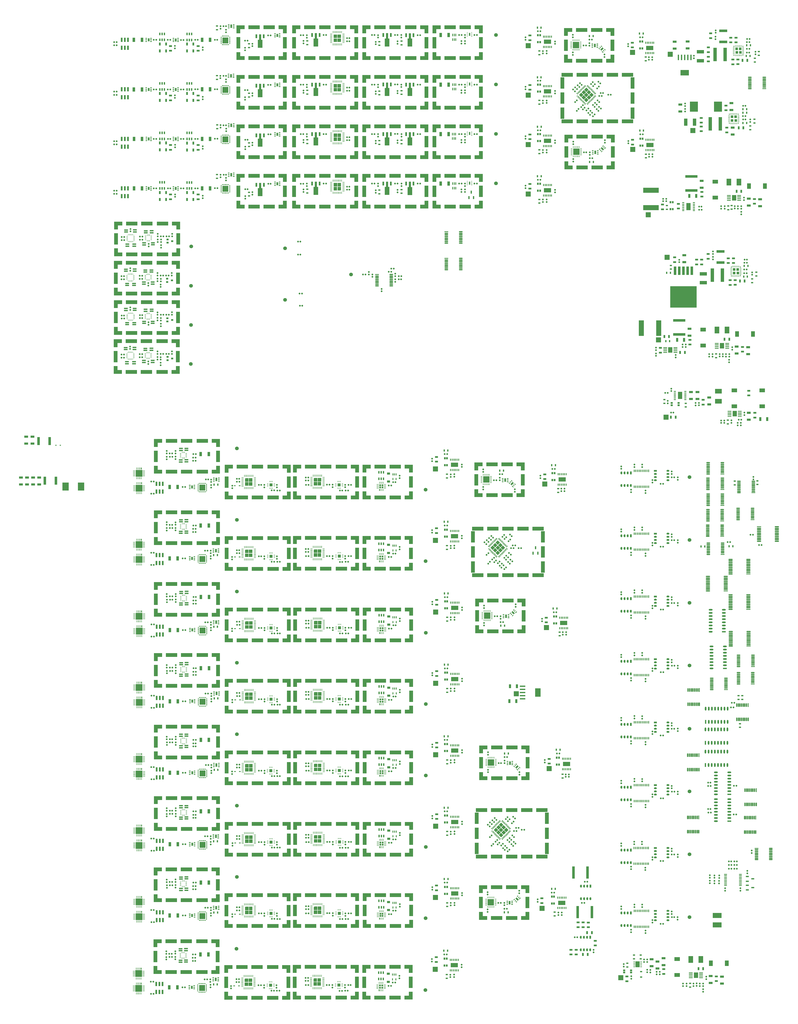
<source format=gtp>
G04*
G04 #@! TF.GenerationSoftware,Altium Limited,Altium Designer,22.9.1 (49)*
G04*
G04 Layer_Color=8421504*
%FSLAX24Y24*%
%MOIN*%
G70*
G04*
G04 #@! TF.SameCoordinates,1003F32D-41C8-4A49-8BB1-F60438683A21*
G04*
G04*
G04 #@! TF.FilePolarity,Positive*
G04*
G01*
G75*
%ADD22R,0.0276X0.0276*%
%ADD23R,0.0560X0.2160*%
%ADD24R,0.0098X0.0236*%
%ADD25O,0.0098X0.0236*%
%ADD26O,0.0236X0.0098*%
%ADD27O,0.0591X0.0177*%
%ADD28R,0.0591X0.0177*%
%ADD29R,0.4213X0.3386*%
%ADD30R,0.0394X0.1339*%
%ADD31O,0.0689X0.0177*%
%ADD32R,0.0689X0.0177*%
%ADD33R,0.0280X0.0590*%
%ADD34R,0.0360X0.1000*%
%ADD35R,0.0750X0.1250*%
%ADD36R,0.0236X0.0433*%
%ADD37R,0.0157X0.0354*%
%ADD38R,0.0220X0.0430*%
%ADD39R,0.0236X0.0472*%
%ADD40R,0.1378X0.0866*%
%ADD41R,0.0236X0.0866*%
%ADD42R,0.1120X0.0650*%
%ADD43O,0.0165X0.0350*%
%ADD44R,0.0165X0.0350*%
%ADD45O,0.0610X0.0236*%
%ADD46R,0.0610X0.0236*%
%ADD47R,0.0189X0.0157*%
%ADD48R,0.0327X0.0248*%
%ADD49R,0.0480X0.0358*%
%ADD50C,0.0590*%
%ADD51R,0.1299X0.1598*%
%ADD52R,0.0787X0.2480*%
%ADD53R,0.0394X0.1969*%
%ADD54R,0.0394X0.1260*%
%ADD55R,0.0551X0.1142*%
%ADD56R,0.0250X0.0350*%
%ADD57R,0.0410X0.0710*%
%ADD58R,0.0630X0.0350*%
%ADD59R,0.0510X0.0280*%
%ADD60R,0.0260X0.0120*%
G04:AMPARAMS|DCode=61|XSize=24.5mil|YSize=24.5mil|CornerRadius=6.1mil|HoleSize=0mil|Usage=FLASHONLY|Rotation=180.000|XOffset=0mil|YOffset=0mil|HoleType=Round|Shape=RoundedRectangle|*
%AMROUNDEDRECTD61*
21,1,0.0245,0.0123,0,0,180.0*
21,1,0.0123,0.0245,0,0,180.0*
1,1,0.0123,-0.0061,0.0061*
1,1,0.0123,0.0061,0.0061*
1,1,0.0123,0.0061,-0.0061*
1,1,0.0123,-0.0061,-0.0061*
%
%ADD61ROUNDEDRECTD61*%
%ADD62R,0.1400X0.0800*%
%ADD63R,0.0354X0.0276*%
G04:AMPARAMS|DCode=64|XSize=9.8mil|YSize=23.6mil|CornerRadius=0mil|HoleSize=0mil|Usage=FLASHONLY|Rotation=135.000|XOffset=0mil|YOffset=0mil|HoleType=Round|Shape=Round|*
%AMOVALD64*
21,1,0.0138,0.0098,0.0000,0.0000,225.0*
1,1,0.0098,0.0049,0.0049*
1,1,0.0098,-0.0049,-0.0049*
%
%ADD64OVALD64*%

G04:AMPARAMS|DCode=65|XSize=9.8mil|YSize=23.6mil|CornerRadius=0mil|HoleSize=0mil|Usage=FLASHONLY|Rotation=135.000|XOffset=0mil|YOffset=0mil|HoleType=Round|Shape=Rectangle|*
%AMROTATEDRECTD65*
4,1,4,0.0118,0.0049,-0.0049,-0.0118,-0.0118,-0.0049,0.0049,0.0118,0.0118,0.0049,0.0*
%
%ADD65ROTATEDRECTD65*%

G04:AMPARAMS|DCode=66|XSize=9.8mil|YSize=23.6mil|CornerRadius=0mil|HoleSize=0mil|Usage=FLASHONLY|Rotation=45.000|XOffset=0mil|YOffset=0mil|HoleType=Round|Shape=Rectangle|*
%AMROTATEDRECTD66*
4,1,4,0.0049,-0.0118,-0.0118,0.0049,-0.0049,0.0118,0.0118,-0.0049,0.0049,-0.0118,0.0*
%
%ADD66ROTATEDRECTD66*%

%ADD67O,0.0500X0.0120*%
%ADD68R,0.0500X0.0120*%
%ADD69R,0.0787X0.0787*%
%ADD70R,0.1063X0.1063*%
%ADD71R,0.0335X0.0110*%
%ADD72R,0.0110X0.0335*%
%ADD73O,0.0110X0.0335*%
%ADD74R,0.0098X0.0098*%
%ADD75R,0.0236X0.0098*%
%ADD76O,0.0197X0.0098*%
%ADD77R,0.0197X0.0098*%
G04:AMPARAMS|DCode=78|XSize=31.5mil|YSize=11.8mil|CornerRadius=0mil|HoleSize=0mil|Usage=FLASHONLY|Rotation=135.000|XOffset=0mil|YOffset=0mil|HoleType=Round|Shape=Rectangle|*
%AMROTATEDRECTD78*
4,1,4,0.0153,-0.0070,0.0070,-0.0153,-0.0153,0.0070,-0.0070,0.0153,0.0153,-0.0070,0.0*
%
%ADD78ROTATEDRECTD78*%

G04:AMPARAMS|DCode=79|XSize=31.5mil|YSize=11.8mil|CornerRadius=0mil|HoleSize=0mil|Usage=FLASHONLY|Rotation=135.000|XOffset=0mil|YOffset=0mil|HoleType=Round|Shape=Round|*
%AMOVALD79*
21,1,0.0197,0.0118,0.0000,0.0000,135.0*
1,1,0.0118,0.0070,-0.0070*
1,1,0.0118,-0.0070,0.0070*
%
%ADD79OVALD79*%

G04:AMPARAMS|DCode=80|XSize=25.6mil|YSize=49.2mil|CornerRadius=0mil|HoleSize=0mil|Usage=FLASHONLY|Rotation=135.000|XOffset=0mil|YOffset=0mil|HoleType=Round|Shape=Rectangle|*
%AMROTATEDRECTD80*
4,1,4,0.0264,0.0084,-0.0084,-0.0264,-0.0264,-0.0084,0.0084,0.0264,0.0264,0.0084,0.0*
%
%ADD80ROTATEDRECTD80*%

%ADD81R,0.0650X0.1120*%
%ADD82R,0.0350X0.0165*%
%ADD83R,0.0126X0.0118*%
%ADD84R,0.0118X0.0126*%
%ADD85R,0.0980X0.0980*%
%ADD86R,0.0315X0.0551*%
%ADD87O,0.0315X0.0118*%
%ADD88R,0.0315X0.0118*%
%ADD89R,0.0300X0.0500*%
%ADD90R,0.0138X0.0394*%
%ADD91R,0.0492X0.0492*%
%ADD92R,0.0201X0.0098*%
%ADD93R,0.0098X0.0201*%
%ADD94R,0.1000X0.1260*%
%ADD95R,0.0276X0.0098*%
%ADD96R,0.0650X0.0937*%
%ADD97R,0.0300X0.0650*%
%ADD98O,0.0450X0.0300*%
%ADD99R,0.0450X0.0300*%
%ADD100R,0.0701X0.0906*%
%ADD101R,0.0630X0.0157*%
%ADD102O,0.0630X0.0157*%
%ADD103R,0.0866X0.0630*%
%ADD104R,0.0760X0.1100*%
%ADD105R,0.0335X0.0110*%
%ADD106R,0.0148X0.0148*%
%ADD107R,0.0443X0.0443*%
%ADD108O,0.0098X0.0276*%
%ADD109R,0.0098X0.0276*%
%ADD110R,0.0276X0.0098*%
%ADD111R,0.1020X0.1020*%
%ADD112O,0.0276X0.0098*%
%ADD113R,0.0157X0.0394*%
%ADD114O,0.0157X0.0394*%
%ADD115R,0.0600X0.1800*%
%ADD116R,0.1800X0.0600*%
%ADD117R,0.0600X0.0600*%
%ADD118R,0.0630X0.0197*%
G04:AMPARAMS|DCode=119|XSize=24.5mil|YSize=24.5mil|CornerRadius=6.1mil|HoleSize=0mil|Usage=FLASHONLY|Rotation=270.000|XOffset=0mil|YOffset=0mil|HoleType=Round|Shape=RoundedRectangle|*
%AMROUNDEDRECTD119*
21,1,0.0245,0.0123,0,0,270.0*
21,1,0.0123,0.0245,0,0,270.0*
1,1,0.0123,-0.0061,-0.0061*
1,1,0.0123,-0.0061,0.0061*
1,1,0.0123,0.0061,0.0061*
1,1,0.0123,0.0061,-0.0061*
%
%ADD119ROUNDEDRECTD119*%
%ADD120R,0.0350X0.0240*%
%ADD121R,0.0240X0.0350*%
%ADD122R,0.0350X0.0630*%
G04:AMPARAMS|DCode=123|XSize=24.5mil|YSize=24.5mil|CornerRadius=6.1mil|HoleSize=0mil|Usage=FLASHONLY|Rotation=45.000|XOffset=0mil|YOffset=0mil|HoleType=Round|Shape=RoundedRectangle|*
%AMROUNDEDRECTD123*
21,1,0.0245,0.0123,0,0,45.0*
21,1,0.0123,0.0245,0,0,45.0*
1,1,0.0123,0.0087,0.0000*
1,1,0.0123,0.0000,-0.0087*
1,1,0.0123,-0.0087,0.0000*
1,1,0.0123,0.0000,0.0087*
%
%ADD123ROUNDEDRECTD123*%
G04:AMPARAMS|DCode=124|XSize=24.5mil|YSize=24.5mil|CornerRadius=6.1mil|HoleSize=0mil|Usage=FLASHONLY|Rotation=135.000|XOffset=0mil|YOffset=0mil|HoleType=Round|Shape=RoundedRectangle|*
%AMROUNDEDRECTD124*
21,1,0.0245,0.0123,0,0,135.0*
21,1,0.0123,0.0245,0,0,135.0*
1,1,0.0123,0.0000,0.0087*
1,1,0.0123,0.0087,0.0000*
1,1,0.0123,0.0000,-0.0087*
1,1,0.0123,-0.0087,0.0000*
%
%ADD124ROUNDEDRECTD124*%
%ADD125R,0.0280X0.0510*%
%ADD126R,0.0350X0.0250*%
%ADD127R,0.1142X0.0551*%
%ADD128R,0.2480X0.0787*%
%ADD129R,0.1969X0.0394*%
%ADD130R,0.1100X0.0760*%
%ADD131R,0.0787X0.0787*%
%ADD132R,0.1260X0.0394*%
%ADD133R,0.0630X0.0866*%
%ADD134R,0.0472X0.0236*%
%ADD135R,0.0256X0.0492*%
%ADD136O,0.0300X0.0450*%
%ADD137R,0.0300X0.0450*%
%ADD138R,0.0866X0.1378*%
%ADD139R,0.0866X0.0236*%
%ADD140O,0.0236X0.0610*%
%ADD141R,0.0236X0.0610*%
%ADD142R,0.0177X0.0591*%
%ADD143O,0.0177X0.0591*%
G04:AMPARAMS|DCode=144|XSize=25.6mil|YSize=49.2mil|CornerRadius=0mil|HoleSize=0mil|Usage=FLASHONLY|Rotation=225.000|XOffset=0mil|YOffset=0mil|HoleType=Round|Shape=Rectangle|*
%AMROTATEDRECTD144*
4,1,4,-0.0084,0.0264,0.0264,-0.0084,0.0084,-0.0264,-0.0264,0.0084,-0.0084,0.0264,0.0*
%
%ADD144ROTATEDRECTD144*%

G04:AMPARAMS|DCode=145|XSize=31.5mil|YSize=11.8mil|CornerRadius=0mil|HoleSize=0mil|Usage=FLASHONLY|Rotation=225.000|XOffset=0mil|YOffset=0mil|HoleType=Round|Shape=Round|*
%AMOVALD145*
21,1,0.0197,0.0118,0.0000,0.0000,225.0*
1,1,0.0118,0.0070,0.0070*
1,1,0.0118,-0.0070,-0.0070*
%
%ADD145OVALD145*%

G04:AMPARAMS|DCode=146|XSize=31.5mil|YSize=11.8mil|CornerRadius=0mil|HoleSize=0mil|Usage=FLASHONLY|Rotation=225.000|XOffset=0mil|YOffset=0mil|HoleType=Round|Shape=Rectangle|*
%AMROTATEDRECTD146*
4,1,4,0.0070,0.0153,0.0153,0.0070,-0.0070,-0.0153,-0.0153,-0.0070,0.0070,0.0153,0.0*
%
%ADD146ROTATEDRECTD146*%

%ADD147R,0.0350X0.0165*%
%ADD148O,0.0350X0.0165*%
%ADD149R,0.0650X0.1120*%
G36*
X72177Y155740D02*
X71577D01*
Y156390D01*
X70877D01*
Y156990D01*
X72177D01*
Y155740D01*
D02*
G37*
G36*
X65477Y156390D02*
X64777D01*
Y155740D01*
X64177D01*
Y156990D01*
X65477D01*
Y156390D01*
D02*
G37*
G36*
X63497Y155740D02*
X62897D01*
Y156390D01*
X62197D01*
Y156990D01*
X63497D01*
Y155740D01*
D02*
G37*
G36*
X54297Y156390D02*
X53597D01*
Y155740D01*
X52997D01*
Y156990D01*
X54297D01*
Y156390D01*
D02*
G37*
G36*
X52327Y155740D02*
X51727D01*
Y156390D01*
X51027D01*
Y156990D01*
X52327D01*
Y155740D01*
D02*
G37*
G36*
X43127Y156390D02*
X42427D01*
Y155740D01*
X41827D01*
Y156990D01*
X43127D01*
Y156390D01*
D02*
G37*
G36*
X40967Y155740D02*
X40367D01*
Y156390D01*
X39667D01*
Y156990D01*
X40967D01*
Y155740D01*
D02*
G37*
G36*
X34267Y156390D02*
X33567D01*
Y155740D01*
X32967D01*
Y156990D01*
X34267D01*
Y156390D01*
D02*
G37*
G36*
X93122Y155339D02*
X92522D01*
Y155989D01*
X91822D01*
Y156589D01*
X93122D01*
Y155339D01*
D02*
G37*
G36*
X86422Y155989D02*
X85722D01*
Y155339D01*
X85122D01*
Y156589D01*
X86422D01*
Y155989D01*
D02*
G37*
G36*
X49614Y155552D02*
X49615Y155551D01*
Y155000D01*
X49614Y154998D01*
X49613Y154997D01*
X49061D01*
X49060Y154998D01*
X49059Y155000D01*
Y155551D01*
X49060Y155552D01*
X49061Y155553D01*
X49613D01*
X49614Y155552D01*
D02*
G37*
G36*
X48988D02*
X48989Y155551D01*
Y155000D01*
X48988Y154998D01*
X48987Y154997D01*
X48436D01*
X48434Y154998D01*
X48434Y155000D01*
Y155551D01*
X48434Y155552D01*
X48436Y155553D01*
X48987D01*
X48988Y155552D01*
D02*
G37*
G36*
X49614Y154922D02*
X49615Y154921D01*
Y154448D01*
X49614Y154447D01*
X49535Y154368D01*
X49534Y154368D01*
X49061D01*
X49060Y154368D01*
X49059Y154370D01*
Y154921D01*
X49060Y154922D01*
X49061Y154923D01*
X49613D01*
X49614Y154922D01*
D02*
G37*
G36*
X48984D02*
X48985Y154921D01*
Y154370D01*
X48984Y154368D01*
X48983Y154368D01*
X48432D01*
X48430Y154368D01*
X48429Y154370D01*
Y154921D01*
X48430Y154922D01*
X48432Y154923D01*
X48983D01*
X48984Y154922D01*
D02*
G37*
G36*
X72177Y151490D02*
X70877D01*
Y152090D01*
X71577D01*
Y152740D01*
X72177D01*
Y151490D01*
D02*
G37*
G36*
X64777Y152090D02*
X65477D01*
Y151490D01*
X64177D01*
Y152740D01*
X64777D01*
Y152090D01*
D02*
G37*
G36*
X63497Y151490D02*
X62197D01*
Y152090D01*
X62897D01*
Y152740D01*
X63497D01*
Y151490D01*
D02*
G37*
G36*
X53597Y152090D02*
X54297D01*
Y151490D01*
X52997D01*
Y152740D01*
X53597D01*
Y152090D01*
D02*
G37*
G36*
X52327Y151490D02*
X51027D01*
Y152090D01*
X51727D01*
Y152740D01*
X52327D01*
Y151490D01*
D02*
G37*
G36*
X42427Y152090D02*
X43127D01*
Y151490D01*
X41827D01*
Y152740D01*
X42427D01*
Y152090D01*
D02*
G37*
G36*
X40967Y151490D02*
X39667D01*
Y152090D01*
X40367D01*
Y152740D01*
X40967D01*
Y151490D01*
D02*
G37*
G36*
X33567Y152090D02*
X34267D01*
Y151490D01*
X32967D01*
Y152740D01*
X33567D01*
Y152090D01*
D02*
G37*
G36*
X93122Y151089D02*
X91822D01*
Y151689D01*
X92522D01*
Y152339D01*
X93122D01*
Y151089D01*
D02*
G37*
G36*
X85722Y151689D02*
X86422D01*
Y151089D01*
X85122D01*
Y152339D01*
X85722D01*
Y151689D01*
D02*
G37*
G36*
X72177Y147865D02*
X71577D01*
Y148515D01*
X70877D01*
Y149115D01*
X72177D01*
Y147865D01*
D02*
G37*
G36*
X65477Y148515D02*
X64777D01*
Y147865D01*
X64177D01*
Y149115D01*
X65477D01*
Y148515D01*
D02*
G37*
G36*
X63497Y147865D02*
X62897D01*
Y148515D01*
X62197D01*
Y149115D01*
X63497D01*
Y147865D01*
D02*
G37*
G36*
X54297Y148515D02*
X53597D01*
Y147865D01*
X52997D01*
Y149115D01*
X54297D01*
Y148515D01*
D02*
G37*
G36*
X52327Y147865D02*
X51727D01*
Y148515D01*
X51027D01*
Y149115D01*
X52327D01*
Y147865D01*
D02*
G37*
G36*
X43127Y148515D02*
X42427D01*
Y147865D01*
X41827D01*
Y149115D01*
X43127D01*
Y148515D01*
D02*
G37*
G36*
X40967Y147865D02*
X40367D01*
Y148515D01*
X39667D01*
Y149115D01*
X40967D01*
Y147865D01*
D02*
G37*
G36*
X34267Y148515D02*
X33567D01*
Y147865D01*
X32967D01*
Y149115D01*
X34267D01*
Y148515D01*
D02*
G37*
G36*
X49614Y147677D02*
X49614Y147676D01*
Y147125D01*
X49614Y147123D01*
X49612Y147123D01*
X49061D01*
X49060Y147123D01*
X49059Y147125D01*
Y147676D01*
X49060Y147677D01*
X49061Y147678D01*
X49612D01*
X49614Y147677D01*
D02*
G37*
G36*
X48988D02*
X48989Y147676D01*
Y147125D01*
X48988Y147123D01*
X48987Y147123D01*
X48436D01*
X48434Y147123D01*
X48433Y147125D01*
Y147676D01*
X48434Y147677D01*
X48436Y147678D01*
X48987D01*
X48988Y147677D01*
D02*
G37*
G36*
X49614Y147047D02*
X49614Y147046D01*
Y146573D01*
X49614Y146572D01*
X49535Y146493D01*
X49534Y146493D01*
X49061D01*
X49060Y146493D01*
X49059Y146495D01*
Y147046D01*
X49060Y147047D01*
X49061Y147048D01*
X49612D01*
X49614Y147047D01*
D02*
G37*
G36*
X48984D02*
X48985Y147046D01*
Y146495D01*
X48984Y146493D01*
X48982Y146493D01*
X48431D01*
X48430Y146493D01*
X48429Y146495D01*
Y147046D01*
X48430Y147047D01*
X48431Y147048D01*
X48982D01*
X48984Y147047D01*
D02*
G37*
G36*
X89009Y146768D02*
X88659Y146417D01*
X88308Y146768D01*
X88659Y147118D01*
X89009Y146768D01*
D02*
G37*
G36*
X89416Y146361D02*
X89065Y146010D01*
X88714Y146361D01*
X89065Y146712D01*
X89416Y146361D01*
D02*
G37*
G36*
X88603Y146361D02*
X88252Y146010D01*
X87901Y146361D01*
X88252Y146712D01*
X88603Y146361D01*
D02*
G37*
G36*
X89822Y145955D02*
X89471Y145604D01*
X89121Y145955D01*
X89471Y146305D01*
X89822Y145955D01*
D02*
G37*
G36*
X89009Y145955D02*
X88659Y145604D01*
X88308Y145955D01*
X88659Y146305D01*
X89009Y145955D01*
D02*
G37*
G36*
X88196D02*
X87846Y145604D01*
X87495Y145955D01*
X87846Y146305D01*
X88196Y145955D01*
D02*
G37*
G36*
X89416Y145548D02*
X89065Y145197D01*
X88714Y145548D01*
X89065Y145899D01*
X89416Y145548D01*
D02*
G37*
G36*
X88603Y145548D02*
X88252Y145197D01*
X87901Y145548D01*
X88252Y145899D01*
X88603Y145548D01*
D02*
G37*
G36*
X89009Y145142D02*
X88659Y144791D01*
X88308Y145142D01*
X88659Y145493D01*
X89009Y145142D01*
D02*
G37*
G36*
X72177Y143615D02*
X70877D01*
Y144215D01*
X71577D01*
Y144865D01*
X72177D01*
Y143615D01*
D02*
G37*
G36*
X64777Y144215D02*
X65477D01*
Y143615D01*
X64177D01*
Y144865D01*
X64777D01*
Y144215D01*
D02*
G37*
G36*
X63497Y143615D02*
X62197D01*
Y144215D01*
X62897D01*
Y144865D01*
X63497D01*
Y143615D01*
D02*
G37*
G36*
X53597Y144215D02*
X54297D01*
Y143615D01*
X52997D01*
Y144865D01*
X53597D01*
Y144215D01*
D02*
G37*
G36*
X52327Y143615D02*
X51027D01*
Y144215D01*
X51727D01*
Y144865D01*
X52327D01*
Y143615D01*
D02*
G37*
G36*
X42427Y144215D02*
X43127D01*
Y143615D01*
X41827D01*
Y144865D01*
X42427D01*
Y144215D01*
D02*
G37*
G36*
X40967Y143615D02*
X39667D01*
Y144215D01*
X40367D01*
Y144865D01*
X40967D01*
Y143615D01*
D02*
G37*
G36*
X33567Y144215D02*
X34267D01*
Y143615D01*
X32967D01*
Y144865D01*
X33567D01*
Y144215D01*
D02*
G37*
G36*
X72181Y139993D02*
X71581D01*
Y140643D01*
X70881D01*
Y141243D01*
X72181D01*
Y139993D01*
D02*
G37*
G36*
X65481Y140643D02*
X64781D01*
Y139993D01*
X64181D01*
Y141243D01*
X65481D01*
Y140643D01*
D02*
G37*
G36*
X63501Y139993D02*
X62901D01*
Y140643D01*
X62201D01*
Y141243D01*
X63501D01*
Y139993D01*
D02*
G37*
G36*
X54301Y140643D02*
X53601D01*
Y139993D01*
X53001D01*
Y141243D01*
X54301D01*
Y140643D01*
D02*
G37*
G36*
X52331Y139993D02*
X51731D01*
Y140643D01*
X51031D01*
Y141243D01*
X52331D01*
Y139993D01*
D02*
G37*
G36*
X43131Y140643D02*
X42431D01*
Y139993D01*
X41831D01*
Y141243D01*
X43131D01*
Y140643D01*
D02*
G37*
G36*
X40971Y139993D02*
X40371D01*
Y140643D01*
X39671D01*
Y141243D01*
X40971D01*
Y139993D01*
D02*
G37*
G36*
X34271Y140643D02*
X33571D01*
Y139993D01*
X32971D01*
Y141243D01*
X34271D01*
Y140643D01*
D02*
G37*
G36*
X49618Y139805D02*
X49619Y139803D01*
Y139252D01*
X49618Y139251D01*
X49617Y139250D01*
X49065D01*
X49064Y139251D01*
X49063Y139252D01*
Y139803D01*
X49064Y139805D01*
X49065Y139806D01*
X49617D01*
X49618Y139805D01*
D02*
G37*
G36*
X48993D02*
X48993Y139803D01*
Y139252D01*
X48993Y139251D01*
X48991Y139250D01*
X48440D01*
X48438Y139251D01*
X48438Y139252D01*
Y139803D01*
X48438Y139805D01*
X48440Y139806D01*
X48991D01*
X48993Y139805D01*
D02*
G37*
G36*
X49618Y139175D02*
X49619Y139173D01*
Y138701D01*
X49618Y138700D01*
X49539Y138621D01*
X49538Y138620D01*
X49065D01*
X49064Y138621D01*
X49063Y138622D01*
Y139173D01*
X49064Y139175D01*
X49065Y139176D01*
X49617D01*
X49618Y139175D01*
D02*
G37*
G36*
X48988D02*
X48989Y139173D01*
Y138622D01*
X48988Y138621D01*
X48987Y138620D01*
X48436D01*
X48434Y138621D01*
X48433Y138622D01*
Y139173D01*
X48434Y139175D01*
X48436Y139176D01*
X48987D01*
X48988Y139175D01*
D02*
G37*
G36*
X93182Y138357D02*
X92582D01*
Y139007D01*
X91882D01*
Y139607D01*
X93182D01*
Y138357D01*
D02*
G37*
G36*
X86482Y139007D02*
X85782D01*
Y138357D01*
X85182D01*
Y139607D01*
X86482D01*
Y139007D01*
D02*
G37*
G36*
X72181Y135743D02*
X70881D01*
Y136343D01*
X71581D01*
Y136993D01*
X72181D01*
Y135743D01*
D02*
G37*
G36*
X64781Y136343D02*
X65481D01*
Y135743D01*
X64181D01*
Y136993D01*
X64781D01*
Y136343D01*
D02*
G37*
G36*
X63501Y135743D02*
X62201D01*
Y136343D01*
X62901D01*
Y136993D01*
X63501D01*
Y135743D01*
D02*
G37*
G36*
X53601Y136343D02*
X54301D01*
Y135743D01*
X53001D01*
Y136993D01*
X53601D01*
Y136343D01*
D02*
G37*
G36*
X52331Y135743D02*
X51031D01*
Y136343D01*
X51731D01*
Y136993D01*
X52331D01*
Y135743D01*
D02*
G37*
G36*
X42431Y136343D02*
X43131D01*
Y135743D01*
X41831D01*
Y136993D01*
X42431D01*
Y136343D01*
D02*
G37*
G36*
X40971Y135743D02*
X39671D01*
Y136343D01*
X40371D01*
Y136993D01*
X40971D01*
Y135743D01*
D02*
G37*
G36*
X33571Y136343D02*
X34271D01*
Y135743D01*
X32971D01*
Y136993D01*
X33571D01*
Y136343D01*
D02*
G37*
G36*
X93182Y134107D02*
X91882D01*
Y134707D01*
X92582D01*
Y135357D01*
X93182D01*
Y134107D01*
D02*
G37*
G36*
X85782Y134707D02*
X86482D01*
Y134107D01*
X85182D01*
Y135357D01*
X85782D01*
Y134707D01*
D02*
G37*
G36*
X72181Y132123D02*
X71581D01*
Y132773D01*
X70881D01*
Y133373D01*
X72181D01*
Y132123D01*
D02*
G37*
G36*
X65481Y132773D02*
X64781D01*
Y132123D01*
X64181D01*
Y133373D01*
X65481D01*
Y132773D01*
D02*
G37*
G36*
X63501Y132123D02*
X62901D01*
Y132773D01*
X62201D01*
Y133373D01*
X63501D01*
Y132123D01*
D02*
G37*
G36*
X54301Y132773D02*
X53601D01*
Y132123D01*
X53001D01*
Y133373D01*
X54301D01*
Y132773D01*
D02*
G37*
G36*
X52331Y132123D02*
X51731D01*
Y132773D01*
X51031D01*
Y133373D01*
X52331D01*
Y132123D01*
D02*
G37*
G36*
X43131Y132773D02*
X42431D01*
Y132123D01*
X41831D01*
Y133373D01*
X43131D01*
Y132773D01*
D02*
G37*
G36*
X40971Y132123D02*
X40371D01*
Y132773D01*
X39671D01*
Y133373D01*
X40971D01*
Y132123D01*
D02*
G37*
G36*
X34271Y132773D02*
X33571D01*
Y132123D01*
X32971D01*
Y133373D01*
X34271D01*
Y132773D01*
D02*
G37*
G36*
X49618Y131935D02*
X49619Y131933D01*
Y131382D01*
X49618Y131381D01*
X49617Y131380D01*
X49065D01*
X49064Y131381D01*
X49063Y131382D01*
Y131933D01*
X49064Y131935D01*
X49065Y131936D01*
X49617D01*
X49618Y131935D01*
D02*
G37*
G36*
X48993D02*
X48993Y131933D01*
Y131382D01*
X48993Y131381D01*
X48991Y131380D01*
X48440D01*
X48438Y131381D01*
X48438Y131382D01*
Y131933D01*
X48438Y131935D01*
X48440Y131936D01*
X48991D01*
X48993Y131935D01*
D02*
G37*
G36*
X49618Y131305D02*
X49619Y131303D01*
Y130831D01*
X49618Y130830D01*
X49539Y130751D01*
X49538Y130750D01*
X49065D01*
X49064Y130751D01*
X49063Y130752D01*
Y131303D01*
X49064Y131305D01*
X49065Y131306D01*
X49617D01*
X49618Y131305D01*
D02*
G37*
G36*
X48988D02*
X48989Y131303D01*
Y130752D01*
X48988Y130751D01*
X48987Y130750D01*
X48436D01*
X48434Y130751D01*
X48433Y130752D01*
Y131303D01*
X48434Y131305D01*
X48436Y131306D01*
X48987D01*
X48988Y131305D01*
D02*
G37*
G36*
X72181Y127873D02*
X70881D01*
Y128473D01*
X71581D01*
Y129123D01*
X72181D01*
Y127873D01*
D02*
G37*
G36*
X64781Y128473D02*
X65481D01*
Y127873D01*
X64181D01*
Y129123D01*
X64781D01*
Y128473D01*
D02*
G37*
G36*
X63501Y127873D02*
X62201D01*
Y128473D01*
X62901D01*
Y129123D01*
X63501D01*
Y127873D01*
D02*
G37*
G36*
X53601Y128473D02*
X54301D01*
Y127873D01*
X53001D01*
Y129123D01*
X53601D01*
Y128473D01*
D02*
G37*
G36*
X52331Y127873D02*
X51031D01*
Y128473D01*
X51731D01*
Y129123D01*
X52331D01*
Y127873D01*
D02*
G37*
G36*
X42431Y128473D02*
X43131D01*
Y127873D01*
X41831D01*
Y129123D01*
X42431D01*
Y128473D01*
D02*
G37*
G36*
X40971Y127873D02*
X39671D01*
Y128473D01*
X40371D01*
Y129123D01*
X40971D01*
Y127873D01*
D02*
G37*
G36*
X33571Y128473D02*
X34271D01*
Y127873D01*
X32971D01*
Y129123D01*
X33571D01*
Y128473D01*
D02*
G37*
G36*
X23999Y124524D02*
X23399D01*
Y125174D01*
X22699D01*
Y125774D01*
X23999D01*
Y124524D01*
D02*
G37*
G36*
X14799Y125174D02*
X14099D01*
Y124524D01*
X13499D01*
Y125774D01*
X14799D01*
Y125174D01*
D02*
G37*
G36*
X23999Y120274D02*
X22699D01*
Y120874D01*
X23399D01*
Y121524D01*
X23999D01*
Y120274D01*
D02*
G37*
G36*
X14099Y120874D02*
X14799D01*
Y120274D01*
X13499D01*
Y121524D01*
X14099D01*
Y120874D01*
D02*
G37*
G36*
X23962Y118281D02*
X23362D01*
Y118931D01*
X22662D01*
Y119531D01*
X23962D01*
Y118281D01*
D02*
G37*
G36*
X14762Y118931D02*
X14062D01*
Y118281D01*
X13462D01*
Y119531D01*
X14762D01*
Y118931D01*
D02*
G37*
G36*
X23962Y114031D02*
X22662D01*
Y114631D01*
X23362D01*
Y115281D01*
X23962D01*
Y114031D01*
D02*
G37*
G36*
X14062Y114631D02*
X14762D01*
Y114031D01*
X13462D01*
Y115281D01*
X14062D01*
Y114631D01*
D02*
G37*
G36*
X23980Y112039D02*
X23380D01*
Y112689D01*
X22680D01*
Y113289D01*
X23980D01*
Y112039D01*
D02*
G37*
G36*
X14780Y112689D02*
X14080D01*
Y112039D01*
X13480D01*
Y113289D01*
X14780D01*
Y112689D01*
D02*
G37*
G36*
X23980Y107789D02*
X22680D01*
Y108389D01*
X23380D01*
Y109039D01*
X23980D01*
Y107789D01*
D02*
G37*
G36*
X14080Y108389D02*
X14780D01*
Y107789D01*
X13480D01*
Y109039D01*
X14080D01*
Y108389D01*
D02*
G37*
G36*
X23951Y105820D02*
X23351D01*
Y106470D01*
X22651D01*
Y107070D01*
X23951D01*
Y105820D01*
D02*
G37*
G36*
X14751Y106470D02*
X14051D01*
Y105820D01*
X13451D01*
Y107070D01*
X14751D01*
Y106470D01*
D02*
G37*
G36*
X23951Y101570D02*
X22651D01*
Y102170D01*
X23351D01*
Y102820D01*
X23951D01*
Y101570D01*
D02*
G37*
G36*
X14051Y102170D02*
X14751D01*
Y101570D01*
X13451D01*
Y102820D01*
X14051D01*
Y102170D01*
D02*
G37*
G36*
X30330Y89951D02*
X29730D01*
Y90602D01*
X29030D01*
Y91201D01*
X30330D01*
Y89951D01*
D02*
G37*
G36*
X21130Y90602D02*
X20430D01*
Y89951D01*
X19830D01*
Y91201D01*
X21130D01*
Y90602D01*
D02*
G37*
G36*
X78852Y86214D02*
X78252D01*
Y86864D01*
X77552D01*
Y87464D01*
X78852D01*
Y86214D01*
D02*
G37*
G36*
X72152Y86864D02*
X71452D01*
Y86214D01*
X70852D01*
Y87464D01*
X72152D01*
Y86864D01*
D02*
G37*
G36*
X61058Y85862D02*
X60458D01*
Y86511D01*
X59758D01*
Y87112D01*
X61058D01*
Y85862D01*
D02*
G37*
G36*
X54358Y86511D02*
X53658D01*
Y85862D01*
X53058D01*
Y87112D01*
X54358D01*
Y86511D01*
D02*
G37*
G36*
X52479Y85862D02*
X51879D01*
Y86511D01*
X51179D01*
Y87112D01*
X52479D01*
Y85862D01*
D02*
G37*
G36*
X43279Y86511D02*
X42579D01*
Y85862D01*
X41979D01*
Y87112D01*
X43279D01*
Y86511D01*
D02*
G37*
G36*
X41600Y85853D02*
X41000D01*
Y86503D01*
X40300D01*
Y87103D01*
X41600D01*
Y85853D01*
D02*
G37*
G36*
X32400Y86503D02*
X31700D01*
Y85853D01*
X31100D01*
Y87103D01*
X32400D01*
Y86503D01*
D02*
G37*
G36*
X30330Y85702D02*
X29030D01*
Y86301D01*
X29730D01*
Y86952D01*
X30330D01*
Y85702D01*
D02*
G37*
G36*
X20430Y86301D02*
X21130D01*
Y85702D01*
X19830D01*
Y86952D01*
X20430D01*
Y86301D01*
D02*
G37*
G36*
X46463Y85005D02*
X46463Y85004D01*
Y84452D01*
X46463Y84451D01*
X46461Y84450D01*
X45910D01*
X45909Y84451D01*
X45908Y84452D01*
Y85004D01*
X45909Y85005D01*
X45910Y85006D01*
X46461D01*
X46463Y85005D01*
D02*
G37*
G36*
X45833D02*
X45834Y85004D01*
Y84452D01*
X45833Y84451D01*
X45831Y84450D01*
X45280D01*
X45279Y84451D01*
X45278Y84452D01*
Y84925D01*
X45279Y84926D01*
X45357Y85005D01*
X45359Y85006D01*
X45831D01*
X45833Y85005D01*
D02*
G37*
G36*
X35514Y84964D02*
X35514Y84962D01*
Y84411D01*
X35514Y84410D01*
X35512Y84409D01*
X34961D01*
X34960Y84410D01*
X34959Y84411D01*
Y84962D01*
X34960Y84964D01*
X34961Y84964D01*
X35512D01*
X35514Y84964D01*
D02*
G37*
G36*
X34884D02*
X34884Y84962D01*
Y84411D01*
X34884Y84410D01*
X34882Y84409D01*
X34331D01*
X34330Y84410D01*
X34329Y84411D01*
Y84884D01*
X34330Y84885D01*
X34408Y84964D01*
X34410Y84964D01*
X34882D01*
X34884Y84964D01*
D02*
G37*
G36*
X46459Y84375D02*
X46459Y84374D01*
Y83822D01*
X46459Y83821D01*
X46457Y83820D01*
X45906D01*
X45904Y83821D01*
X45904Y83822D01*
Y84374D01*
X45904Y84375D01*
X45906Y84376D01*
X46457D01*
X46459Y84375D01*
D02*
G37*
G36*
X45833D02*
X45834Y84374D01*
Y83822D01*
X45833Y83821D01*
X45831Y83820D01*
X45280D01*
X45279Y83821D01*
X45278Y83822D01*
Y84374D01*
X45279Y84375D01*
X45280Y84376D01*
X45831D01*
X45833Y84375D01*
D02*
G37*
G36*
X35509Y84334D02*
X35510Y84332D01*
Y83781D01*
X35509Y83780D01*
X35508Y83779D01*
X34957D01*
X34955Y83780D01*
X34955Y83781D01*
Y84332D01*
X34955Y84334D01*
X34957Y84334D01*
X35508D01*
X35509Y84334D01*
D02*
G37*
G36*
X34884D02*
X34884Y84332D01*
Y83781D01*
X34884Y83780D01*
X34882Y83779D01*
X34331D01*
X34330Y83780D01*
X34329Y83781D01*
Y84332D01*
X34330Y84334D01*
X34331Y84334D01*
X34882D01*
X34884Y84334D01*
D02*
G37*
G36*
X78852Y81964D02*
X77552D01*
Y82564D01*
X78252D01*
Y83214D01*
X78852D01*
Y81964D01*
D02*
G37*
G36*
X71452Y82564D02*
X72152D01*
Y81964D01*
X70852D01*
Y83214D01*
X71452D01*
Y82564D01*
D02*
G37*
G36*
X61058Y81611D02*
X59758D01*
Y82212D01*
X60458D01*
Y82861D01*
X61058D01*
Y81611D01*
D02*
G37*
G36*
X53658Y82212D02*
X54358D01*
Y81611D01*
X53058D01*
Y82861D01*
X53658D01*
Y82212D01*
D02*
G37*
G36*
X52479Y81611D02*
X51179D01*
Y82212D01*
X51879D01*
Y82861D01*
X52479D01*
Y81611D01*
D02*
G37*
G36*
X42579Y82212D02*
X43279D01*
Y81611D01*
X41979D01*
Y82861D01*
X42579D01*
Y82212D01*
D02*
G37*
G36*
X41600Y81603D02*
X40300D01*
Y82203D01*
X41000D01*
Y82853D01*
X41600D01*
Y81603D01*
D02*
G37*
G36*
X31700Y82203D02*
X32400D01*
Y81603D01*
X31100D01*
Y82853D01*
X31700D01*
Y82203D01*
D02*
G37*
G36*
X30330Y78601D02*
X29730D01*
Y79251D01*
X29030D01*
Y79851D01*
X30330D01*
Y78601D01*
D02*
G37*
G36*
X21130Y79251D02*
X20430D01*
Y78601D01*
X19830D01*
Y79851D01*
X21130D01*
Y79251D01*
D02*
G37*
G36*
X61058Y74511D02*
X60458D01*
Y75161D01*
X59758D01*
Y75761D01*
X61058D01*
Y74511D01*
D02*
G37*
G36*
X54358Y75161D02*
X53658D01*
Y74511D01*
X53058D01*
Y75761D01*
X54358D01*
Y75161D01*
D02*
G37*
G36*
X52479Y74511D02*
X51879D01*
Y75161D01*
X51179D01*
Y75761D01*
X52479D01*
Y74511D01*
D02*
G37*
G36*
X43279Y75161D02*
X42579D01*
Y74511D01*
X41979D01*
Y75761D01*
X43279D01*
Y75161D01*
D02*
G37*
G36*
X41600Y74503D02*
X41000D01*
Y75153D01*
X40300D01*
Y75753D01*
X41600D01*
Y74503D01*
D02*
G37*
G36*
X32400Y75153D02*
X31700D01*
Y74503D01*
X31100D01*
Y75753D01*
X32400D01*
Y75153D01*
D02*
G37*
G36*
X74913Y74730D02*
X74562Y74379D01*
X74212Y74730D01*
X74562Y75080D01*
X74913Y74730D01*
D02*
G37*
G36*
X30330Y74352D02*
X29030D01*
Y74952D01*
X29730D01*
Y75602D01*
X30330D01*
Y74352D01*
D02*
G37*
G36*
X20430Y74952D02*
X21130D01*
Y74352D01*
X19830D01*
Y75602D01*
X20430D01*
Y74952D01*
D02*
G37*
G36*
X75320Y74323D02*
X74969Y73972D01*
X74618Y74323D01*
X74969Y74674D01*
X75320Y74323D01*
D02*
G37*
G36*
X74507Y74323D02*
X74156Y73972D01*
X73805Y74323D01*
X74156Y74674D01*
X74507Y74323D01*
D02*
G37*
G36*
X75726Y73917D02*
X75375Y73566D01*
X75025Y73917D01*
X75375Y74267D01*
X75726Y73917D01*
D02*
G37*
G36*
X74913Y73917D02*
X74562Y73566D01*
X74212Y73917D01*
X74562Y74267D01*
X74913Y73917D01*
D02*
G37*
G36*
X74100D02*
X73750Y73566D01*
X73399Y73917D01*
X73750Y74267D01*
X74100Y73917D01*
D02*
G37*
G36*
X75320Y73510D02*
X74969Y73159D01*
X74618Y73510D01*
X74969Y73861D01*
X75320Y73510D01*
D02*
G37*
G36*
X74507Y73510D02*
X74156Y73159D01*
X73805Y73510D01*
X74156Y73861D01*
X74507Y73510D01*
D02*
G37*
G36*
X46463Y73655D02*
X46463Y73654D01*
Y73102D01*
X46463Y73101D01*
X46461Y73100D01*
X45910D01*
X45909Y73101D01*
X45908Y73102D01*
Y73654D01*
X45909Y73655D01*
X45910Y73656D01*
X46461D01*
X46463Y73655D01*
D02*
G37*
G36*
X45833D02*
X45834Y73654D01*
Y73102D01*
X45833Y73101D01*
X45831Y73100D01*
X45280D01*
X45279Y73101D01*
X45278Y73102D01*
Y73575D01*
X45279Y73576D01*
X45357Y73655D01*
X45359Y73656D01*
X45831D01*
X45833Y73655D01*
D02*
G37*
G36*
X35514Y73614D02*
X35514Y73612D01*
Y73061D01*
X35514Y73060D01*
X35512Y73059D01*
X34961D01*
X34960Y73060D01*
X34959Y73061D01*
Y73612D01*
X34960Y73614D01*
X34961Y73614D01*
X35512D01*
X35514Y73614D01*
D02*
G37*
G36*
X34884D02*
X34884Y73612D01*
Y73061D01*
X34884Y73060D01*
X34882Y73059D01*
X34331D01*
X34330Y73060D01*
X34329Y73061D01*
Y73534D01*
X34330Y73535D01*
X34408Y73614D01*
X34410Y73614D01*
X34882D01*
X34884Y73614D01*
D02*
G37*
G36*
X74913Y73104D02*
X74562Y72753D01*
X74212Y73104D01*
X74562Y73454D01*
X74913Y73104D01*
D02*
G37*
G36*
X46459Y73025D02*
X46459Y73024D01*
Y72472D01*
X46459Y72471D01*
X46457Y72470D01*
X45906D01*
X45904Y72471D01*
X45904Y72472D01*
Y73024D01*
X45904Y73025D01*
X45906Y73026D01*
X46457D01*
X46459Y73025D01*
D02*
G37*
G36*
X45833D02*
X45834Y73024D01*
Y72472D01*
X45833Y72471D01*
X45831Y72470D01*
X45280D01*
X45279Y72471D01*
X45278Y72472D01*
Y73024D01*
X45279Y73025D01*
X45280Y73026D01*
X45831D01*
X45833Y73025D01*
D02*
G37*
G36*
X35509Y72984D02*
X35510Y72982D01*
Y72431D01*
X35509Y72430D01*
X35508Y72429D01*
X34957D01*
X34955Y72430D01*
X34955Y72431D01*
Y72982D01*
X34955Y72984D01*
X34957Y72984D01*
X35508D01*
X35509Y72984D01*
D02*
G37*
G36*
X34884D02*
X34884Y72982D01*
Y72431D01*
X34884Y72430D01*
X34882Y72429D01*
X34331D01*
X34330Y72430D01*
X34329Y72431D01*
Y72982D01*
X34330Y72984D01*
X34331Y72984D01*
X34882D01*
X34884Y72984D01*
D02*
G37*
G36*
X61058Y70262D02*
X59758D01*
Y70862D01*
X60458D01*
Y71512D01*
X61058D01*
Y70262D01*
D02*
G37*
G36*
X53658Y70862D02*
X54358D01*
Y70262D01*
X53058D01*
Y71512D01*
X53658D01*
Y70862D01*
D02*
G37*
G36*
X52479Y70262D02*
X51179D01*
Y70862D01*
X51879D01*
Y71512D01*
X52479D01*
Y70262D01*
D02*
G37*
G36*
X42579Y70862D02*
X43279D01*
Y70262D01*
X41979D01*
Y71512D01*
X42579D01*
Y70862D01*
D02*
G37*
G36*
X41600Y70253D02*
X40300D01*
Y70853D01*
X41000D01*
Y71503D01*
X41600D01*
Y70253D01*
D02*
G37*
G36*
X31700Y70853D02*
X32400D01*
Y70253D01*
X31100D01*
Y71503D01*
X31700D01*
Y70853D01*
D02*
G37*
G36*
X30330Y67206D02*
X29730D01*
Y67856D01*
X29030D01*
Y68456D01*
X30330D01*
Y67206D01*
D02*
G37*
G36*
X21130Y67856D02*
X20430D01*
Y67206D01*
X19830D01*
Y68456D01*
X21130D01*
Y67856D01*
D02*
G37*
G36*
X78990Y64560D02*
X78390D01*
Y65210D01*
X77690D01*
Y65810D01*
X78990D01*
Y64560D01*
D02*
G37*
G36*
X72290Y65210D02*
X71590D01*
Y64560D01*
X70990D01*
Y65810D01*
X72290D01*
Y65210D01*
D02*
G37*
G36*
X61088Y63116D02*
X60488D01*
Y63766D01*
X59788D01*
Y64366D01*
X61088D01*
Y63116D01*
D02*
G37*
G36*
X54388Y63766D02*
X53688D01*
Y63116D01*
X53088D01*
Y64366D01*
X54388D01*
Y63766D01*
D02*
G37*
G36*
X52509Y63116D02*
X51909D01*
Y63766D01*
X51209D01*
Y64366D01*
X52509D01*
Y63116D01*
D02*
G37*
G36*
X43309Y63766D02*
X42609D01*
Y63116D01*
X42009D01*
Y64366D01*
X43309D01*
Y63766D01*
D02*
G37*
G36*
X41600Y63108D02*
X41000D01*
Y63758D01*
X40300D01*
Y64358D01*
X41600D01*
Y63108D01*
D02*
G37*
G36*
X32400Y63758D02*
X31700D01*
Y63108D01*
X31100D01*
Y64358D01*
X32400D01*
Y63758D01*
D02*
G37*
G36*
X30330Y62956D02*
X29030D01*
Y63556D01*
X29730D01*
Y64206D01*
X30330D01*
Y62956D01*
D02*
G37*
G36*
X20430Y63556D02*
X21130D01*
Y62956D01*
X19830D01*
Y64206D01*
X20430D01*
Y63556D01*
D02*
G37*
G36*
X46493Y62260D02*
X46493Y62258D01*
Y61707D01*
X46493Y61706D01*
X46491Y61705D01*
X45940D01*
X45939Y61706D01*
X45938Y61707D01*
Y62258D01*
X45939Y62260D01*
X45940Y62261D01*
X46491D01*
X46493Y62260D01*
D02*
G37*
G36*
X45863D02*
X45864Y62258D01*
Y61707D01*
X45863Y61706D01*
X45861Y61705D01*
X45310D01*
X45309Y61706D01*
X45308Y61707D01*
Y62180D01*
X45309Y62181D01*
X45387Y62260D01*
X45389Y62261D01*
X45861D01*
X45863Y62260D01*
D02*
G37*
G36*
X35544Y62219D02*
X35544Y62217D01*
Y61666D01*
X35544Y61664D01*
X35542Y61664D01*
X34991D01*
X34990Y61664D01*
X34989Y61666D01*
Y62217D01*
X34990Y62219D01*
X34991Y62219D01*
X35542D01*
X35544Y62219D01*
D02*
G37*
G36*
X34914D02*
X34914Y62217D01*
Y61666D01*
X34914Y61664D01*
X34912Y61664D01*
X34361D01*
X34360Y61664D01*
X34359Y61666D01*
Y62138D01*
X34360Y62140D01*
X34438Y62219D01*
X34440Y62219D01*
X34912D01*
X34914Y62219D01*
D02*
G37*
G36*
X46489Y61630D02*
X46489Y61628D01*
Y61077D01*
X46489Y61076D01*
X46487Y61075D01*
X45936D01*
X45934Y61076D01*
X45934Y61077D01*
Y61628D01*
X45934Y61630D01*
X45936Y61631D01*
X46487D01*
X46489Y61630D01*
D02*
G37*
G36*
X45863D02*
X45864Y61628D01*
Y61077D01*
X45863Y61076D01*
X45861Y61075D01*
X45310D01*
X45309Y61076D01*
X45308Y61077D01*
Y61628D01*
X45309Y61630D01*
X45310Y61631D01*
X45861D01*
X45863Y61630D01*
D02*
G37*
G36*
X35539Y61589D02*
X35540Y61587D01*
Y61036D01*
X35539Y61035D01*
X35538Y61034D01*
X34987D01*
X34985Y61035D01*
X34985Y61036D01*
Y61587D01*
X34985Y61589D01*
X34987Y61589D01*
X35538D01*
X35539Y61589D01*
D02*
G37*
G36*
X34914D02*
X34914Y61587D01*
Y61036D01*
X34914Y61035D01*
X34912Y61034D01*
X34361D01*
X34360Y61035D01*
X34359Y61036D01*
Y61587D01*
X34360Y61589D01*
X34361Y61589D01*
X34912D01*
X34914Y61589D01*
D02*
G37*
G36*
X78990Y60310D02*
X77690D01*
Y60910D01*
X78390D01*
Y61560D01*
X78990D01*
Y60310D01*
D02*
G37*
G36*
X71590Y60910D02*
X72290D01*
Y60310D01*
X70990D01*
Y61560D01*
X71590D01*
Y60910D01*
D02*
G37*
G36*
X61088Y58866D02*
X59788D01*
Y59466D01*
X60488D01*
Y60116D01*
X61088D01*
Y58866D01*
D02*
G37*
G36*
X53688Y59466D02*
X54388D01*
Y58866D01*
X53088D01*
Y60116D01*
X53688D01*
Y59466D01*
D02*
G37*
G36*
X52509Y58866D02*
X51209D01*
Y59466D01*
X51909D01*
Y60116D01*
X52509D01*
Y58866D01*
D02*
G37*
G36*
X42609Y59466D02*
X43309D01*
Y58866D01*
X42009D01*
Y60116D01*
X42609D01*
Y59466D01*
D02*
G37*
G36*
X41600Y58858D02*
X40300D01*
Y59458D01*
X41000D01*
Y60108D01*
X41600D01*
Y58858D01*
D02*
G37*
G36*
X31700Y59458D02*
X32400D01*
Y58858D01*
X31100D01*
Y60108D01*
X31700D01*
Y59458D01*
D02*
G37*
G36*
X30330Y55875D02*
X29730D01*
Y56525D01*
X29030D01*
Y57125D01*
X30330D01*
Y55875D01*
D02*
G37*
G36*
X21130Y56525D02*
X20430D01*
Y55875D01*
X19830D01*
Y57125D01*
X21130D01*
Y56525D01*
D02*
G37*
G36*
X61088Y51785D02*
X60488D01*
Y52435D01*
X59788D01*
Y53035D01*
X61088D01*
Y51785D01*
D02*
G37*
G36*
X54388Y52435D02*
X53688D01*
Y51785D01*
X53088D01*
Y53035D01*
X54388D01*
Y52435D01*
D02*
G37*
G36*
X52509Y51785D02*
X51909D01*
Y52435D01*
X51209D01*
Y53035D01*
X52509D01*
Y51785D01*
D02*
G37*
G36*
X43309Y52435D02*
X42609D01*
Y51785D01*
X42009D01*
Y53035D01*
X43309D01*
Y52435D01*
D02*
G37*
G36*
X41600Y51776D02*
X41000D01*
Y52426D01*
X40300D01*
Y53026D01*
X41600D01*
Y51776D01*
D02*
G37*
G36*
X32400Y52426D02*
X31700D01*
Y51776D01*
X31100D01*
Y53026D01*
X32400D01*
Y52426D01*
D02*
G37*
G36*
X30330Y51625D02*
X29030D01*
Y52225D01*
X29730D01*
Y52875D01*
X30330D01*
Y51625D01*
D02*
G37*
G36*
X20430Y52225D02*
X21130D01*
Y51625D01*
X19830D01*
Y52875D01*
X20430D01*
Y52225D01*
D02*
G37*
G36*
X46493Y50928D02*
X46493Y50927D01*
Y50376D01*
X46493Y50374D01*
X46491Y50374D01*
X45940D01*
X45939Y50374D01*
X45938Y50376D01*
Y50927D01*
X45939Y50928D01*
X45940Y50929D01*
X46491D01*
X46493Y50928D01*
D02*
G37*
G36*
X45863D02*
X45864Y50927D01*
Y50376D01*
X45863Y50374D01*
X45861Y50374D01*
X45310D01*
X45309Y50374D01*
X45308Y50376D01*
Y50848D01*
X45309Y50850D01*
X45387Y50928D01*
X45389Y50929D01*
X45861D01*
X45863Y50928D01*
D02*
G37*
G36*
X35544Y50887D02*
X35544Y50886D01*
Y50334D01*
X35544Y50333D01*
X35542Y50332D01*
X34991D01*
X34990Y50333D01*
X34989Y50334D01*
Y50886D01*
X34990Y50887D01*
X34991Y50888D01*
X35542D01*
X35544Y50887D01*
D02*
G37*
G36*
X34914D02*
X34914Y50886D01*
Y50334D01*
X34914Y50333D01*
X34912Y50332D01*
X34361D01*
X34360Y50333D01*
X34359Y50334D01*
Y50807D01*
X34360Y50808D01*
X34438Y50887D01*
X34440Y50888D01*
X34912D01*
X34914Y50887D01*
D02*
G37*
G36*
X46489Y50298D02*
X46489Y50297D01*
Y49746D01*
X46489Y49744D01*
X46487Y49744D01*
X45936D01*
X45934Y49744D01*
X45934Y49746D01*
Y50297D01*
X45934Y50298D01*
X45936Y50299D01*
X46487D01*
X46489Y50298D01*
D02*
G37*
G36*
X45863D02*
X45864Y50297D01*
Y49746D01*
X45863Y49744D01*
X45861Y49744D01*
X45310D01*
X45309Y49744D01*
X45308Y49746D01*
Y50297D01*
X45309Y50298D01*
X45310Y50299D01*
X45861D01*
X45863Y50298D01*
D02*
G37*
G36*
X35539Y50257D02*
X35540Y50256D01*
Y49704D01*
X35539Y49703D01*
X35538Y49702D01*
X34987D01*
X34985Y49703D01*
X34985Y49704D01*
Y50256D01*
X34985Y50257D01*
X34987Y50258D01*
X35538D01*
X35539Y50257D01*
D02*
G37*
G36*
X34914D02*
X34914Y50256D01*
Y49704D01*
X34914Y49703D01*
X34912Y49702D01*
X34361D01*
X34360Y49703D01*
X34359Y49704D01*
Y50256D01*
X34360Y50257D01*
X34361Y50258D01*
X34912D01*
X34914Y50257D01*
D02*
G37*
G36*
X61088Y47535D02*
X59788D01*
Y48135D01*
X60488D01*
Y48785D01*
X61088D01*
Y47535D01*
D02*
G37*
G36*
X53688Y48135D02*
X54388D01*
Y47535D01*
X53088D01*
Y48785D01*
X53688D01*
Y48135D01*
D02*
G37*
G36*
X52509Y47535D02*
X51209D01*
Y48135D01*
X51909D01*
Y48785D01*
X52509D01*
Y47535D01*
D02*
G37*
G36*
X42609Y48135D02*
X43309D01*
Y47535D01*
X42009D01*
Y48785D01*
X42609D01*
Y48135D01*
D02*
G37*
G36*
X41600Y47526D02*
X40300D01*
Y48126D01*
X41000D01*
Y48776D01*
X41600D01*
Y47526D01*
D02*
G37*
G36*
X31700Y48126D02*
X32400D01*
Y47526D01*
X31100D01*
Y48776D01*
X31700D01*
Y48126D01*
D02*
G37*
G36*
X30330Y44492D02*
X29730D01*
Y45142D01*
X29030D01*
Y45742D01*
X30330D01*
Y44492D01*
D02*
G37*
G36*
X21130Y45142D02*
X20430D01*
Y44492D01*
X19830D01*
Y45742D01*
X21130D01*
Y45142D01*
D02*
G37*
G36*
X79612Y41200D02*
X79012D01*
Y41850D01*
X78312D01*
Y42450D01*
X79612D01*
Y41200D01*
D02*
G37*
G36*
X72912Y41850D02*
X72212D01*
Y41200D01*
X71612D01*
Y42450D01*
X72912D01*
Y41850D01*
D02*
G37*
G36*
X61078Y40402D02*
X60478D01*
Y41052D01*
X59778D01*
Y41652D01*
X61078D01*
Y40402D01*
D02*
G37*
G36*
X54378Y41052D02*
X53678D01*
Y40402D01*
X53078D01*
Y41652D01*
X54378D01*
Y41052D01*
D02*
G37*
G36*
X52499Y40402D02*
X51899D01*
Y41052D01*
X51199D01*
Y41652D01*
X52499D01*
Y40402D01*
D02*
G37*
G36*
X43299Y41052D02*
X42599D01*
Y40402D01*
X41999D01*
Y41652D01*
X43299D01*
Y41052D01*
D02*
G37*
G36*
X41600Y40393D02*
X41000D01*
Y41043D01*
X40300D01*
Y41643D01*
X41600D01*
Y40393D01*
D02*
G37*
G36*
X32400Y41043D02*
X31700D01*
Y40393D01*
X31100D01*
Y41643D01*
X32400D01*
Y41043D01*
D02*
G37*
G36*
X30330Y40241D02*
X29030D01*
Y40841D01*
X29730D01*
Y41491D01*
X30330D01*
Y40241D01*
D02*
G37*
G36*
X20430Y40841D02*
X21130D01*
Y40241D01*
X19830D01*
Y41491D01*
X20430D01*
Y40841D01*
D02*
G37*
G36*
X46483Y39545D02*
X46483Y39544D01*
Y38992D01*
X46483Y38991D01*
X46481Y38990D01*
X45930D01*
X45929Y38991D01*
X45928Y38992D01*
Y39544D01*
X45929Y39545D01*
X45930Y39546D01*
X46481D01*
X46483Y39545D01*
D02*
G37*
G36*
X45853D02*
X45854Y39544D01*
Y38992D01*
X45853Y38991D01*
X45851Y38990D01*
X45300D01*
X45299Y38991D01*
X45298Y38992D01*
Y39465D01*
X45299Y39466D01*
X45377Y39545D01*
X45379Y39546D01*
X45851D01*
X45853Y39545D01*
D02*
G37*
G36*
X35534Y39504D02*
X35534Y39502D01*
Y38951D01*
X35534Y38950D01*
X35532Y38949D01*
X34981D01*
X34980Y38950D01*
X34979Y38951D01*
Y39502D01*
X34980Y39504D01*
X34981Y39504D01*
X35532D01*
X35534Y39504D01*
D02*
G37*
G36*
X34904D02*
X34904Y39502D01*
Y38951D01*
X34904Y38950D01*
X34902Y38949D01*
X34351D01*
X34350Y38950D01*
X34349Y38951D01*
Y39424D01*
X34350Y39425D01*
X34428Y39504D01*
X34430Y39504D01*
X34902D01*
X34904Y39504D01*
D02*
G37*
G36*
X46479Y38915D02*
X46479Y38914D01*
Y38362D01*
X46479Y38361D01*
X46477Y38360D01*
X45926D01*
X45924Y38361D01*
X45924Y38362D01*
Y38914D01*
X45924Y38915D01*
X45926Y38916D01*
X46477D01*
X46479Y38915D01*
D02*
G37*
G36*
X45853D02*
X45854Y38914D01*
Y38362D01*
X45853Y38361D01*
X45851Y38360D01*
X45300D01*
X45299Y38361D01*
X45298Y38362D01*
Y38914D01*
X45299Y38915D01*
X45300Y38916D01*
X45851D01*
X45853Y38915D01*
D02*
G37*
G36*
X35529Y38874D02*
X35530Y38872D01*
Y38321D01*
X35529Y38320D01*
X35528Y38319D01*
X34977D01*
X34975Y38320D01*
X34975Y38321D01*
Y38872D01*
X34975Y38874D01*
X34977Y38874D01*
X35528D01*
X35529Y38874D01*
D02*
G37*
G36*
X34904D02*
X34904Y38872D01*
Y38321D01*
X34904Y38320D01*
X34902Y38319D01*
X34351D01*
X34350Y38320D01*
X34349Y38321D01*
Y38872D01*
X34350Y38874D01*
X34351Y38874D01*
X34902D01*
X34904Y38874D01*
D02*
G37*
G36*
X79612Y36950D02*
X78312D01*
Y37550D01*
X79012D01*
Y38200D01*
X79612D01*
Y36950D01*
D02*
G37*
G36*
X72212Y37550D02*
X72912D01*
Y36950D01*
X71612D01*
Y38200D01*
X72212D01*
Y37550D01*
D02*
G37*
G36*
X61078Y36151D02*
X59778D01*
Y36751D01*
X60478D01*
Y37401D01*
X61078D01*
Y36151D01*
D02*
G37*
G36*
X53678Y36751D02*
X54378D01*
Y36151D01*
X53078D01*
Y37401D01*
X53678D01*
Y36751D01*
D02*
G37*
G36*
X52499Y36151D02*
X51199D01*
Y36751D01*
X51899D01*
Y37401D01*
X52499D01*
Y36151D01*
D02*
G37*
G36*
X42599Y36751D02*
X43299D01*
Y36151D01*
X41999D01*
Y37401D01*
X42599D01*
Y36751D01*
D02*
G37*
G36*
X41600Y36143D02*
X40300D01*
Y36743D01*
X41000D01*
Y37393D01*
X41600D01*
Y36143D01*
D02*
G37*
G36*
X31700Y36743D02*
X32400D01*
Y36143D01*
X31100D01*
Y37393D01*
X31700D01*
Y36743D01*
D02*
G37*
G36*
X30330Y33126D02*
X29730D01*
Y33776D01*
X29030D01*
Y34376D01*
X30330D01*
Y33126D01*
D02*
G37*
G36*
X21130Y33776D02*
X20430D01*
Y33126D01*
X19830D01*
Y34376D01*
X21130D01*
Y33776D01*
D02*
G37*
G36*
X75441Y29833D02*
X75090Y29482D01*
X74739Y29833D01*
X75090Y30184D01*
X75441Y29833D01*
D02*
G37*
G36*
X75847Y29426D02*
X75496Y29076D01*
X75146Y29426D01*
X75496Y29777D01*
X75847Y29426D01*
D02*
G37*
G36*
X75034Y29426D02*
X74684Y29076D01*
X74333Y29426D01*
X74684Y29777D01*
X75034Y29426D01*
D02*
G37*
G36*
X61078Y29036D02*
X60478D01*
Y29686D01*
X59778D01*
Y30286D01*
X61078D01*
Y29036D01*
D02*
G37*
G36*
X54378Y29686D02*
X53678D01*
Y29036D01*
X53078D01*
Y30286D01*
X54378D01*
Y29686D01*
D02*
G37*
G36*
X52499Y29036D02*
X51899D01*
Y29686D01*
X51199D01*
Y30286D01*
X52499D01*
Y29036D01*
D02*
G37*
G36*
X43299Y29686D02*
X42599D01*
Y29036D01*
X41999D01*
Y30286D01*
X43299D01*
Y29686D01*
D02*
G37*
G36*
X41600Y29028D02*
X41000D01*
Y29678D01*
X40300D01*
Y30278D01*
X41600D01*
Y29028D01*
D02*
G37*
G36*
X32400Y29678D02*
X31700D01*
Y29028D01*
X31100D01*
Y30278D01*
X32400D01*
Y29678D01*
D02*
G37*
G36*
X30330Y28876D02*
X29030D01*
Y29476D01*
X29730D01*
Y30126D01*
X30330D01*
Y28876D01*
D02*
G37*
G36*
X20430Y29476D02*
X21130D01*
Y28876D01*
X19830D01*
Y30126D01*
X20430D01*
Y29476D01*
D02*
G37*
G36*
X76254Y29020D02*
X75903Y28669D01*
X75552Y29020D01*
X75903Y29371D01*
X76254Y29020D01*
D02*
G37*
G36*
X75441Y29020D02*
X75090Y28669D01*
X74739Y29020D01*
X75090Y29371D01*
X75441Y29020D01*
D02*
G37*
G36*
X74628D02*
X74277Y28669D01*
X73926Y29020D01*
X74277Y29371D01*
X74628Y29020D01*
D02*
G37*
G36*
X75847Y28614D02*
X75496Y28263D01*
X75146Y28614D01*
X75496Y28964D01*
X75847Y28614D01*
D02*
G37*
G36*
X75034Y28614D02*
X74684Y28263D01*
X74333Y28614D01*
X74684Y28964D01*
X75034Y28614D01*
D02*
G37*
G36*
X75441Y28207D02*
X75090Y27856D01*
X74739Y28207D01*
X75090Y28558D01*
X75441Y28207D01*
D02*
G37*
G36*
X46483Y28180D02*
X46483Y28178D01*
Y27627D01*
X46483Y27626D01*
X46481Y27625D01*
X45930D01*
X45929Y27626D01*
X45928Y27627D01*
Y28178D01*
X45929Y28180D01*
X45930Y28181D01*
X46481D01*
X46483Y28180D01*
D02*
G37*
G36*
X45853D02*
X45854Y28178D01*
Y27627D01*
X45853Y27626D01*
X45851Y27625D01*
X45300D01*
X45299Y27626D01*
X45298Y27627D01*
Y28100D01*
X45299Y28101D01*
X45377Y28180D01*
X45379Y28181D01*
X45851D01*
X45853Y28180D01*
D02*
G37*
G36*
X35534Y28139D02*
X35534Y28137D01*
Y27586D01*
X35534Y27585D01*
X35532Y27584D01*
X34981D01*
X34980Y27585D01*
X34979Y27586D01*
Y28137D01*
X34980Y28139D01*
X34981Y28139D01*
X35532D01*
X35534Y28139D01*
D02*
G37*
G36*
X34904D02*
X34904Y28137D01*
Y27586D01*
X34904Y27585D01*
X34902Y27584D01*
X34351D01*
X34350Y27585D01*
X34349Y27586D01*
Y28058D01*
X34350Y28060D01*
X34428Y28139D01*
X34430Y28139D01*
X34902D01*
X34904Y28139D01*
D02*
G37*
G36*
X46479Y27550D02*
X46479Y27549D01*
Y26997D01*
X46479Y26996D01*
X46477Y26995D01*
X45926D01*
X45924Y26996D01*
X45924Y26997D01*
Y27549D01*
X45924Y27550D01*
X45926Y27551D01*
X46477D01*
X46479Y27550D01*
D02*
G37*
G36*
X45853D02*
X45854Y27549D01*
Y26997D01*
X45853Y26996D01*
X45851Y26995D01*
X45300D01*
X45299Y26996D01*
X45298Y26997D01*
Y27549D01*
X45299Y27550D01*
X45300Y27551D01*
X45851D01*
X45853Y27550D01*
D02*
G37*
G36*
X35529Y27509D02*
X35530Y27507D01*
Y26956D01*
X35529Y26955D01*
X35528Y26954D01*
X34977D01*
X34975Y26955D01*
X34975Y26956D01*
Y27507D01*
X34975Y27509D01*
X34977Y27509D01*
X35528D01*
X35529Y27509D01*
D02*
G37*
G36*
X34904D02*
X34904Y27507D01*
Y26956D01*
X34904Y26955D01*
X34902Y26954D01*
X34351D01*
X34350Y26955D01*
X34349Y26956D01*
Y27507D01*
X34350Y27509D01*
X34351Y27509D01*
X34902D01*
X34904Y27509D01*
D02*
G37*
G36*
X61078Y24786D02*
X59778D01*
Y25386D01*
X60478D01*
Y26036D01*
X61078D01*
Y24786D01*
D02*
G37*
G36*
X53678Y25386D02*
X54378D01*
Y24786D01*
X53078D01*
Y26036D01*
X53678D01*
Y25386D01*
D02*
G37*
G36*
X52499Y24786D02*
X51199D01*
Y25386D01*
X51899D01*
Y26036D01*
X52499D01*
Y24786D01*
D02*
G37*
G36*
X42599Y25386D02*
X43299D01*
Y24786D01*
X41999D01*
Y26036D01*
X42599D01*
Y25386D01*
D02*
G37*
G36*
X41600Y24778D02*
X40300D01*
Y25378D01*
X41000D01*
Y26028D01*
X41600D01*
Y24778D01*
D02*
G37*
G36*
X31700Y25378D02*
X32400D01*
Y24778D01*
X31100D01*
Y26028D01*
X31700D01*
Y25378D01*
D02*
G37*
G36*
X30320Y21781D02*
X29720D01*
Y22431D01*
X29020D01*
Y23031D01*
X30320D01*
Y21781D01*
D02*
G37*
G36*
X21120Y22431D02*
X20420D01*
Y21781D01*
X19820D01*
Y23031D01*
X21120D01*
Y22431D01*
D02*
G37*
G36*
X79570Y18971D02*
X78970D01*
Y19621D01*
X78270D01*
Y20221D01*
X79570D01*
Y18971D01*
D02*
G37*
G36*
X72870Y19621D02*
X72170D01*
Y18971D01*
X71570D01*
Y20221D01*
X72870D01*
Y19621D01*
D02*
G37*
G36*
X61068Y17692D02*
X60468D01*
Y18341D01*
X59768D01*
Y18942D01*
X61068D01*
Y17692D01*
D02*
G37*
G36*
X54368Y18341D02*
X53668D01*
Y17692D01*
X53068D01*
Y18942D01*
X54368D01*
Y18341D01*
D02*
G37*
G36*
X52489Y17692D02*
X51889D01*
Y18341D01*
X51189D01*
Y18942D01*
X52489D01*
Y17692D01*
D02*
G37*
G36*
X43289Y18341D02*
X42589D01*
Y17692D01*
X41989D01*
Y18942D01*
X43289D01*
Y18341D01*
D02*
G37*
G36*
X41590Y17683D02*
X40990D01*
Y18333D01*
X40290D01*
Y18933D01*
X41590D01*
Y17683D01*
D02*
G37*
G36*
X32390Y18333D02*
X31690D01*
Y17683D01*
X31090D01*
Y18933D01*
X32390D01*
Y18333D01*
D02*
G37*
G36*
X30320Y17531D02*
X29020D01*
Y18132D01*
X29720D01*
Y18781D01*
X30320D01*
Y17531D01*
D02*
G37*
G36*
X20420Y18132D02*
X21120D01*
Y17531D01*
X19820D01*
Y18781D01*
X20420D01*
Y18132D01*
D02*
G37*
G36*
X46473Y16835D02*
X46473Y16834D01*
Y16282D01*
X46473Y16281D01*
X46471Y16280D01*
X45920D01*
X45919Y16281D01*
X45918Y16282D01*
Y16834D01*
X45919Y16835D01*
X45920Y16836D01*
X46471D01*
X46473Y16835D01*
D02*
G37*
G36*
X45843D02*
X45844Y16834D01*
Y16282D01*
X45843Y16281D01*
X45841Y16280D01*
X45290D01*
X45289Y16281D01*
X45288Y16282D01*
Y16755D01*
X45289Y16756D01*
X45367Y16835D01*
X45369Y16836D01*
X45841D01*
X45843Y16835D01*
D02*
G37*
G36*
X35524Y16794D02*
X35524Y16792D01*
Y16241D01*
X35524Y16240D01*
X35522Y16239D01*
X34971D01*
X34970Y16240D01*
X34969Y16241D01*
Y16792D01*
X34970Y16794D01*
X34971Y16794D01*
X35522D01*
X35524Y16794D01*
D02*
G37*
G36*
X34894D02*
X34894Y16792D01*
Y16241D01*
X34894Y16240D01*
X34892Y16239D01*
X34341D01*
X34340Y16240D01*
X34339Y16241D01*
Y16714D01*
X34340Y16715D01*
X34418Y16794D01*
X34420Y16794D01*
X34892D01*
X34894Y16794D01*
D02*
G37*
G36*
X46469Y16205D02*
X46469Y16204D01*
Y15652D01*
X46469Y15651D01*
X46467Y15650D01*
X45916D01*
X45914Y15651D01*
X45914Y15652D01*
Y16204D01*
X45914Y16205D01*
X45916Y16206D01*
X46467D01*
X46469Y16205D01*
D02*
G37*
G36*
X45843D02*
X45844Y16204D01*
Y15652D01*
X45843Y15651D01*
X45841Y15650D01*
X45290D01*
X45289Y15651D01*
X45288Y15652D01*
Y16204D01*
X45289Y16205D01*
X45290Y16206D01*
X45841D01*
X45843Y16205D01*
D02*
G37*
G36*
X35519Y16164D02*
X35520Y16162D01*
Y15611D01*
X35519Y15610D01*
X35518Y15609D01*
X34967D01*
X34965Y15610D01*
X34965Y15611D01*
Y16162D01*
X34965Y16164D01*
X34967Y16164D01*
X35518D01*
X35519Y16164D01*
D02*
G37*
G36*
X34894D02*
X34894Y16162D01*
Y15611D01*
X34894Y15610D01*
X34892Y15609D01*
X34341D01*
X34340Y15610D01*
X34339Y15611D01*
Y16162D01*
X34340Y16164D01*
X34341Y16164D01*
X34892D01*
X34894Y16164D01*
D02*
G37*
G36*
X79570Y14721D02*
X78270D01*
Y15321D01*
X78970D01*
Y15971D01*
X79570D01*
Y14721D01*
D02*
G37*
G36*
X72170Y15321D02*
X72870D01*
Y14721D01*
X71570D01*
Y15971D01*
X72170D01*
Y15321D01*
D02*
G37*
G36*
X61068Y13441D02*
X59768D01*
Y14042D01*
X60468D01*
Y14691D01*
X61068D01*
Y13441D01*
D02*
G37*
G36*
X53668Y14042D02*
X54368D01*
Y13441D01*
X53068D01*
Y14691D01*
X53668D01*
Y14042D01*
D02*
G37*
G36*
X52489Y13441D02*
X51189D01*
Y14042D01*
X51889D01*
Y14691D01*
X52489D01*
Y13441D01*
D02*
G37*
G36*
X42589Y14042D02*
X43289D01*
Y13441D01*
X41989D01*
Y14691D01*
X42589D01*
Y14042D01*
D02*
G37*
G36*
X41590Y13433D02*
X40290D01*
Y14033D01*
X40990D01*
Y14683D01*
X41590D01*
Y13433D01*
D02*
G37*
G36*
X31690Y14033D02*
X32390D01*
Y13433D01*
X31090D01*
Y14683D01*
X31690D01*
Y14033D01*
D02*
G37*
G36*
X30260Y10368D02*
X29660D01*
Y11018D01*
X28960D01*
Y11618D01*
X30260D01*
Y10368D01*
D02*
G37*
G36*
X21060Y11018D02*
X20360D01*
Y10368D01*
X19760D01*
Y11618D01*
X21060D01*
Y11018D01*
D02*
G37*
G36*
X61010Y6278D02*
X60410D01*
Y6928D01*
X59710D01*
Y7528D01*
X61010D01*
Y6278D01*
D02*
G37*
G36*
X54310Y6928D02*
X53610D01*
Y6278D01*
X53010D01*
Y7528D01*
X54310D01*
Y6928D01*
D02*
G37*
G36*
X52430Y6278D02*
X51830D01*
Y6928D01*
X51130D01*
Y7528D01*
X52430D01*
Y6278D01*
D02*
G37*
G36*
X43230Y6928D02*
X42530D01*
Y6278D01*
X41930D01*
Y7528D01*
X43230D01*
Y6928D01*
D02*
G37*
G36*
X41530Y6269D02*
X40930D01*
Y6919D01*
X40230D01*
Y7519D01*
X41530D01*
Y6269D01*
D02*
G37*
G36*
X32330Y6919D02*
X31630D01*
Y6269D01*
X31030D01*
Y7519D01*
X32330D01*
Y6919D01*
D02*
G37*
G36*
X30260Y6118D02*
X28960D01*
Y6718D01*
X29660D01*
Y7368D01*
X30260D01*
Y6118D01*
D02*
G37*
G36*
X20360Y6718D02*
X21060D01*
Y6118D01*
X19760D01*
Y7368D01*
X20360D01*
Y6718D01*
D02*
G37*
G36*
X46414Y5422D02*
X46415Y5420D01*
Y4869D01*
X46414Y4867D01*
X46413Y4867D01*
X45862D01*
X45860Y4867D01*
X45860Y4869D01*
Y5420D01*
X45860Y5422D01*
X45862Y5422D01*
X46413D01*
X46414Y5422D01*
D02*
G37*
G36*
X45784D02*
X45785Y5420D01*
Y4869D01*
X45784Y4867D01*
X45783Y4867D01*
X45232D01*
X45230Y4867D01*
X45230Y4869D01*
Y5341D01*
X45230Y5343D01*
X45309Y5422D01*
X45310Y5422D01*
X45783D01*
X45784Y5422D01*
D02*
G37*
G36*
X35465Y5380D02*
X35466Y5379D01*
Y4828D01*
X35465Y4826D01*
X35464Y4825D01*
X34913D01*
X34911Y4826D01*
X34910Y4828D01*
Y5379D01*
X34911Y5380D01*
X34913Y5381D01*
X35464D01*
X35465Y5380D01*
D02*
G37*
G36*
X34835D02*
X34836Y5379D01*
Y4828D01*
X34835Y4826D01*
X34834Y4825D01*
X34283D01*
X34281Y4826D01*
X34280Y4828D01*
Y5300D01*
X34281Y5301D01*
X34360Y5380D01*
X34361Y5381D01*
X34834D01*
X34835Y5380D01*
D02*
G37*
G36*
X46410Y4792D02*
X46411Y4790D01*
Y4239D01*
X46410Y4237D01*
X46409Y4237D01*
X45857D01*
X45856Y4237D01*
X45855Y4239D01*
Y4790D01*
X45856Y4792D01*
X45857Y4792D01*
X46409D01*
X46410Y4792D01*
D02*
G37*
G36*
X45784D02*
X45785Y4790D01*
Y4239D01*
X45784Y4237D01*
X45783Y4237D01*
X45232D01*
X45230Y4237D01*
X45230Y4239D01*
Y4790D01*
X45230Y4792D01*
X45232Y4792D01*
X45783D01*
X45784Y4792D01*
D02*
G37*
G36*
X35461Y4750D02*
X35462Y4749D01*
Y4198D01*
X35461Y4196D01*
X35459Y4195D01*
X34908D01*
X34907Y4196D01*
X34906Y4198D01*
Y4749D01*
X34907Y4750D01*
X34908Y4751D01*
X35459D01*
X35461Y4750D01*
D02*
G37*
G36*
X34835D02*
X34836Y4749D01*
Y4198D01*
X34835Y4196D01*
X34834Y4195D01*
X34283D01*
X34281Y4196D01*
X34280Y4198D01*
Y4749D01*
X34281Y4750D01*
X34283Y4751D01*
X34834D01*
X34835Y4750D01*
D02*
G37*
G36*
X61010Y2028D02*
X59710D01*
Y2628D01*
X60410D01*
Y3278D01*
X61010D01*
Y2028D01*
D02*
G37*
G36*
X53610Y2628D02*
X54310D01*
Y2028D01*
X53010D01*
Y3278D01*
X53610D01*
Y2628D01*
D02*
G37*
G36*
X52430Y2028D02*
X51130D01*
Y2628D01*
X51830D01*
Y3278D01*
X52430D01*
Y2028D01*
D02*
G37*
G36*
X42530Y2628D02*
X43230D01*
Y2028D01*
X41930D01*
Y3278D01*
X42530D01*
Y2628D01*
D02*
G37*
G36*
X41530Y2019D02*
X40230D01*
Y2619D01*
X40930D01*
Y3269D01*
X41530D01*
Y2019D01*
D02*
G37*
G36*
X31630Y2619D02*
X32330D01*
Y2019D01*
X31030D01*
Y3269D01*
X31630D01*
Y2619D01*
D02*
G37*
D22*
X56212Y83497D02*
D03*
X55858Y83497D02*
D03*
X56212Y83847D02*
D03*
X55858Y83847D02*
D03*
X55810Y4264D02*
D03*
X56164Y4264D02*
D03*
X55810Y3914D02*
D03*
X56164Y3914D02*
D03*
X56222Y15327D02*
D03*
X55868Y15327D02*
D03*
X56222Y15677D02*
D03*
X55868Y15677D02*
D03*
X55879Y27022D02*
D03*
X56233Y27022D02*
D03*
X55879Y26672D02*
D03*
X56233Y26672D02*
D03*
X56232Y38037D02*
D03*
X55878Y38037D02*
D03*
X56232Y38387D02*
D03*
X55878Y38387D02*
D03*
X55889Y49771D02*
D03*
X56243Y49771D02*
D03*
X55889Y49420D02*
D03*
X56243Y49420D02*
D03*
X56243Y60752D02*
D03*
X55889Y60752D02*
D03*
X56243Y61102D02*
D03*
X55889Y61102D02*
D03*
X55858Y72497D02*
D03*
X56212Y72497D02*
D03*
X55858Y72147D02*
D03*
X56212Y72147D02*
D03*
D23*
X109137Y152384D02*
D03*
X110727D02*
D03*
X108723Y117286D02*
D03*
X110313D02*
D03*
X108381Y141328D02*
D03*
X109971D02*
D03*
D24*
X18764Y122749D02*
D03*
X16430Y123696D02*
D03*
X16233D02*
D03*
X16036D02*
D03*
X15839D02*
D03*
Y122594D02*
D03*
X16036D02*
D03*
X16233D02*
D03*
X16430D02*
D03*
X24677Y9496D02*
D03*
X16382Y103890D02*
D03*
X16185D02*
D03*
X15988D02*
D03*
X15791D02*
D03*
Y104992D02*
D03*
X15988D02*
D03*
X16185D02*
D03*
X16382D02*
D03*
X18715Y104045D02*
D03*
X24736Y20909D02*
D03*
X24746Y32254D02*
D03*
Y43619D02*
D03*
X24756Y55003D02*
D03*
Y66334D02*
D03*
X24726Y77729D02*
D03*
Y89079D02*
D03*
X16410Y111210D02*
D03*
X16213D02*
D03*
X16016D02*
D03*
X15819D02*
D03*
Y110108D02*
D03*
X16016D02*
D03*
X16213D02*
D03*
X16410D02*
D03*
X18744Y110264D02*
D03*
X16392Y116350D02*
D03*
X16196D02*
D03*
X15999D02*
D03*
X15802D02*
D03*
Y117453D02*
D03*
X15999D02*
D03*
X16196D02*
D03*
X16392D02*
D03*
X18726Y116506D02*
D03*
D25*
X18960Y122749D02*
D03*
X19157D02*
D03*
Y123655D02*
D03*
X18960D02*
D03*
X18764D02*
D03*
X24677Y8590D02*
D03*
X24480D02*
D03*
X24283D02*
D03*
Y9496D02*
D03*
X24480D02*
D03*
X18912Y104045D02*
D03*
X19109D02*
D03*
Y104951D02*
D03*
X18912D02*
D03*
X18715D02*
D03*
X24736Y20004D02*
D03*
X24539D02*
D03*
X24342D02*
D03*
Y20909D02*
D03*
X24539D02*
D03*
X24549Y32254D02*
D03*
X24352D02*
D03*
Y31349D02*
D03*
X24549D02*
D03*
X24746D02*
D03*
Y42714D02*
D03*
X24549D02*
D03*
X24352D02*
D03*
Y43619D02*
D03*
X24549D02*
D03*
X24559Y55003D02*
D03*
X24362D02*
D03*
Y54097D02*
D03*
X24559D02*
D03*
X24756D02*
D03*
Y65429D02*
D03*
X24559D02*
D03*
X24362D02*
D03*
Y66334D02*
D03*
X24559D02*
D03*
X24529Y77729D02*
D03*
X24332D02*
D03*
Y76824D02*
D03*
X24529D02*
D03*
X24726D02*
D03*
Y88174D02*
D03*
X24529D02*
D03*
X24332D02*
D03*
Y89079D02*
D03*
X24529D02*
D03*
X18941Y110264D02*
D03*
X19137D02*
D03*
Y111169D02*
D03*
X18941D02*
D03*
X18744D02*
D03*
X18726Y117411D02*
D03*
X18923D02*
D03*
X19120D02*
D03*
Y116506D02*
D03*
X18923D02*
D03*
D26*
X19413Y122907D02*
D03*
Y123104D02*
D03*
Y123300D02*
D03*
Y123497D02*
D03*
X18508D02*
D03*
Y123300D02*
D03*
Y123104D02*
D03*
Y122907D02*
D03*
X16686Y122849D02*
D03*
X24933Y9338D02*
D03*
Y9142D02*
D03*
Y8945D02*
D03*
Y8748D02*
D03*
X24028D02*
D03*
Y8945D02*
D03*
Y9142D02*
D03*
Y9338D02*
D03*
X16638Y104146D02*
D03*
X19365Y104203D02*
D03*
Y104400D02*
D03*
Y104597D02*
D03*
Y104793D02*
D03*
X18460D02*
D03*
Y104597D02*
D03*
Y104400D02*
D03*
Y104203D02*
D03*
X24992Y20752D02*
D03*
Y20555D02*
D03*
Y20358D02*
D03*
Y20161D02*
D03*
X24086D02*
D03*
Y20358D02*
D03*
Y20555D02*
D03*
Y20752D02*
D03*
X24096Y32097D02*
D03*
Y31900D02*
D03*
Y31703D02*
D03*
Y31506D02*
D03*
X25002D02*
D03*
Y31703D02*
D03*
Y31900D02*
D03*
Y32097D02*
D03*
Y43462D02*
D03*
Y43265D02*
D03*
Y43068D02*
D03*
Y42871D02*
D03*
X24096D02*
D03*
Y43068D02*
D03*
Y43265D02*
D03*
Y43462D02*
D03*
X24106Y54845D02*
D03*
Y54648D02*
D03*
Y54452D02*
D03*
Y54255D02*
D03*
X25012D02*
D03*
Y54452D02*
D03*
Y54648D02*
D03*
Y54845D02*
D03*
Y66177D02*
D03*
Y65980D02*
D03*
Y65783D02*
D03*
Y65586D02*
D03*
X24106D02*
D03*
Y65783D02*
D03*
Y65980D02*
D03*
Y66177D02*
D03*
X24076Y77572D02*
D03*
Y77375D02*
D03*
Y77178D02*
D03*
Y76981D02*
D03*
X24982D02*
D03*
Y77178D02*
D03*
Y77375D02*
D03*
Y77572D02*
D03*
Y88922D02*
D03*
Y88725D02*
D03*
Y88528D02*
D03*
Y88331D02*
D03*
X24076D02*
D03*
Y88528D02*
D03*
Y88725D02*
D03*
Y88922D02*
D03*
X16666Y110364D02*
D03*
X19393Y110421D02*
D03*
Y110618D02*
D03*
Y110815D02*
D03*
Y111012D02*
D03*
X18488D02*
D03*
Y110815D02*
D03*
Y110618D02*
D03*
Y110421D02*
D03*
X16648Y116606D02*
D03*
X18470Y116663D02*
D03*
Y116860D02*
D03*
Y117057D02*
D03*
Y117254D02*
D03*
X19376D02*
D03*
Y117057D02*
D03*
Y116860D02*
D03*
Y116663D02*
D03*
D27*
X118018Y24292D02*
D03*
X118018Y24548D02*
D03*
Y24804D02*
D03*
X118018Y25060D02*
D03*
Y25316D02*
D03*
Y25571D02*
D03*
Y25827D02*
D03*
Y26083D02*
D03*
X115735Y24292D02*
D03*
X115735Y24548D02*
D03*
Y24804D02*
D03*
X115735Y25060D02*
D03*
X115735Y25316D02*
D03*
Y25571D02*
D03*
Y25827D02*
D03*
X66387Y123919D02*
D03*
Y123663D02*
D03*
Y123407D02*
D03*
Y123151D02*
D03*
Y122896D02*
D03*
Y122640D02*
D03*
Y122384D02*
D03*
X68670Y124175D02*
D03*
Y123919D02*
D03*
Y123663D02*
D03*
Y123407D02*
D03*
Y123151D02*
D03*
Y122896D02*
D03*
Y122640D02*
D03*
Y122384D02*
D03*
X66387Y119689D02*
D03*
Y119434D02*
D03*
Y119178D02*
D03*
Y118922D02*
D03*
Y118666D02*
D03*
Y118410D02*
D03*
Y118154D02*
D03*
X68670Y119945D02*
D03*
Y119689D02*
D03*
Y119434D02*
D03*
Y119178D02*
D03*
Y118922D02*
D03*
Y118666D02*
D03*
Y118410D02*
D03*
Y118154D02*
D03*
X112862Y54034D02*
D03*
Y53778D02*
D03*
Y53522D02*
D03*
Y53266D02*
D03*
Y53010D02*
D03*
Y52754D02*
D03*
Y52498D02*
D03*
Y52242D02*
D03*
X115145Y54034D02*
D03*
Y53778D02*
D03*
Y53522D02*
D03*
Y53266D02*
D03*
Y53010D02*
D03*
Y52754D02*
D03*
Y52498D02*
D03*
X112878Y56809D02*
D03*
Y56553D02*
D03*
Y56297D02*
D03*
Y56041D02*
D03*
Y55785D02*
D03*
Y55529D02*
D03*
Y55273D02*
D03*
Y55017D02*
D03*
X115162Y56809D02*
D03*
Y56553D02*
D03*
Y56297D02*
D03*
Y56041D02*
D03*
Y55785D02*
D03*
Y55529D02*
D03*
Y55273D02*
D03*
X108608Y53138D02*
D03*
Y52882D02*
D03*
Y52626D02*
D03*
Y52370D02*
D03*
Y52114D02*
D03*
Y51858D02*
D03*
Y51603D02*
D03*
Y51347D02*
D03*
X110891Y53138D02*
D03*
Y52882D02*
D03*
Y52626D02*
D03*
Y52370D02*
D03*
Y52114D02*
D03*
Y51858D02*
D03*
Y51603D02*
D03*
X108076Y74626D02*
D03*
Y74370D02*
D03*
Y74114D02*
D03*
Y73858D02*
D03*
Y73602D02*
D03*
Y73346D02*
D03*
Y73090D02*
D03*
Y72834D02*
D03*
X110359Y74626D02*
D03*
Y74370D02*
D03*
Y74114D02*
D03*
Y73858D02*
D03*
Y73602D02*
D03*
Y73346D02*
D03*
Y73090D02*
D03*
X115097Y78633D02*
D03*
Y78889D02*
D03*
Y79144D02*
D03*
Y79400D02*
D03*
Y79656D02*
D03*
Y79912D02*
D03*
Y80168D02*
D03*
X112813Y78377D02*
D03*
Y78633D02*
D03*
Y78889D02*
D03*
Y79144D02*
D03*
Y79400D02*
D03*
Y79656D02*
D03*
Y79912D02*
D03*
Y80168D02*
D03*
X107978Y77516D02*
D03*
Y77260D02*
D03*
Y77004D02*
D03*
Y76748D02*
D03*
Y76492D02*
D03*
Y76236D02*
D03*
Y75980D02*
D03*
Y75724D02*
D03*
X110262Y77516D02*
D03*
Y77260D02*
D03*
Y77004D02*
D03*
Y76748D02*
D03*
Y76492D02*
D03*
Y76236D02*
D03*
Y75980D02*
D03*
X107996Y79963D02*
D03*
Y79707D02*
D03*
Y79452D02*
D03*
Y79196D02*
D03*
Y78940D02*
D03*
Y78684D02*
D03*
Y78428D02*
D03*
Y78172D02*
D03*
X110279Y79963D02*
D03*
Y79707D02*
D03*
Y79452D02*
D03*
Y79196D02*
D03*
Y78940D02*
D03*
Y78684D02*
D03*
Y78428D02*
D03*
X108031Y82445D02*
D03*
Y82189D02*
D03*
Y81933D02*
D03*
Y81677D02*
D03*
Y81421D02*
D03*
Y81165D02*
D03*
Y80909D02*
D03*
Y80654D02*
D03*
X110314Y82445D02*
D03*
Y82189D02*
D03*
Y81933D02*
D03*
Y81677D02*
D03*
Y81421D02*
D03*
Y81165D02*
D03*
Y80909D02*
D03*
X115235Y82923D02*
D03*
Y83179D02*
D03*
Y83434D02*
D03*
Y83690D02*
D03*
Y83946D02*
D03*
Y84202D02*
D03*
Y84458D02*
D03*
X112952Y82667D02*
D03*
Y82923D02*
D03*
Y83179D02*
D03*
Y83434D02*
D03*
Y83690D02*
D03*
Y83946D02*
D03*
Y84202D02*
D03*
Y84458D02*
D03*
X108013Y84979D02*
D03*
Y84723D02*
D03*
Y84467D02*
D03*
Y84211D02*
D03*
Y83955D02*
D03*
Y83699D02*
D03*
Y83443D02*
D03*
Y83187D02*
D03*
X110297Y84979D02*
D03*
Y84723D02*
D03*
Y84467D02*
D03*
Y84211D02*
D03*
Y83955D02*
D03*
Y83699D02*
D03*
Y83443D02*
D03*
X108031Y87429D02*
D03*
Y87173D02*
D03*
Y86917D02*
D03*
Y86661D02*
D03*
Y86405D02*
D03*
Y86149D02*
D03*
Y85894D02*
D03*
Y85638D02*
D03*
X110314Y87429D02*
D03*
Y87173D02*
D03*
Y86917D02*
D03*
Y86661D02*
D03*
Y86405D02*
D03*
Y86149D02*
D03*
Y85894D02*
D03*
X114683Y148745D02*
D03*
Y148489D02*
D03*
Y148233D02*
D03*
Y147977D02*
D03*
Y147721D02*
D03*
Y147465D02*
D03*
Y147209D02*
D03*
Y146953D02*
D03*
X116967Y148745D02*
D03*
Y148489D02*
D03*
Y148233D02*
D03*
Y147977D02*
D03*
Y147721D02*
D03*
Y147465D02*
D03*
Y147209D02*
D03*
X55337Y117120D02*
D03*
Y116864D02*
D03*
Y116608D02*
D03*
Y116352D02*
D03*
Y116096D02*
D03*
Y115840D02*
D03*
Y115584D02*
D03*
X57620Y117376D02*
D03*
Y117120D02*
D03*
Y116864D02*
D03*
Y116608D02*
D03*
Y116352D02*
D03*
Y116096D02*
D03*
Y115840D02*
D03*
Y115584D02*
D03*
D28*
X115735Y26083D02*
D03*
X66387Y124175D02*
D03*
Y119945D02*
D03*
X115145Y52242D02*
D03*
X115162Y55017D02*
D03*
X110891Y51347D02*
D03*
X110359Y72834D02*
D03*
X115097Y78377D02*
D03*
X110262Y75724D02*
D03*
X110279Y78172D02*
D03*
X110314Y80654D02*
D03*
X115235Y82667D02*
D03*
X110297Y83187D02*
D03*
X110314Y85638D02*
D03*
X116967Y146953D02*
D03*
X55337Y117376D02*
D03*
D29*
X104100Y113795D02*
D03*
D30*
X102761Y117968D02*
D03*
X103431D02*
D03*
X104100D02*
D03*
X104769D02*
D03*
X105439D02*
D03*
D31*
X118974Y74936D02*
D03*
Y75192D02*
D03*
Y75448D02*
D03*
Y75704D02*
D03*
Y75960D02*
D03*
Y76216D02*
D03*
Y76472D02*
D03*
Y76727D02*
D03*
Y76983D02*
D03*
Y77239D02*
D03*
X116139Y74936D02*
D03*
Y75192D02*
D03*
Y75448D02*
D03*
Y75704D02*
D03*
Y75960D02*
D03*
Y76216D02*
D03*
Y76472D02*
D03*
Y76727D02*
D03*
Y76983D02*
D03*
X111649Y60568D02*
D03*
Y60312D02*
D03*
Y60056D02*
D03*
Y59800D02*
D03*
Y59544D02*
D03*
Y59288D02*
D03*
Y59032D02*
D03*
Y58776D02*
D03*
Y58520D02*
D03*
Y58264D02*
D03*
X114484Y60568D02*
D03*
Y60312D02*
D03*
Y60056D02*
D03*
Y59800D02*
D03*
Y59544D02*
D03*
Y59288D02*
D03*
Y59032D02*
D03*
Y58776D02*
D03*
Y58520D02*
D03*
X108003Y69344D02*
D03*
Y69088D02*
D03*
Y68832D02*
D03*
Y68576D02*
D03*
Y68320D02*
D03*
Y68065D02*
D03*
Y67809D02*
D03*
Y67553D02*
D03*
Y67297D02*
D03*
Y67041D02*
D03*
X110837Y69344D02*
D03*
Y69088D02*
D03*
Y68832D02*
D03*
Y68576D02*
D03*
Y68320D02*
D03*
Y68065D02*
D03*
Y67809D02*
D03*
Y67553D02*
D03*
Y67297D02*
D03*
X111601Y66404D02*
D03*
Y66148D02*
D03*
Y65892D02*
D03*
Y65636D02*
D03*
Y65380D02*
D03*
Y65124D02*
D03*
Y64868D02*
D03*
Y64613D02*
D03*
Y64357D02*
D03*
Y64101D02*
D03*
X114436Y66404D02*
D03*
Y66148D02*
D03*
Y65892D02*
D03*
Y65636D02*
D03*
Y65380D02*
D03*
Y65124D02*
D03*
Y64868D02*
D03*
Y64613D02*
D03*
Y64357D02*
D03*
X111598Y72054D02*
D03*
Y71798D02*
D03*
Y71542D02*
D03*
Y71286D02*
D03*
Y71030D02*
D03*
Y70774D02*
D03*
Y70518D02*
D03*
Y70263D02*
D03*
Y70007D02*
D03*
Y69751D02*
D03*
X114433Y72054D02*
D03*
Y71798D02*
D03*
Y71542D02*
D03*
Y71286D02*
D03*
Y71030D02*
D03*
Y70774D02*
D03*
Y70518D02*
D03*
Y70263D02*
D03*
Y70007D02*
D03*
D32*
X116139Y77239D02*
D03*
X114484Y58264D02*
D03*
X110837Y67041D02*
D03*
X114436Y64101D02*
D03*
X114433Y69751D02*
D03*
D33*
X37323Y155271D02*
D03*
X36142D02*
D03*
X59976Y131837D02*
D03*
X61157D02*
D03*
X57537Y131848D02*
D03*
X56356D02*
D03*
X45017Y131843D02*
D03*
X46198D02*
D03*
X37327Y131653D02*
D03*
X36146D02*
D03*
X59976Y139707D02*
D03*
X61157D02*
D03*
X57537Y139718D02*
D03*
X56356D02*
D03*
X45017Y139713D02*
D03*
X46198D02*
D03*
X37327Y139523D02*
D03*
X36146D02*
D03*
X59972Y147580D02*
D03*
X61153D02*
D03*
X57533Y147591D02*
D03*
X56352D02*
D03*
X45012Y147586D02*
D03*
X46193D02*
D03*
X37323Y147396D02*
D03*
X36142D02*
D03*
X59972Y155455D02*
D03*
X61153D02*
D03*
X57533Y155465D02*
D03*
X56352D02*
D03*
X45013Y155461D02*
D03*
X46194D02*
D03*
D34*
X36733Y155070D02*
D03*
X60567Y131637D02*
D03*
X56947Y131648D02*
D03*
X45607Y131643D02*
D03*
X36737Y131453D02*
D03*
X60567Y139507D02*
D03*
X56947Y139518D02*
D03*
X45607Y139513D02*
D03*
X36737Y139323D02*
D03*
X60563Y147380D02*
D03*
X56943Y147391D02*
D03*
X45603Y147386D02*
D03*
X36732Y147196D02*
D03*
X60563Y155255D02*
D03*
X56943Y155265D02*
D03*
X45603Y155261D02*
D03*
D35*
X36742Y154089D02*
D03*
X60576Y130656D02*
D03*
X56956Y130667D02*
D03*
X45617Y130662D02*
D03*
X36746Y130472D02*
D03*
X60576Y138526D02*
D03*
X56956Y138537D02*
D03*
X45617Y138532D02*
D03*
X36746Y138342D02*
D03*
X60572Y146398D02*
D03*
X56952Y146409D02*
D03*
X45612Y146405D02*
D03*
X36742Y146214D02*
D03*
X60572Y154273D02*
D03*
X56952Y154284D02*
D03*
X45613Y154280D02*
D03*
D36*
X56391Y85904D02*
D03*
X56017D02*
D03*
X55643D02*
D03*
X56391Y84881D02*
D03*
X56017D02*
D03*
X55643D02*
D03*
X56343Y6321D02*
D03*
X55969D02*
D03*
X55595D02*
D03*
X56343Y5297D02*
D03*
X55969D02*
D03*
X55595D02*
D03*
X55653Y16711D02*
D03*
X56027D02*
D03*
X56401D02*
D03*
X55653Y17734D02*
D03*
X56027D02*
D03*
X56401D02*
D03*
X56411Y29079D02*
D03*
X56037D02*
D03*
X55663D02*
D03*
X56411Y28056D02*
D03*
X56037D02*
D03*
X55663D02*
D03*
X56411Y40444D02*
D03*
X56037D02*
D03*
X55663D02*
D03*
X56411Y39421D02*
D03*
X56037D02*
D03*
X55663D02*
D03*
X55673Y50804D02*
D03*
X56047D02*
D03*
X56421D02*
D03*
X55673Y51828D02*
D03*
X56047D02*
D03*
X56421D02*
D03*
Y63159D02*
D03*
X56047D02*
D03*
X55673D02*
D03*
X56421Y62136D02*
D03*
X56047D02*
D03*
X55673D02*
D03*
X56391Y74554D02*
D03*
X56017D02*
D03*
X55643D02*
D03*
X56391Y73531D02*
D03*
X56017D02*
D03*
X55643D02*
D03*
D37*
X58382Y84829D02*
D03*
X57862D02*
D03*
Y85579D02*
D03*
X58122D02*
D03*
X58382D02*
D03*
X58333Y5995D02*
D03*
X58073D02*
D03*
X57813D02*
D03*
Y5245D02*
D03*
X58333D02*
D03*
X58392Y16659D02*
D03*
X57872D02*
D03*
Y17409D02*
D03*
X58132D02*
D03*
X58392D02*
D03*
X58402Y28754D02*
D03*
X58142D02*
D03*
X57882D02*
D03*
Y28004D02*
D03*
X58402D02*
D03*
Y39369D02*
D03*
X57882D02*
D03*
Y40119D02*
D03*
X58142D02*
D03*
X58402D02*
D03*
X58412Y51502D02*
D03*
X58152D02*
D03*
X57892D02*
D03*
Y50752D02*
D03*
X58412D02*
D03*
Y62084D02*
D03*
X57892D02*
D03*
Y62834D02*
D03*
X58152D02*
D03*
X58412D02*
D03*
X58382Y73479D02*
D03*
X57862D02*
D03*
Y74229D02*
D03*
X58122D02*
D03*
X58382D02*
D03*
D38*
X20782Y154694D02*
D03*
X21152D02*
D03*
X21522D02*
D03*
Y155644D02*
D03*
X21152D02*
D03*
X20782D02*
D03*
X25118Y132022D02*
D03*
X25488D02*
D03*
X25858D02*
D03*
Y131072D02*
D03*
X25488D02*
D03*
X25118D02*
D03*
X20786Y132027D02*
D03*
X21156D02*
D03*
X21526D02*
D03*
Y131077D02*
D03*
X21156D02*
D03*
X20786D02*
D03*
X25118Y138942D02*
D03*
X25488D02*
D03*
X25858D02*
D03*
Y139892D02*
D03*
X25488D02*
D03*
X25118D02*
D03*
X20786Y138947D02*
D03*
X21156D02*
D03*
X21526D02*
D03*
Y139897D02*
D03*
X21156D02*
D03*
X20786D02*
D03*
X25113Y146814D02*
D03*
X25483D02*
D03*
X25853D02*
D03*
Y147764D02*
D03*
X25483D02*
D03*
X25113D02*
D03*
X20782Y146819D02*
D03*
X21152D02*
D03*
X21522D02*
D03*
Y147769D02*
D03*
X21152D02*
D03*
X20782D02*
D03*
X25114Y155639D02*
D03*
X25484D02*
D03*
X25854D02*
D03*
Y154689D02*
D03*
X25484D02*
D03*
X25114D02*
D03*
D39*
X80186Y73051D02*
D03*
X80934D02*
D03*
X80560Y73917D02*
D03*
X70070Y155580D02*
D03*
X69963Y129617D02*
D03*
X70711D02*
D03*
X70337Y130484D02*
D03*
X70070Y131922D02*
D03*
Y139792D02*
D03*
Y147665D02*
D03*
D40*
X104306Y149478D02*
D03*
D41*
X103806Y151919D02*
D03*
X104306D02*
D03*
X104806D02*
D03*
X105306D02*
D03*
X103306D02*
D03*
D42*
X67691Y87093D02*
D03*
X67643Y7509D02*
D03*
X82479Y130777D02*
D03*
Y138647D02*
D03*
X82475Y146519D02*
D03*
X82475Y154394D02*
D03*
X84758Y17421D02*
D03*
X85500Y39500D02*
D03*
X85050Y61952D02*
D03*
X84800Y84770D02*
D03*
X98783Y137985D02*
D03*
X98750Y153421D02*
D03*
X67701Y18923D02*
D03*
X67711Y30268D02*
D03*
Y41633D02*
D03*
X67721Y53016D02*
D03*
Y64348D02*
D03*
X67691Y75743D02*
D03*
D43*
X68331Y87922D02*
D03*
X68075D02*
D03*
X67819D02*
D03*
X67563D02*
D03*
X67307D02*
D03*
X67051D02*
D03*
X68331Y86264D02*
D03*
X68075D02*
D03*
X67819D02*
D03*
X67563D02*
D03*
X67307D02*
D03*
X67259Y6681D02*
D03*
X67515D02*
D03*
X67770D02*
D03*
X68026D02*
D03*
X68282D02*
D03*
X67003Y8338D02*
D03*
X67259D02*
D03*
X67515D02*
D03*
X67770D02*
D03*
X68026D02*
D03*
X68282D02*
D03*
X83119Y131605D02*
D03*
X82863D02*
D03*
X82607D02*
D03*
X82351D02*
D03*
X82095D02*
D03*
X81839D02*
D03*
X83119Y129948D02*
D03*
X82863D02*
D03*
X82607D02*
D03*
X82351D02*
D03*
X82095D02*
D03*
Y137818D02*
D03*
X82351D02*
D03*
X82607D02*
D03*
X82863D02*
D03*
X83119D02*
D03*
X81839Y139475D02*
D03*
X82095D02*
D03*
X82351D02*
D03*
X82607D02*
D03*
X82863D02*
D03*
X83119D02*
D03*
X82091Y145690D02*
D03*
X82347D02*
D03*
X82602D02*
D03*
X82858D02*
D03*
X83114D02*
D03*
X81835Y147348D02*
D03*
X82091D02*
D03*
X82347D02*
D03*
X82602D02*
D03*
X82858D02*
D03*
X83114D02*
D03*
X83115Y155223D02*
D03*
X82859D02*
D03*
X82603D02*
D03*
X82347D02*
D03*
X82091D02*
D03*
X81835D02*
D03*
X83115Y153565D02*
D03*
X82859D02*
D03*
X82603D02*
D03*
X82347D02*
D03*
X82091D02*
D03*
X85397Y18249D02*
D03*
X85141Y18249D02*
D03*
X84885D02*
D03*
X84630Y18249D02*
D03*
X84374Y18249D02*
D03*
X84118Y18249D02*
D03*
X85397Y16592D02*
D03*
X85141Y16592D02*
D03*
X84885D02*
D03*
X84630D02*
D03*
X84374D02*
D03*
X85116Y38671D02*
D03*
X85372D02*
D03*
X85628D02*
D03*
X85884D02*
D03*
X86140D02*
D03*
X84860Y40329D02*
D03*
X85116D02*
D03*
X85372D02*
D03*
X85628D02*
D03*
X85884D02*
D03*
X86140D02*
D03*
X85690Y62780D02*
D03*
X85434D02*
D03*
X85178D02*
D03*
X84922D02*
D03*
X84666D02*
D03*
X84410D02*
D03*
X85690Y61123D02*
D03*
X85434D02*
D03*
X85178D02*
D03*
X84922D02*
D03*
X84666D02*
D03*
X85440Y85599D02*
D03*
X85184Y85599D02*
D03*
X84928D02*
D03*
X84672Y85599D02*
D03*
X84416Y85599D02*
D03*
X84160Y85599D02*
D03*
X85440Y83941D02*
D03*
X85184D02*
D03*
X84928D02*
D03*
X84672D02*
D03*
X84416D02*
D03*
X99423Y138814D02*
D03*
X99167D02*
D03*
X98911D02*
D03*
X98655D02*
D03*
X98399D02*
D03*
X98143D02*
D03*
X99423Y137157D02*
D03*
X99167Y137157D02*
D03*
X98911D02*
D03*
X98655D02*
D03*
X98399D02*
D03*
X99390Y154249D02*
D03*
X99134Y154249D02*
D03*
X98878D02*
D03*
X98622D02*
D03*
X98366D02*
D03*
X98110Y154249D02*
D03*
X99390Y152592D02*
D03*
X99134D02*
D03*
X98878D02*
D03*
X98622D02*
D03*
X98366D02*
D03*
X67317Y18094D02*
D03*
X67573D02*
D03*
X67829D02*
D03*
X68085D02*
D03*
X68341D02*
D03*
X67061Y19752D02*
D03*
X67317D02*
D03*
X67573D02*
D03*
X67829D02*
D03*
X68085D02*
D03*
X68341D02*
D03*
X68351Y31097D02*
D03*
X68095D02*
D03*
X67839D02*
D03*
X67583D02*
D03*
X67327D02*
D03*
X67071D02*
D03*
X68351Y29439D02*
D03*
X68095D02*
D03*
X67839D02*
D03*
X67583D02*
D03*
X67327D02*
D03*
Y40804D02*
D03*
X67583D02*
D03*
X67839D02*
D03*
X68095D02*
D03*
X68351D02*
D03*
X67071Y42462D02*
D03*
X67327D02*
D03*
X67583D02*
D03*
X67839D02*
D03*
X68095D02*
D03*
X68351D02*
D03*
X68361Y53845D02*
D03*
X68105D02*
D03*
X67849D02*
D03*
X67593D02*
D03*
X67337D02*
D03*
X67081D02*
D03*
X68361Y52187D02*
D03*
X68105D02*
D03*
X67849D02*
D03*
X67593D02*
D03*
X67337D02*
D03*
X68361Y65177D02*
D03*
X68105D02*
D03*
X67849D02*
D03*
X67593D02*
D03*
X67337D02*
D03*
X67081D02*
D03*
X68361Y63519D02*
D03*
X68105D02*
D03*
X67849D02*
D03*
X67593D02*
D03*
X67337D02*
D03*
X68331Y76572D02*
D03*
X68075D02*
D03*
X67819D02*
D03*
X67563D02*
D03*
X67307D02*
D03*
X67051D02*
D03*
X68331Y74914D02*
D03*
X68075D02*
D03*
X67819D02*
D03*
X67563D02*
D03*
X67307D02*
D03*
D44*
X67051Y86264D02*
D03*
X67003Y6681D02*
D03*
X81839Y129948D02*
D03*
Y137818D02*
D03*
X81835Y145690D02*
D03*
X81835Y153565D02*
D03*
X84118Y16592D02*
D03*
X84860Y38671D02*
D03*
X84410Y61123D02*
D03*
X84160Y83941D02*
D03*
X98143Y137157D02*
D03*
X98110Y152592D02*
D03*
X67061Y18094D02*
D03*
X67071Y29439D02*
D03*
Y40804D02*
D03*
X67081Y52187D02*
D03*
Y63519D02*
D03*
X67051Y74914D02*
D03*
D45*
X108430Y64025D02*
D03*
Y63525D02*
D03*
Y63025D02*
D03*
Y62525D02*
D03*
Y62025D02*
D03*
Y61525D02*
D03*
Y61025D02*
D03*
Y60525D02*
D03*
X110556Y64025D02*
D03*
Y63525D02*
D03*
Y63025D02*
D03*
Y62525D02*
D03*
Y62025D02*
D03*
Y61525D02*
D03*
Y61025D02*
D03*
X109277Y33923D02*
D03*
Y33423D02*
D03*
Y32923D02*
D03*
Y32423D02*
D03*
Y31923D02*
D03*
Y31423D02*
D03*
Y30923D02*
D03*
Y30423D02*
D03*
X111403Y33923D02*
D03*
Y33423D02*
D03*
Y32923D02*
D03*
Y32423D02*
D03*
Y31923D02*
D03*
Y31423D02*
D03*
Y30923D02*
D03*
X109277Y38167D02*
D03*
Y37667D02*
D03*
Y37167D02*
D03*
Y36667D02*
D03*
Y36167D02*
D03*
Y35667D02*
D03*
Y35167D02*
D03*
Y34667D02*
D03*
X111403Y38167D02*
D03*
Y37667D02*
D03*
Y37167D02*
D03*
Y36667D02*
D03*
Y36167D02*
D03*
Y35667D02*
D03*
Y35167D02*
D03*
X108582Y58213D02*
D03*
Y57713D02*
D03*
Y57213D02*
D03*
Y56713D02*
D03*
Y56213D02*
D03*
Y55713D02*
D03*
Y55213D02*
D03*
Y54713D02*
D03*
X110708Y58213D02*
D03*
Y57713D02*
D03*
Y57213D02*
D03*
Y56713D02*
D03*
Y56213D02*
D03*
Y55713D02*
D03*
Y55213D02*
D03*
D46*
X110556Y60525D02*
D03*
X111403Y30423D02*
D03*
Y34667D02*
D03*
X110708Y54713D02*
D03*
D47*
X4233Y90194D02*
D03*
X4942D02*
D03*
D48*
X97369Y5622D02*
D03*
Y6488D02*
D03*
D49*
X57181Y84434D02*
D03*
Y85722D02*
D03*
X57132Y6138D02*
D03*
Y4851D02*
D03*
X57191Y17552D02*
D03*
Y16264D02*
D03*
X57201Y27609D02*
D03*
Y28897D02*
D03*
Y38974D02*
D03*
Y40262D02*
D03*
X57211Y50358D02*
D03*
Y51645D02*
D03*
Y61689D02*
D03*
Y62977D02*
D03*
X57181Y73084D02*
D03*
Y74372D02*
D03*
D50*
X40706Y121550D02*
D03*
X32981Y10113D02*
D03*
X63028Y3544D02*
D03*
X74276Y131867D02*
D03*
Y139737D02*
D03*
X74272Y147610D02*
D03*
X74272Y155485D02*
D03*
X25717Y103128D02*
D03*
X105090Y15128D02*
D03*
Y55163D02*
D03*
Y25143D02*
D03*
Y65133D02*
D03*
Y35124D02*
D03*
Y75133D02*
D03*
Y45120D02*
D03*
Y85133D02*
D03*
X51200Y117377D02*
D03*
X33039Y21527D02*
D03*
X63086Y14957D02*
D03*
X33049Y32872D02*
D03*
X63096Y26302D02*
D03*
X33049Y44237D02*
D03*
X63096Y37667D02*
D03*
X33059Y55620D02*
D03*
X63106Y49051D02*
D03*
X33059Y66951D02*
D03*
X63106Y60382D02*
D03*
X33029Y78347D02*
D03*
X63076Y71777D02*
D03*
X33029Y89697D02*
D03*
X63076Y83127D02*
D03*
X25745Y109346D02*
D03*
X25728Y115589D02*
D03*
X25765Y121832D02*
D03*
X40706Y113350D02*
D03*
D51*
X105770Y144089D02*
D03*
X109621D02*
D03*
D52*
X100168Y108852D02*
D03*
X97412D02*
D03*
D53*
X86601Y22240D02*
D03*
X88845D02*
D03*
X89535Y15930D02*
D03*
X87291D02*
D03*
D54*
X1460Y90871D02*
D03*
X3231D02*
D03*
X4257Y84558D02*
D03*
X2486D02*
D03*
D55*
X104467Y141599D02*
D03*
X105884D02*
D03*
D56*
X97207Y153352D02*
D03*
Y154452D02*
D03*
X97567Y153352D02*
D03*
Y154452D02*
D03*
X66082Y7441D02*
D03*
Y8541D02*
D03*
X66442Y7441D02*
D03*
Y8541D02*
D03*
X81306Y131823D02*
D03*
Y130723D02*
D03*
X80946Y131823D02*
D03*
Y130723D02*
D03*
Y138593D02*
D03*
Y139693D02*
D03*
X81306Y138593D02*
D03*
Y139693D02*
D03*
X81302Y147565D02*
D03*
Y146465D02*
D03*
X80942Y147565D02*
D03*
Y146465D02*
D03*
X80942Y154340D02*
D03*
Y155440D02*
D03*
X81302Y154340D02*
D03*
Y155440D02*
D03*
X83522Y18391D02*
D03*
Y17291D02*
D03*
X83162Y18391D02*
D03*
Y17291D02*
D03*
X84317Y40523D02*
D03*
Y39423D02*
D03*
X83957Y40523D02*
D03*
Y39423D02*
D03*
X83257Y84670D02*
D03*
Y85770D02*
D03*
X83617Y84670D02*
D03*
Y85770D02*
D03*
X102050Y127780D02*
D03*
Y128880D02*
D03*
X102410Y127780D02*
D03*
Y128880D02*
D03*
X66140Y18854D02*
D03*
Y19954D02*
D03*
X66500Y18854D02*
D03*
Y19954D02*
D03*
X66510Y31299D02*
D03*
Y30199D02*
D03*
X66150Y31299D02*
D03*
Y30199D02*
D03*
Y41564D02*
D03*
Y42664D02*
D03*
X66510Y41564D02*
D03*
Y42664D02*
D03*
X66520Y54048D02*
D03*
Y52948D02*
D03*
X66160Y54048D02*
D03*
Y52948D02*
D03*
Y64279D02*
D03*
Y65379D02*
D03*
X66520Y64279D02*
D03*
Y65379D02*
D03*
X66490Y76774D02*
D03*
Y75674D02*
D03*
X66130Y76774D02*
D03*
Y75674D02*
D03*
Y87024D02*
D03*
Y88124D02*
D03*
X66490Y87024D02*
D03*
Y88124D02*
D03*
X97240Y137886D02*
D03*
Y138986D02*
D03*
X97600Y137886D02*
D03*
Y138986D02*
D03*
X83507Y61886D02*
D03*
Y62986D02*
D03*
X83867Y61886D02*
D03*
Y62986D02*
D03*
D57*
X23620Y83563D02*
D03*
X22340D02*
D03*
X27234Y9223D02*
D03*
X28514D02*
D03*
X23571Y3979D02*
D03*
X22291D02*
D03*
X66752Y131839D02*
D03*
X65472D02*
D03*
X27512Y131084D02*
D03*
X28792D02*
D03*
X17942Y131074D02*
D03*
X16662D02*
D03*
X65472Y139709D02*
D03*
X66752D02*
D03*
X28792Y138954D02*
D03*
X27512D02*
D03*
X16662Y138944D02*
D03*
X17942D02*
D03*
X66747Y147582D02*
D03*
X65468D02*
D03*
X27508Y146827D02*
D03*
X28788D02*
D03*
X17938Y146816D02*
D03*
X16658D02*
D03*
X65468Y155457D02*
D03*
X66748D02*
D03*
X28788Y154701D02*
D03*
X27508D02*
D03*
X16658Y154691D02*
D03*
X17938D02*
D03*
X27293Y20636D02*
D03*
X28573D02*
D03*
X23630Y15393D02*
D03*
X22350D02*
D03*
X27303Y31981D02*
D03*
X28583D02*
D03*
X23640Y26738D02*
D03*
X22360D02*
D03*
X27303Y43346D02*
D03*
X28583D02*
D03*
X23640Y38103D02*
D03*
X22360D02*
D03*
X27313Y54729D02*
D03*
X28593D02*
D03*
X23650Y49486D02*
D03*
X22370D02*
D03*
X27313Y66061D02*
D03*
X28593D02*
D03*
X23650Y60818D02*
D03*
X22370D02*
D03*
X27283Y77456D02*
D03*
X28563D02*
D03*
X23620Y72213D02*
D03*
X22340D02*
D03*
X27283Y88806D02*
D03*
X28563D02*
D03*
D58*
X514Y90482D02*
D03*
Y91582D02*
D03*
X99059Y7328D02*
D03*
Y8428D02*
D03*
X110259Y4585D02*
D03*
Y5685D02*
D03*
X108429Y5765D02*
D03*
Y4665D02*
D03*
X100929Y7505D02*
D03*
Y8605D02*
D03*
X99979Y6988D02*
D03*
Y8088D02*
D03*
X104243Y119331D02*
D03*
Y120431D02*
D03*
X114525Y94287D02*
D03*
Y95387D02*
D03*
X108205Y96694D02*
D03*
Y97794D02*
D03*
X106335Y97588D02*
D03*
Y98688D02*
D03*
X105325Y98674D02*
D03*
Y97574D02*
D03*
X116326Y128245D02*
D03*
Y129345D02*
D03*
X114496Y129425D02*
D03*
Y128325D02*
D03*
X106996Y131165D02*
D03*
Y132265D02*
D03*
X103596Y144399D02*
D03*
Y143299D02*
D03*
X111746Y143539D02*
D03*
Y144639D02*
D03*
X111956Y140749D02*
D03*
Y139649D02*
D03*
X114410Y105812D02*
D03*
Y104712D02*
D03*
X112580Y104792D02*
D03*
Y105892D02*
D03*
X105080Y108732D02*
D03*
Y107632D02*
D03*
X104792Y154425D02*
D03*
Y153325D02*
D03*
X102712Y154415D02*
D03*
Y153315D02*
D03*
X-1318Y85082D02*
D03*
Y83982D02*
D03*
X-368Y85082D02*
D03*
Y83982D02*
D03*
X602Y85082D02*
D03*
Y83982D02*
D03*
X1572Y85062D02*
D03*
Y83962D02*
D03*
X-486Y90482D02*
D03*
Y91582D02*
D03*
D59*
X103300Y128607D02*
D03*
Y127857D02*
D03*
X64763Y8007D02*
D03*
Y8757D02*
D03*
X79680Y131777D02*
D03*
Y131027D02*
D03*
Y138897D02*
D03*
Y139647D02*
D03*
X79676Y154644D02*
D03*
Y155394D02*
D03*
X81569Y18136D02*
D03*
Y17386D02*
D03*
X82727Y40309D02*
D03*
Y39559D02*
D03*
X82277Y62024D02*
D03*
Y62774D02*
D03*
X82027Y84833D02*
D03*
Y85583D02*
D03*
X96010Y138048D02*
D03*
Y138798D02*
D03*
X95099Y5700D02*
D03*
Y4950D02*
D03*
X108028Y119881D02*
D03*
Y120631D02*
D03*
X112078Y119941D02*
D03*
Y119191D02*
D03*
X111548Y115711D02*
D03*
Y116461D02*
D03*
X111228Y119201D02*
D03*
Y119951D02*
D03*
X112358Y116481D02*
D03*
Y115731D02*
D03*
X107024Y119725D02*
D03*
Y118975D02*
D03*
X106200D02*
D03*
Y119725D02*
D03*
X102724Y119345D02*
D03*
Y120095D02*
D03*
X100790Y127741D02*
D03*
Y128491D02*
D03*
X111026Y140734D02*
D03*
Y139984D02*
D03*
X106956Y142274D02*
D03*
Y141524D02*
D03*
X100430Y105697D02*
D03*
Y104947D02*
D03*
X108442Y154980D02*
D03*
Y155730D02*
D03*
X112492Y155040D02*
D03*
Y154290D02*
D03*
X111962Y150810D02*
D03*
Y151560D02*
D03*
X111642Y154300D02*
D03*
Y155050D02*
D03*
X112772Y151580D02*
D03*
Y150830D02*
D03*
X108092Y151270D02*
D03*
Y152020D02*
D03*
X108075Y152740D02*
D03*
Y153490D02*
D03*
X64821Y19420D02*
D03*
Y20170D02*
D03*
X64831Y30765D02*
D03*
Y31515D02*
D03*
Y42130D02*
D03*
Y42880D02*
D03*
X64841Y53513D02*
D03*
Y54263D02*
D03*
Y64845D02*
D03*
Y65595D02*
D03*
X64811Y76240D02*
D03*
Y76990D02*
D03*
Y87590D02*
D03*
Y88340D02*
D03*
X109359Y4970D02*
D03*
Y5720D02*
D03*
X100989Y6860D02*
D03*
Y6110D02*
D03*
X115465Y95372D02*
D03*
Y94622D02*
D03*
X107255Y96679D02*
D03*
Y97429D02*
D03*
X115426Y128630D02*
D03*
Y129380D02*
D03*
X107056Y129770D02*
D03*
Y130520D02*
D03*
X113510Y105097D02*
D03*
Y105847D02*
D03*
X105140Y106987D02*
D03*
Y106237D02*
D03*
X26869Y129340D02*
D03*
Y130090D02*
D03*
X22474Y129347D02*
D03*
Y130097D02*
D03*
X26869Y137210D02*
D03*
Y137960D02*
D03*
X22474Y137217D02*
D03*
Y137967D02*
D03*
X26865Y145083D02*
D03*
Y145833D02*
D03*
X22470Y145089D02*
D03*
Y145839D02*
D03*
X26865Y152958D02*
D03*
Y153708D02*
D03*
X22470Y152964D02*
D03*
Y153714D02*
D03*
X87333Y13545D02*
D03*
Y14295D02*
D03*
X90083Y10625D02*
D03*
Y11375D02*
D03*
X88153Y13545D02*
D03*
Y14295D02*
D03*
X86223Y9945D02*
D03*
Y9195D02*
D03*
X88983Y13535D02*
D03*
Y14285D02*
D03*
X87043Y9945D02*
D03*
Y9195D02*
D03*
X79676Y147519D02*
D03*
Y146769D02*
D03*
X114525Y98883D02*
D03*
Y98133D02*
D03*
X110886Y143504D02*
D03*
Y144254D02*
D03*
X106956Y140914D02*
D03*
Y140164D02*
D03*
X95977Y153496D02*
D03*
Y154246D02*
D03*
D60*
X33473Y83778D02*
D03*
X32713D02*
D03*
X32610Y4194D02*
D03*
X33370D02*
D03*
X33493Y15616D02*
D03*
X32733D02*
D03*
X32763Y26930D02*
D03*
X33523D02*
D03*
X33493Y38313D02*
D03*
X32733D02*
D03*
X32767Y49700D02*
D03*
X33527D02*
D03*
X33515Y61037D02*
D03*
X32755D02*
D03*
X32729Y72432D02*
D03*
X33489D02*
D03*
D61*
X54029Y117385D02*
D03*
Y117779D02*
D03*
X32125Y4187D02*
D03*
Y3793D02*
D03*
X67604Y5614D02*
D03*
Y6007D02*
D03*
X67014Y5594D02*
D03*
Y5987D02*
D03*
X81757Y129305D02*
D03*
Y128911D02*
D03*
X82331Y129312D02*
D03*
Y128919D02*
D03*
X68770Y130907D02*
D03*
Y130513D02*
D03*
X27622Y129504D02*
D03*
Y129897D02*
D03*
X34363Y129832D02*
D03*
Y129438D02*
D03*
X23193Y129727D02*
D03*
Y130120D02*
D03*
X81757Y137175D02*
D03*
Y136781D02*
D03*
X82331Y137182D02*
D03*
Y136789D02*
D03*
X78987Y138976D02*
D03*
Y139370D02*
D03*
X68770Y138777D02*
D03*
Y138383D02*
D03*
X58620Y138715D02*
D03*
Y138321D02*
D03*
X55139Y138641D02*
D03*
Y138247D02*
D03*
X27622Y137374D02*
D03*
Y137767D02*
D03*
X43633Y138384D02*
D03*
Y138778D02*
D03*
X35513Y137944D02*
D03*
Y138338D02*
D03*
X34363Y137702D02*
D03*
Y137308D02*
D03*
X23193Y137597D02*
D03*
Y137990D02*
D03*
X81752Y145047D02*
D03*
Y144654D02*
D03*
X82327Y144661D02*
D03*
Y145055D02*
D03*
X78983Y147242D02*
D03*
Y146848D02*
D03*
X68770Y146263D02*
D03*
Y146657D02*
D03*
X58616Y146587D02*
D03*
Y146194D02*
D03*
X27617Y145246D02*
D03*
Y145640D02*
D03*
X43628Y146257D02*
D03*
Y146650D02*
D03*
X35509Y145817D02*
D03*
Y146211D02*
D03*
X34358Y145574D02*
D03*
Y145181D02*
D03*
X23189Y145469D02*
D03*
Y145863D02*
D03*
X81752Y152922D02*
D03*
Y152528D02*
D03*
X82327Y152930D02*
D03*
Y152536D02*
D03*
X78983Y155117D02*
D03*
Y154723D02*
D03*
X68770Y154507D02*
D03*
Y154113D02*
D03*
X58616Y154068D02*
D03*
Y154462D02*
D03*
X55135Y153995D02*
D03*
Y154388D02*
D03*
X27618Y153121D02*
D03*
Y153515D02*
D03*
X43629Y154132D02*
D03*
Y154525D02*
D03*
X35509Y153692D02*
D03*
Y154085D02*
D03*
X34359Y153449D02*
D03*
Y153056D02*
D03*
X23189Y153344D02*
D03*
Y153738D02*
D03*
X89823Y9947D02*
D03*
Y9553D02*
D03*
X95786Y52786D02*
D03*
Y53180D02*
D03*
X98066Y13005D02*
D03*
Y12611D02*
D03*
X98076Y53040D02*
D03*
Y52646D02*
D03*
X97536Y16731D02*
D03*
Y17125D02*
D03*
X96296Y17135D02*
D03*
Y16741D02*
D03*
X97546Y56766D02*
D03*
Y57160D02*
D03*
X96306Y57170D02*
D03*
Y56776D02*
D03*
X102246Y15631D02*
D03*
Y16025D02*
D03*
X102256Y56060D02*
D03*
Y55666D02*
D03*
X99176Y14271D02*
D03*
Y14665D02*
D03*
X99186Y54700D02*
D03*
Y54306D02*
D03*
X94211Y16849D02*
D03*
Y16455D02*
D03*
X94221Y56490D02*
D03*
Y56884D02*
D03*
X95766Y23160D02*
D03*
Y22766D02*
D03*
X95780Y62756D02*
D03*
Y63150D02*
D03*
X98056Y23020D02*
D03*
Y22626D02*
D03*
X97540Y66736D02*
D03*
Y67130D02*
D03*
X96300Y67140D02*
D03*
Y66746D02*
D03*
X102236Y25646D02*
D03*
Y26040D02*
D03*
X99180Y64670D02*
D03*
Y64276D02*
D03*
X94201Y26864D02*
D03*
Y26470D02*
D03*
X94215Y66460D02*
D03*
Y66853D02*
D03*
X95776Y72756D02*
D03*
Y73150D02*
D03*
X98073Y32607D02*
D03*
Y33001D02*
D03*
X98066Y72616D02*
D03*
Y73010D02*
D03*
X97543Y36727D02*
D03*
Y37121D02*
D03*
X96303Y37131D02*
D03*
Y36737D02*
D03*
X97536Y76736D02*
D03*
Y77130D02*
D03*
X96296Y77140D02*
D03*
Y76746D02*
D03*
X102253Y36021D02*
D03*
Y35627D02*
D03*
X102246Y76030D02*
D03*
Y75636D02*
D03*
X99183Y34267D02*
D03*
Y34661D02*
D03*
X99176Y74276D02*
D03*
Y74670D02*
D03*
X94218Y36845D02*
D03*
Y36451D02*
D03*
X94211Y76854D02*
D03*
Y76460D02*
D03*
X98066Y42603D02*
D03*
Y42997D02*
D03*
Y83010D02*
D03*
Y82616D02*
D03*
X97536Y46723D02*
D03*
Y47117D02*
D03*
X96296Y47127D02*
D03*
Y46733D02*
D03*
X97536Y86736D02*
D03*
Y87130D02*
D03*
X102246Y46017D02*
D03*
Y45623D02*
D03*
Y85636D02*
D03*
Y86030D02*
D03*
X99176Y44657D02*
D03*
Y44263D02*
D03*
X94211Y46841D02*
D03*
Y46447D02*
D03*
Y86460D02*
D03*
Y86854D02*
D03*
X84758Y15857D02*
D03*
Y15464D02*
D03*
X84208Y15857D02*
D03*
Y15464D02*
D03*
X80899Y17957D02*
D03*
Y17564D02*
D03*
X30447Y133243D02*
D03*
Y132849D02*
D03*
X31319Y132737D02*
D03*
Y132343D02*
D03*
X28842Y4371D02*
D03*
Y3977D02*
D03*
X31329Y140564D02*
D03*
Y140171D02*
D03*
X85372Y37457D02*
D03*
Y37851D02*
D03*
X85884D02*
D03*
Y37457D02*
D03*
X82057Y40130D02*
D03*
Y39737D02*
D03*
X86578Y135744D02*
D03*
Y135350D02*
D03*
X91605Y138338D02*
D03*
Y138732D02*
D03*
X86578Y138509D02*
D03*
Y138116D02*
D03*
X30424Y148593D02*
D03*
Y148986D02*
D03*
X28910Y15761D02*
D03*
Y15367D02*
D03*
X85434Y60480D02*
D03*
Y60087D02*
D03*
X84922D02*
D03*
Y60480D02*
D03*
X84672Y83299D02*
D03*
Y82905D02*
D03*
X31325Y155921D02*
D03*
Y156314D02*
D03*
X81607Y62596D02*
D03*
Y62203D02*
D03*
X30431Y156470D02*
D03*
Y156864D02*
D03*
X28962Y49446D02*
D03*
Y49839D02*
D03*
X28973Y38062D02*
D03*
Y38456D02*
D03*
X81357Y84981D02*
D03*
Y85375D02*
D03*
X86510Y152314D02*
D03*
Y152708D02*
D03*
X28893Y60765D02*
D03*
Y61158D02*
D03*
X91536Y152366D02*
D03*
Y151972D02*
D03*
X86508Y155102D02*
D03*
Y155496D02*
D03*
X98655Y136121D02*
D03*
Y136514D02*
D03*
X98620Y151950D02*
D03*
Y151556D02*
D03*
X28871Y72172D02*
D03*
Y72566D02*
D03*
X99134Y151950D02*
D03*
Y151556D02*
D03*
X28953Y83486D02*
D03*
Y83880D02*
D03*
X95340Y138620D02*
D03*
Y138226D02*
D03*
X95809Y5338D02*
D03*
Y5732D02*
D03*
X108805Y121043D02*
D03*
Y120649D02*
D03*
X108801Y119770D02*
D03*
Y120164D02*
D03*
X100329Y6042D02*
D03*
Y6435D02*
D03*
X99829Y6042D02*
D03*
Y6435D02*
D03*
X103431Y119720D02*
D03*
Y119326D02*
D03*
X106209Y4198D02*
D03*
Y4592D02*
D03*
X101375Y129420D02*
D03*
Y129026D02*
D03*
X106565Y96954D02*
D03*
Y96561D02*
D03*
X106045Y96541D02*
D03*
Y96934D02*
D03*
X110615Y94154D02*
D03*
Y93760D02*
D03*
X112745Y93764D02*
D03*
Y93370D02*
D03*
X112276Y128252D02*
D03*
Y127858D02*
D03*
X112786Y128232D02*
D03*
Y127838D02*
D03*
X110666Y128232D02*
D03*
Y127838D02*
D03*
X113296Y127332D02*
D03*
Y126938D02*
D03*
X104366Y144182D02*
D03*
Y144576D02*
D03*
X104376Y143302D02*
D03*
Y143696D02*
D03*
X104490Y106239D02*
D03*
Y105845D02*
D03*
X103990Y106239D02*
D03*
Y105845D02*
D03*
X110360Y104719D02*
D03*
Y104326D02*
D03*
X110870Y104699D02*
D03*
Y104305D02*
D03*
X108750Y104699D02*
D03*
Y104305D02*
D03*
X111380Y103799D02*
D03*
Y103406D02*
D03*
X109232Y155828D02*
D03*
Y156222D02*
D03*
X109212Y155212D02*
D03*
Y154818D02*
D03*
X32303Y15614D02*
D03*
Y15221D02*
D03*
X58963Y17206D02*
D03*
Y16813D02*
D03*
X67662Y17027D02*
D03*
Y17421D02*
D03*
X67072Y17007D02*
D03*
Y17401D02*
D03*
X64130Y19891D02*
D03*
Y19497D02*
D03*
X32327Y26913D02*
D03*
Y26520D02*
D03*
X58973Y28551D02*
D03*
Y28158D02*
D03*
X67672Y28372D02*
D03*
Y28766D02*
D03*
X67082Y28352D02*
D03*
Y28746D02*
D03*
X64140Y31236D02*
D03*
Y30842D02*
D03*
X32269Y38301D02*
D03*
Y37908D02*
D03*
X58973Y39917D02*
D03*
Y39523D02*
D03*
X67672Y39737D02*
D03*
Y40131D02*
D03*
X67082Y39717D02*
D03*
Y40111D02*
D03*
X64140Y42601D02*
D03*
Y42207D02*
D03*
X32325Y49698D02*
D03*
Y49304D02*
D03*
X58983Y50906D02*
D03*
Y51300D02*
D03*
X67682Y51120D02*
D03*
Y51514D02*
D03*
X67092Y51100D02*
D03*
Y51494D02*
D03*
X64150Y53984D02*
D03*
Y53591D02*
D03*
X32266Y61030D02*
D03*
Y60636D02*
D03*
X58983Y62238D02*
D03*
Y62631D02*
D03*
X67682Y62846D02*
D03*
Y62452D02*
D03*
X67092Y62432D02*
D03*
Y62826D02*
D03*
X64150Y65316D02*
D03*
Y64922D02*
D03*
X32275Y72424D02*
D03*
Y72031D02*
D03*
X58953Y74026D02*
D03*
Y73633D02*
D03*
X67652Y73847D02*
D03*
Y74241D02*
D03*
X67062Y73827D02*
D03*
Y74221D02*
D03*
X64120Y76711D02*
D03*
Y76318D02*
D03*
X32293Y83783D02*
D03*
Y83389D02*
D03*
X58953Y85377D02*
D03*
Y84983D02*
D03*
X67652Y85197D02*
D03*
Y85591D02*
D03*
X67062Y85177D02*
D03*
Y85571D02*
D03*
X64120Y87668D02*
D03*
Y88061D02*
D03*
X39356Y4311D02*
D03*
Y3918D02*
D03*
X50238Y4336D02*
D03*
Y3942D02*
D03*
X37366Y3919D02*
D03*
Y4313D02*
D03*
X48236Y3953D02*
D03*
Y4346D02*
D03*
X69330Y131433D02*
D03*
Y131827D02*
D03*
X59227Y131453D02*
D03*
Y131846D02*
D03*
X55521Y131445D02*
D03*
Y131838D02*
D03*
X44189Y131436D02*
D03*
Y131829D02*
D03*
X69330Y139303D02*
D03*
Y139697D02*
D03*
X59227Y139323D02*
D03*
Y139716D02*
D03*
X55521Y139315D02*
D03*
Y139708D02*
D03*
X44189Y139306D02*
D03*
Y139699D02*
D03*
X69330Y147176D02*
D03*
Y147569D02*
D03*
X59223Y147195D02*
D03*
Y147589D02*
D03*
X55517Y147581D02*
D03*
Y147187D02*
D03*
X44184Y147178D02*
D03*
Y147572D02*
D03*
X69330Y155088D02*
D03*
Y155482D02*
D03*
X59223Y155070D02*
D03*
Y155464D02*
D03*
X55517Y155062D02*
D03*
Y155456D02*
D03*
X44185Y155053D02*
D03*
Y155447D02*
D03*
X28823Y4849D02*
D03*
Y5242D02*
D03*
X28904Y16237D02*
D03*
Y16631D02*
D03*
X89151Y154178D02*
D03*
Y153784D02*
D03*
X75595Y17027D02*
D03*
Y17421D02*
D03*
X28873Y27596D02*
D03*
Y27990D02*
D03*
X28973Y39341D02*
D03*
Y38947D02*
D03*
X28962Y50708D02*
D03*
Y50315D02*
D03*
X28901Y62040D02*
D03*
Y61646D02*
D03*
X75641Y39650D02*
D03*
Y40044D02*
D03*
X75025Y62611D02*
D03*
Y63005D02*
D03*
X28871Y73041D02*
D03*
Y73435D02*
D03*
X28958Y84359D02*
D03*
Y84753D02*
D03*
X39414Y15725D02*
D03*
Y15331D02*
D03*
X50297Y15749D02*
D03*
Y15356D02*
D03*
X37424Y15333D02*
D03*
Y15726D02*
D03*
X48294Y15760D02*
D03*
Y15366D02*
D03*
X39424Y27070D02*
D03*
Y26676D02*
D03*
X50307Y27094D02*
D03*
Y26701D02*
D03*
X37434Y27071D02*
D03*
Y26678D02*
D03*
X48304Y26711D02*
D03*
Y27105D02*
D03*
X39424Y38041D02*
D03*
Y38435D02*
D03*
X50307Y38066D02*
D03*
Y38459D02*
D03*
X37434Y38043D02*
D03*
Y38436D02*
D03*
X48304Y38076D02*
D03*
Y38470D02*
D03*
X39434Y49818D02*
D03*
Y49424D02*
D03*
X50317Y49843D02*
D03*
Y49449D02*
D03*
X37444Y49426D02*
D03*
Y49820D02*
D03*
X48314Y49460D02*
D03*
Y49853D02*
D03*
X39434Y61150D02*
D03*
Y60756D02*
D03*
X50317Y61174D02*
D03*
Y60781D02*
D03*
X37444Y60758D02*
D03*
Y61151D02*
D03*
X48314Y60791D02*
D03*
Y61185D02*
D03*
X39404Y72545D02*
D03*
Y72151D02*
D03*
X50287Y72569D02*
D03*
Y72176D02*
D03*
X37414Y72153D02*
D03*
Y72546D02*
D03*
X48284Y72186D02*
D03*
Y72580D02*
D03*
X39404Y83895D02*
D03*
Y83501D02*
D03*
X50287Y83919D02*
D03*
Y83526D02*
D03*
X37414Y83503D02*
D03*
Y83896D02*
D03*
X48284Y83536D02*
D03*
Y83930D02*
D03*
X23230Y8426D02*
D03*
Y8820D02*
D03*
X23230Y9718D02*
D03*
Y9324D02*
D03*
X68808Y7571D02*
D03*
Y7178D02*
D03*
X83689Y130439D02*
D03*
Y130833D02*
D03*
X69330Y130907D02*
D03*
Y130513D02*
D03*
X83689Y138309D02*
D03*
Y138703D02*
D03*
X69330Y138777D02*
D03*
Y138383D02*
D03*
X83685Y146182D02*
D03*
Y146575D02*
D03*
X69330Y146657D02*
D03*
Y146263D02*
D03*
X83685Y154450D02*
D03*
Y154057D02*
D03*
X69330Y154507D02*
D03*
Y154113D02*
D03*
X20396Y105135D02*
D03*
Y104741D02*
D03*
X22700Y104747D02*
D03*
Y105141D02*
D03*
X20393Y104245D02*
D03*
Y103851D02*
D03*
X20918Y104222D02*
D03*
Y103828D02*
D03*
X56090Y115089D02*
D03*
Y114696D02*
D03*
X58250Y116214D02*
D03*
Y116608D02*
D03*
X109038Y20904D02*
D03*
Y20510D02*
D03*
X109028Y21784D02*
D03*
Y21390D02*
D03*
X108301Y20932D02*
D03*
Y20538D02*
D03*
X108311Y21809D02*
D03*
Y21415D02*
D03*
X109791Y20508D02*
D03*
Y20902D02*
D03*
X109801Y21378D02*
D03*
Y21772D02*
D03*
X110747Y19351D02*
D03*
Y19744D02*
D03*
X113190Y19341D02*
D03*
Y19734D02*
D03*
X114287Y22121D02*
D03*
Y22514D02*
D03*
X115233Y85175D02*
D03*
Y84782D02*
D03*
X98349Y7998D02*
D03*
Y8392D02*
D03*
X107741Y5660D02*
D03*
Y5267D02*
D03*
X98829Y6742D02*
D03*
Y6348D02*
D03*
X97839Y8392D02*
D03*
Y7998D02*
D03*
X105720Y4576D02*
D03*
Y4182D02*
D03*
X98330Y6763D02*
D03*
Y6369D02*
D03*
X107249Y4188D02*
D03*
Y4582D02*
D03*
X94619Y7288D02*
D03*
Y7682D02*
D03*
X115028Y117330D02*
D03*
Y117723D02*
D03*
X104059Y4188D02*
D03*
Y4582D02*
D03*
X113815Y95010D02*
D03*
Y95404D02*
D03*
X111745Y94178D02*
D03*
Y93784D02*
D03*
X102175Y99221D02*
D03*
Y98827D02*
D03*
X101625Y96877D02*
D03*
Y97271D02*
D03*
X100870Y129420D02*
D03*
Y129026D02*
D03*
X110098Y93760D02*
D03*
Y94154D02*
D03*
X113758Y129612D02*
D03*
Y129218D02*
D03*
X113306Y127848D02*
D03*
Y128242D02*
D03*
X110126Y127848D02*
D03*
Y128242D02*
D03*
X114746Y141642D02*
D03*
Y142036D02*
D03*
X102885Y104169D02*
D03*
Y104562D02*
D03*
X99750Y105729D02*
D03*
Y105336D02*
D03*
X111884Y105406D02*
D03*
Y105799D02*
D03*
X99740Y104819D02*
D03*
Y104425D02*
D03*
X109860Y104719D02*
D03*
Y104326D02*
D03*
X111400Y104709D02*
D03*
Y104316D02*
D03*
X108210Y104709D02*
D03*
Y104316D02*
D03*
X115562Y152408D02*
D03*
Y152802D02*
D03*
X23289Y19840D02*
D03*
Y20234D02*
D03*
X23289Y21131D02*
D03*
Y20738D02*
D03*
X68866Y18985D02*
D03*
Y18591D02*
D03*
X23299Y31579D02*
D03*
Y31185D02*
D03*
X23299Y32476D02*
D03*
Y32083D02*
D03*
X68876Y29936D02*
D03*
Y30330D02*
D03*
X23299Y42944D02*
D03*
Y42550D02*
D03*
X23299Y43841D02*
D03*
Y43448D02*
D03*
X68876Y41695D02*
D03*
Y41301D02*
D03*
X23309Y53933D02*
D03*
Y54327D02*
D03*
X23309Y55225D02*
D03*
Y54831D02*
D03*
X68886Y53078D02*
D03*
Y52684D02*
D03*
X23309Y65658D02*
D03*
Y65265D02*
D03*
X23309Y66556D02*
D03*
Y66162D02*
D03*
X68886Y64016D02*
D03*
Y64410D02*
D03*
X23279Y76660D02*
D03*
Y77054D02*
D03*
X23279Y77951D02*
D03*
Y77558D02*
D03*
X68856Y75411D02*
D03*
Y75805D02*
D03*
X23279Y88010D02*
D03*
Y88404D02*
D03*
X23279Y88908D02*
D03*
Y89301D02*
D03*
X68856Y87155D02*
D03*
Y86761D02*
D03*
X20424Y110959D02*
D03*
Y111353D02*
D03*
X22724Y110982D02*
D03*
Y111375D02*
D03*
X20421Y110069D02*
D03*
Y110463D02*
D03*
X58905Y5399D02*
D03*
Y5793D02*
D03*
X64072Y8478D02*
D03*
Y8084D02*
D03*
X98070Y63010D02*
D03*
Y62616D02*
D03*
X97526Y27140D02*
D03*
Y26746D02*
D03*
X96286Y26756D02*
D03*
Y27150D02*
D03*
X102250Y66030D02*
D03*
Y65636D02*
D03*
X95776Y42743D02*
D03*
Y43137D02*
D03*
Y82756D02*
D03*
Y83150D02*
D03*
X30457Y141140D02*
D03*
Y140746D02*
D03*
X99167Y136514D02*
D03*
Y136121D02*
D03*
X106719Y4178D02*
D03*
Y4572D02*
D03*
X104599Y4178D02*
D03*
Y4572D02*
D03*
X107229Y3278D02*
D03*
Y3672D02*
D03*
X78987Y131500D02*
D03*
Y131106D02*
D03*
X58620Y130451D02*
D03*
Y130845D02*
D03*
X55139Y130377D02*
D03*
Y130771D02*
D03*
X43633Y130514D02*
D03*
Y130908D02*
D03*
X35513Y130074D02*
D03*
Y130468D02*
D03*
X55135Y146120D02*
D03*
Y146513D02*
D03*
X95776Y13145D02*
D03*
Y12751D02*
D03*
X99166Y24286D02*
D03*
Y24680D02*
D03*
X95783Y33141D02*
D03*
Y32747D02*
D03*
X96296Y86746D02*
D03*
Y87140D02*
D03*
X99176Y84670D02*
D03*
Y84276D02*
D03*
X31320Y148022D02*
D03*
Y148415D02*
D03*
X28873Y26712D02*
D03*
Y27106D02*
D03*
X85184Y82905D02*
D03*
Y83299D02*
D03*
X113255Y93774D02*
D03*
Y93380D02*
D03*
X20946Y110440D02*
D03*
Y110047D02*
D03*
X20406Y117595D02*
D03*
Y117202D02*
D03*
X22680Y117607D02*
D03*
Y117213D02*
D03*
X20404Y116705D02*
D03*
Y116312D02*
D03*
X20928Y116683D02*
D03*
Y116289D02*
D03*
X20444Y123445D02*
D03*
Y123839D02*
D03*
X22729Y123446D02*
D03*
Y123840D02*
D03*
X20441Y122949D02*
D03*
Y122555D02*
D03*
X20966Y122926D02*
D03*
Y122532D02*
D03*
X18947Y103145D02*
D03*
Y103539D02*
D03*
X16057Y105918D02*
D03*
Y105525D02*
D03*
X18975Y109757D02*
D03*
Y109363D02*
D03*
X16085Y111743D02*
D03*
Y112137D02*
D03*
X18958Y115606D02*
D03*
Y115999D02*
D03*
X16068Y118379D02*
D03*
Y117985D02*
D03*
X18995Y121849D02*
D03*
Y122243D02*
D03*
X16105Y124622D02*
D03*
Y124229D02*
D03*
X105775Y152163D02*
D03*
Y151769D02*
D03*
X58250Y117513D02*
D03*
Y117120D02*
D03*
X103180Y15134D02*
D03*
Y14740D02*
D03*
X103196Y55136D02*
D03*
Y54743D02*
D03*
Y25116D02*
D03*
Y24723D02*
D03*
Y65106D02*
D03*
Y64712D02*
D03*
Y35097D02*
D03*
Y34704D02*
D03*
Y75106D02*
D03*
Y74713D02*
D03*
Y45131D02*
D03*
Y44737D02*
D03*
Y85106D02*
D03*
Y84713D02*
D03*
X95307Y154055D02*
D03*
X95307Y153662D02*
D03*
X89207Y136413D02*
D03*
Y136807D02*
D03*
X21820Y8789D02*
D03*
Y8395D02*
D03*
Y9310D02*
D03*
Y9703D02*
D03*
X21896Y20212D02*
D03*
Y19819D02*
D03*
X21869Y20723D02*
D03*
Y21117D02*
D03*
X21890Y31555D02*
D03*
Y31162D02*
D03*
Y32068D02*
D03*
Y32462D02*
D03*
X21904Y42929D02*
D03*
Y42535D02*
D03*
X21879Y43433D02*
D03*
Y43827D02*
D03*
X21907Y54318D02*
D03*
Y53925D02*
D03*
X21879Y54835D02*
D03*
Y55229D02*
D03*
X21919Y65640D02*
D03*
Y65246D02*
D03*
X21889Y66156D02*
D03*
Y66550D02*
D03*
X21883Y77030D02*
D03*
Y76636D02*
D03*
X21870Y77563D02*
D03*
Y77957D02*
D03*
X21882Y88378D02*
D03*
Y87984D02*
D03*
X21864Y88900D02*
D03*
Y89294D02*
D03*
X72958Y15974D02*
D03*
Y16368D02*
D03*
X77985Y18956D02*
D03*
Y19350D02*
D03*
X72958Y19117D02*
D03*
Y18724D02*
D03*
X73000Y38587D02*
D03*
Y38193D02*
D03*
X78003Y38193D02*
D03*
Y37800D02*
D03*
X72998Y40963D02*
D03*
Y41357D02*
D03*
X72379Y61553D02*
D03*
Y61946D02*
D03*
X77398Y64498D02*
D03*
Y64892D02*
D03*
X72379Y64709D02*
D03*
Y64316D02*
D03*
X72239Y83189D02*
D03*
Y83583D02*
D03*
X77261Y83217D02*
D03*
Y82823D02*
D03*
X72239Y86383D02*
D03*
Y85989D02*
D03*
X74885Y84654D02*
D03*
Y85047D02*
D03*
X114992Y25730D02*
D03*
Y25337D02*
D03*
X20918Y103347D02*
D03*
Y102954D02*
D03*
X20957Y109543D02*
D03*
Y109149D02*
D03*
X20916Y115785D02*
D03*
Y115392D02*
D03*
X20964Y121635D02*
D03*
Y122029D02*
D03*
X54606Y116993D02*
D03*
Y117387D02*
D03*
D62*
X109462Y15411D02*
D03*
Y13911D02*
D03*
D63*
X22748Y122689D02*
D03*
X22000Y122433D02*
D03*
Y122945D02*
D03*
X22743Y104010D02*
D03*
X21995Y103754D02*
D03*
Y104266D02*
D03*
X21986Y110410D02*
D03*
Y109898D02*
D03*
X22734Y110154D02*
D03*
X22699Y116438D02*
D03*
X21951Y116182D02*
D03*
Y116694D02*
D03*
D64*
X73129Y73736D02*
D03*
X87225Y145774D02*
D03*
X73656Y28839D02*
D03*
D65*
X73268Y73596D02*
D03*
X73407Y73457D02*
D03*
X73546Y73318D02*
D03*
X73686Y73179D02*
D03*
X73825Y73040D02*
D03*
X73964Y72901D02*
D03*
X74103Y72761D02*
D03*
X74242Y72622D02*
D03*
X74382Y72483D02*
D03*
X75996Y74098D02*
D03*
X75857Y74237D02*
D03*
X75718Y74376D02*
D03*
X75579Y74515D02*
D03*
X75439Y74654D02*
D03*
X75300Y74794D02*
D03*
X75161Y74933D02*
D03*
X75022Y75072D02*
D03*
X74883Y75211D02*
D03*
X74743Y75350D02*
D03*
X87364Y145635D02*
D03*
X87503Y145495D02*
D03*
X87642Y145356D02*
D03*
X87782Y145217D02*
D03*
X87921Y145078D02*
D03*
X88060Y144939D02*
D03*
X88199Y144799D02*
D03*
X88338Y144660D02*
D03*
X88478Y144521D02*
D03*
X90092Y146136D02*
D03*
X89953Y146275D02*
D03*
X89814Y146414D02*
D03*
X89675Y146553D02*
D03*
X89536Y146692D02*
D03*
X89396Y146832D02*
D03*
X89257Y146971D02*
D03*
X89118Y147110D02*
D03*
X88979Y147249D02*
D03*
X88840Y147388D02*
D03*
X75271Y30454D02*
D03*
X75410Y30315D02*
D03*
X75549Y30175D02*
D03*
X75689Y30036D02*
D03*
X75828Y29897D02*
D03*
X75967Y29758D02*
D03*
X76106Y29619D02*
D03*
X76245Y29479D02*
D03*
X76385Y29340D02*
D03*
X76524Y29201D02*
D03*
X74909Y27586D02*
D03*
X74770Y27726D02*
D03*
X74631Y27865D02*
D03*
X74491Y28004D02*
D03*
X74352Y28143D02*
D03*
X74213Y28282D02*
D03*
X74074Y28421D02*
D03*
X73935Y28561D02*
D03*
X73795Y28700D02*
D03*
D66*
X74743Y72483D02*
D03*
X74883Y72622D02*
D03*
X75022Y72761D02*
D03*
X75161Y72901D02*
D03*
X75300Y73040D02*
D03*
X75439Y73179D02*
D03*
X75579Y73318D02*
D03*
X75718Y73457D02*
D03*
X75857Y73596D02*
D03*
X75996Y73736D02*
D03*
X74382Y75350D02*
D03*
X74242Y75211D02*
D03*
X74103Y75072D02*
D03*
X73964Y74933D02*
D03*
X73825Y74794D02*
D03*
X73686Y74654D02*
D03*
X73546Y74515D02*
D03*
X73407Y74376D02*
D03*
X73268Y74237D02*
D03*
X73129Y74098D02*
D03*
X88840Y144521D02*
D03*
X88979Y144660D02*
D03*
X89118Y144799D02*
D03*
X89257Y144939D02*
D03*
X89396Y145078D02*
D03*
X89536Y145217D02*
D03*
X89675Y145356D02*
D03*
X89814Y145495D02*
D03*
X89953Y145635D02*
D03*
X90092Y145774D02*
D03*
X88478Y147388D02*
D03*
X88338Y147249D02*
D03*
X88199Y147110D02*
D03*
X88060Y146971D02*
D03*
X87921Y146832D02*
D03*
X87782Y146692D02*
D03*
X87642Y146553D02*
D03*
X87503Y146414D02*
D03*
X87364Y146275D02*
D03*
X87225Y146136D02*
D03*
X73656Y29201D02*
D03*
X73795Y29340D02*
D03*
X73935Y29479D02*
D03*
X74074Y29619D02*
D03*
X74213Y29758D02*
D03*
X74352Y29897D02*
D03*
X74491Y30036D02*
D03*
X74631Y30175D02*
D03*
X74770Y30315D02*
D03*
X74909Y30454D02*
D03*
X76524Y28839D02*
D03*
X76385Y28700D02*
D03*
X76245Y28561D02*
D03*
X76106Y28421D02*
D03*
X75967Y28282D02*
D03*
X75828Y28143D02*
D03*
X75689Y28004D02*
D03*
X75549Y27865D02*
D03*
X75410Y27726D02*
D03*
X75271Y27586D02*
D03*
D67*
X113187Y20204D02*
D03*
Y20454D02*
D03*
Y20704D02*
D03*
Y20954D02*
D03*
Y21204D02*
D03*
Y21454D02*
D03*
Y21704D02*
D03*
Y21954D02*
D03*
X110807Y20204D02*
D03*
Y20454D02*
D03*
Y20704D02*
D03*
Y20954D02*
D03*
Y21204D02*
D03*
Y21454D02*
D03*
Y21704D02*
D03*
D68*
Y21954D02*
D03*
D69*
X96004Y152695D02*
D03*
X64597Y6848D02*
D03*
X79414Y130172D02*
D03*
Y138042D02*
D03*
X79410Y145914D02*
D03*
X79410Y153789D02*
D03*
X81619Y16543D02*
D03*
X77500Y50687D02*
D03*
X94129Y5515D02*
D03*
X101355Y94674D02*
D03*
X98516Y126875D02*
D03*
X105596Y140259D02*
D03*
X100140Y106962D02*
D03*
X102012Y152415D02*
D03*
X64656Y18262D02*
D03*
X64666Y29607D02*
D03*
Y40972D02*
D03*
X64676Y52355D02*
D03*
Y63687D02*
D03*
X64646Y75082D02*
D03*
Y86432D02*
D03*
X82754Y38774D02*
D03*
X82304Y61217D02*
D03*
X82054Y84044D02*
D03*
X96037Y137260D02*
D03*
D70*
X17472Y83381D02*
D03*
X17413Y6158D02*
D03*
X17423Y3798D02*
D03*
X17472Y17571D02*
D03*
X17482Y15211D02*
D03*
Y28916D02*
D03*
X17492Y26556D02*
D03*
X17482Y40281D02*
D03*
X17492Y37921D02*
D03*
Y51665D02*
D03*
X17502Y49305D02*
D03*
X17492Y62996D02*
D03*
X17502Y60636D02*
D03*
X17462Y74391D02*
D03*
X17472Y72031D02*
D03*
X17462Y85741D02*
D03*
D71*
X18249Y83775D02*
D03*
Y83578D02*
D03*
Y83381D02*
D03*
Y83185D02*
D03*
Y82988D02*
D03*
X16694D02*
D03*
Y83185D02*
D03*
Y83381D02*
D03*
Y83578D02*
D03*
Y83775D02*
D03*
X55454Y83375D02*
D03*
Y83572D02*
D03*
Y83769D02*
D03*
Y83966D02*
D03*
X56616D02*
D03*
Y83769D02*
D03*
Y83572D02*
D03*
Y83375D02*
D03*
X16636Y6552D02*
D03*
Y6355D02*
D03*
Y6158D02*
D03*
Y5961D02*
D03*
Y5764D02*
D03*
X18191D02*
D03*
Y5961D02*
D03*
Y6158D02*
D03*
Y6355D02*
D03*
Y6552D02*
D03*
X18201Y4192D02*
D03*
Y3995D02*
D03*
Y3798D02*
D03*
Y3601D02*
D03*
Y3404D02*
D03*
X16646D02*
D03*
Y3601D02*
D03*
Y3798D02*
D03*
Y3995D02*
D03*
Y4192D02*
D03*
X56567Y3791D02*
D03*
Y3988D02*
D03*
Y4185D02*
D03*
Y4382D02*
D03*
X55406D02*
D03*
Y4185D02*
D03*
Y3988D02*
D03*
Y3791D02*
D03*
X16694Y17965D02*
D03*
Y17768D02*
D03*
Y17571D02*
D03*
Y17375D02*
D03*
Y17178D02*
D03*
X18249D02*
D03*
Y17375D02*
D03*
Y17571D02*
D03*
Y17768D02*
D03*
Y17965D02*
D03*
X18259Y15605D02*
D03*
Y15408D02*
D03*
Y15211D02*
D03*
Y15015D02*
D03*
Y14818D02*
D03*
X16704D02*
D03*
Y15015D02*
D03*
Y15211D02*
D03*
Y15408D02*
D03*
Y15605D02*
D03*
X55464Y15205D02*
D03*
Y15402D02*
D03*
Y15599D02*
D03*
Y15796D02*
D03*
X56626D02*
D03*
Y15599D02*
D03*
Y15402D02*
D03*
Y15205D02*
D03*
X16704Y29310D02*
D03*
Y29113D02*
D03*
Y28916D02*
D03*
Y28720D02*
D03*
Y28523D02*
D03*
X18259D02*
D03*
Y28720D02*
D03*
Y28916D02*
D03*
Y29113D02*
D03*
Y29310D02*
D03*
X18269Y26950D02*
D03*
Y26753D02*
D03*
Y26556D02*
D03*
Y26360D02*
D03*
Y26163D02*
D03*
X16714D02*
D03*
Y26360D02*
D03*
Y26556D02*
D03*
Y26753D02*
D03*
Y26950D02*
D03*
X56636Y26550D02*
D03*
Y26747D02*
D03*
Y26944D02*
D03*
Y27140D02*
D03*
X55474D02*
D03*
Y26944D02*
D03*
Y26747D02*
D03*
Y26550D02*
D03*
X16704Y40675D02*
D03*
Y40478D02*
D03*
Y40281D02*
D03*
Y40085D02*
D03*
Y39888D02*
D03*
X18259D02*
D03*
Y40085D02*
D03*
Y40281D02*
D03*
Y40478D02*
D03*
Y40675D02*
D03*
X18269Y38315D02*
D03*
Y38118D02*
D03*
Y37921D02*
D03*
Y37725D02*
D03*
Y37528D02*
D03*
X16714D02*
D03*
Y37725D02*
D03*
Y37921D02*
D03*
Y38118D02*
D03*
Y38315D02*
D03*
X55474Y37915D02*
D03*
Y38112D02*
D03*
Y38309D02*
D03*
Y38506D02*
D03*
X56636D02*
D03*
Y38309D02*
D03*
Y38112D02*
D03*
Y37915D02*
D03*
X16714Y52058D02*
D03*
Y51862D02*
D03*
Y51665D02*
D03*
Y51468D02*
D03*
Y51271D02*
D03*
X18269D02*
D03*
Y51468D02*
D03*
Y51665D02*
D03*
Y51862D02*
D03*
Y52058D02*
D03*
X18279Y49698D02*
D03*
Y49502D02*
D03*
Y49305D02*
D03*
Y49108D02*
D03*
Y48911D02*
D03*
X16724D02*
D03*
Y49108D02*
D03*
Y49305D02*
D03*
Y49502D02*
D03*
Y49698D02*
D03*
X56646Y49298D02*
D03*
Y49495D02*
D03*
Y49692D02*
D03*
Y49889D02*
D03*
X55484D02*
D03*
Y49692D02*
D03*
Y49495D02*
D03*
Y49298D02*
D03*
X16714Y63390D02*
D03*
Y63193D02*
D03*
Y62996D02*
D03*
Y62799D02*
D03*
Y62603D02*
D03*
X18269D02*
D03*
Y62799D02*
D03*
Y62996D02*
D03*
Y63193D02*
D03*
Y63390D02*
D03*
X18279Y61030D02*
D03*
Y60833D02*
D03*
Y60636D02*
D03*
Y60439D02*
D03*
Y60243D02*
D03*
X16724D02*
D03*
Y60439D02*
D03*
Y60636D02*
D03*
Y60833D02*
D03*
Y61030D02*
D03*
X55484Y60630D02*
D03*
Y60827D02*
D03*
Y61024D02*
D03*
Y61220D02*
D03*
X56646D02*
D03*
Y61024D02*
D03*
Y60827D02*
D03*
Y60630D02*
D03*
X16684Y74785D02*
D03*
Y74588D02*
D03*
Y74391D02*
D03*
Y74195D02*
D03*
Y73998D02*
D03*
X18239D02*
D03*
Y74195D02*
D03*
Y74391D02*
D03*
Y74588D02*
D03*
Y74785D02*
D03*
X18249Y72425D02*
D03*
Y72228D02*
D03*
Y72031D02*
D03*
Y71835D02*
D03*
Y71638D02*
D03*
X16694D02*
D03*
Y71835D02*
D03*
Y72031D02*
D03*
Y72228D02*
D03*
Y72425D02*
D03*
X56616Y72025D02*
D03*
Y72222D02*
D03*
Y72419D02*
D03*
Y72616D02*
D03*
X55454D02*
D03*
Y72419D02*
D03*
Y72222D02*
D03*
Y72025D02*
D03*
X16684Y86135D02*
D03*
Y85938D02*
D03*
Y85741D02*
D03*
Y85545D02*
D03*
Y85348D02*
D03*
X18239D02*
D03*
Y85545D02*
D03*
Y85741D02*
D03*
Y85938D02*
D03*
Y86135D02*
D03*
D72*
X17866Y82604D02*
D03*
X17669D02*
D03*
X17472D02*
D03*
X17275D02*
D03*
X17078D02*
D03*
Y84159D02*
D03*
X17275D02*
D03*
X17472D02*
D03*
X17669D02*
D03*
X45180Y85387D02*
D03*
X45377D02*
D03*
X45573D02*
D03*
X45770D02*
D03*
X45967D02*
D03*
X46164D02*
D03*
X46361D02*
D03*
X46558D02*
D03*
Y83439D02*
D03*
X46361D02*
D03*
X46164D02*
D03*
X45967D02*
D03*
X45770D02*
D03*
X45573D02*
D03*
X45377D02*
D03*
X45180D02*
D03*
X55740Y84251D02*
D03*
X55937D02*
D03*
X56134D02*
D03*
X56330D02*
D03*
Y83090D02*
D03*
X56134D02*
D03*
X55937D02*
D03*
X17610Y6935D02*
D03*
X17413D02*
D03*
X17217D02*
D03*
X17020D02*
D03*
Y5380D02*
D03*
X17217D02*
D03*
X17413D02*
D03*
X17610D02*
D03*
X17807D02*
D03*
X17817Y3020D02*
D03*
X17620D02*
D03*
X17423D02*
D03*
X17227D02*
D03*
X17030D02*
D03*
Y4575D02*
D03*
X17227D02*
D03*
X17423D02*
D03*
X17620D02*
D03*
X34182Y3814D02*
D03*
X34379D02*
D03*
X34576D02*
D03*
X34773D02*
D03*
X34969D02*
D03*
X35166D02*
D03*
X35363D02*
D03*
X35560D02*
D03*
Y5763D02*
D03*
X35363D02*
D03*
X35166D02*
D03*
X34969D02*
D03*
X34773D02*
D03*
X34576D02*
D03*
X34379D02*
D03*
X34182D02*
D03*
X45131Y5804D02*
D03*
X45328D02*
D03*
X45525D02*
D03*
X45722D02*
D03*
X45919D02*
D03*
X46115D02*
D03*
X46312D02*
D03*
X46509D02*
D03*
Y3855D02*
D03*
X46312D02*
D03*
X46115D02*
D03*
X45919D02*
D03*
X45722D02*
D03*
X45525D02*
D03*
X45328D02*
D03*
X45131D02*
D03*
X55888Y3506D02*
D03*
X56085D02*
D03*
X56282D02*
D03*
Y4667D02*
D03*
X56085D02*
D03*
X55888D02*
D03*
X55691D02*
D03*
X49717Y132317D02*
D03*
X49520D02*
D03*
X49324D02*
D03*
X49127D02*
D03*
X48930D02*
D03*
X48733D02*
D03*
X48536D02*
D03*
X48339D02*
D03*
Y130368D02*
D03*
X48536D02*
D03*
X48733D02*
D03*
X48930D02*
D03*
X49127D02*
D03*
X49324D02*
D03*
X49520D02*
D03*
X49717D02*
D03*
Y138238D02*
D03*
X49520D02*
D03*
X49324D02*
D03*
X49127D02*
D03*
X48930D02*
D03*
X48733D02*
D03*
X48536D02*
D03*
X48339D02*
D03*
Y140187D02*
D03*
X48536D02*
D03*
X48733D02*
D03*
X48930D02*
D03*
X49127D02*
D03*
X49324D02*
D03*
X49520D02*
D03*
X49717D02*
D03*
X49713Y148060D02*
D03*
X49516D02*
D03*
X49319D02*
D03*
X49122D02*
D03*
X48925D02*
D03*
X48729D02*
D03*
X48532D02*
D03*
X48335D02*
D03*
Y146111D02*
D03*
X48532D02*
D03*
X48729D02*
D03*
X48925D02*
D03*
X49122D02*
D03*
X49319D02*
D03*
X49516D02*
D03*
X49713D02*
D03*
X49713Y153986D02*
D03*
X49516D02*
D03*
X49319D02*
D03*
X49123D02*
D03*
X48926D02*
D03*
X48729D02*
D03*
X48532D02*
D03*
X48335D02*
D03*
Y155935D02*
D03*
X48532D02*
D03*
X48729D02*
D03*
X48926D02*
D03*
X49123D02*
D03*
X49319D02*
D03*
X49516D02*
D03*
X49713D02*
D03*
X17669Y18349D02*
D03*
X17472D02*
D03*
X17275D02*
D03*
X17078D02*
D03*
Y16794D02*
D03*
X17275D02*
D03*
X17472D02*
D03*
X17669D02*
D03*
X17866D02*
D03*
X17876Y14434D02*
D03*
X17679D02*
D03*
X17482D02*
D03*
X17285D02*
D03*
X17088D02*
D03*
Y15989D02*
D03*
X17285D02*
D03*
X17482D02*
D03*
X17679D02*
D03*
X34241Y15227D02*
D03*
X34437D02*
D03*
X34634D02*
D03*
X34831D02*
D03*
X35028D02*
D03*
X35225D02*
D03*
X35422D02*
D03*
X35619D02*
D03*
Y17176D02*
D03*
X35422D02*
D03*
X35225D02*
D03*
X35028D02*
D03*
X34831D02*
D03*
X34634D02*
D03*
X34437D02*
D03*
X34241D02*
D03*
X45190Y17217D02*
D03*
X45387D02*
D03*
X45583D02*
D03*
X45780D02*
D03*
X45977D02*
D03*
X46174D02*
D03*
X46371D02*
D03*
X46568D02*
D03*
Y15269D02*
D03*
X46371D02*
D03*
X46174D02*
D03*
X45977D02*
D03*
X45780D02*
D03*
X45583D02*
D03*
X45387D02*
D03*
X45190D02*
D03*
X55750Y16081D02*
D03*
X55947D02*
D03*
X56144D02*
D03*
X56340D02*
D03*
Y14920D02*
D03*
X56144D02*
D03*
X55947D02*
D03*
X17679Y29694D02*
D03*
X17482D02*
D03*
X17285D02*
D03*
X17088D02*
D03*
Y28139D02*
D03*
X17285D02*
D03*
X17482D02*
D03*
X17679D02*
D03*
X17876D02*
D03*
X17886Y25779D02*
D03*
X17689D02*
D03*
X17492D02*
D03*
X17295D02*
D03*
X17098D02*
D03*
Y27334D02*
D03*
X17295D02*
D03*
X17492D02*
D03*
X17689D02*
D03*
X34251Y26572D02*
D03*
X34447D02*
D03*
X34644D02*
D03*
X34841D02*
D03*
X35038D02*
D03*
X35235D02*
D03*
X35432D02*
D03*
X35629D02*
D03*
Y28521D02*
D03*
X35432D02*
D03*
X35235D02*
D03*
X35038D02*
D03*
X34841D02*
D03*
X34644D02*
D03*
X34447D02*
D03*
X34251D02*
D03*
X45200Y28562D02*
D03*
X45397D02*
D03*
X45593D02*
D03*
X45790D02*
D03*
X45987D02*
D03*
X46184D02*
D03*
X46381D02*
D03*
X46578D02*
D03*
Y26614D02*
D03*
X46381D02*
D03*
X46184D02*
D03*
X45987D02*
D03*
X45790D02*
D03*
X45593D02*
D03*
X45397D02*
D03*
X45200D02*
D03*
X55957Y26265D02*
D03*
X56154D02*
D03*
X56350D02*
D03*
Y27426D02*
D03*
X56154D02*
D03*
X55957D02*
D03*
X55760D02*
D03*
X17679Y41059D02*
D03*
X17482D02*
D03*
X17285D02*
D03*
X17088D02*
D03*
Y39504D02*
D03*
X17285D02*
D03*
X17482D02*
D03*
X17679D02*
D03*
X17876D02*
D03*
X17886Y37144D02*
D03*
X17689D02*
D03*
X17492D02*
D03*
X17295D02*
D03*
X17098D02*
D03*
Y38699D02*
D03*
X17295D02*
D03*
X17492D02*
D03*
X17689D02*
D03*
X34251Y37937D02*
D03*
X34447D02*
D03*
X34644D02*
D03*
X34841D02*
D03*
X35038D02*
D03*
X35235D02*
D03*
X35432D02*
D03*
X35629D02*
D03*
Y39886D02*
D03*
X35432D02*
D03*
X35235D02*
D03*
X35038D02*
D03*
X34841D02*
D03*
X34644D02*
D03*
X34447D02*
D03*
X34251D02*
D03*
X45200Y39927D02*
D03*
X45397D02*
D03*
X45593D02*
D03*
X45790D02*
D03*
X45987D02*
D03*
X46184D02*
D03*
X46381D02*
D03*
X46578D02*
D03*
Y37979D02*
D03*
X46381D02*
D03*
X46184D02*
D03*
X45987D02*
D03*
X45790D02*
D03*
X45593D02*
D03*
X45397D02*
D03*
X45200D02*
D03*
X55760Y38791D02*
D03*
X55957D02*
D03*
X56154D02*
D03*
X56350D02*
D03*
Y37630D02*
D03*
X56154D02*
D03*
X55957D02*
D03*
X17689Y52442D02*
D03*
X17492D02*
D03*
X17295D02*
D03*
X17098D02*
D03*
Y50887D02*
D03*
X17295D02*
D03*
X17492D02*
D03*
X17689D02*
D03*
X17886D02*
D03*
X17896Y48527D02*
D03*
X17699D02*
D03*
X17502D02*
D03*
X17305D02*
D03*
X17108D02*
D03*
Y50082D02*
D03*
X17305D02*
D03*
X17502D02*
D03*
X17699D02*
D03*
X34261Y49321D02*
D03*
X34457D02*
D03*
X34654D02*
D03*
X34851D02*
D03*
X35048D02*
D03*
X35245D02*
D03*
X35442D02*
D03*
X35639D02*
D03*
Y51269D02*
D03*
X35442D02*
D03*
X35245D02*
D03*
X35048D02*
D03*
X34851D02*
D03*
X34654D02*
D03*
X34457D02*
D03*
X34261D02*
D03*
X45210Y51311D02*
D03*
X45407D02*
D03*
X45603D02*
D03*
X45800D02*
D03*
X45997D02*
D03*
X46194D02*
D03*
X46391D02*
D03*
X46588D02*
D03*
Y49362D02*
D03*
X46391D02*
D03*
X46194D02*
D03*
X45997D02*
D03*
X45800D02*
D03*
X45603D02*
D03*
X45407D02*
D03*
X45210D02*
D03*
X55967Y49013D02*
D03*
X56164D02*
D03*
X56360D02*
D03*
Y50174D02*
D03*
X56164D02*
D03*
X55967D02*
D03*
X55770D02*
D03*
X17689Y63774D02*
D03*
X17492D02*
D03*
X17295D02*
D03*
X17098D02*
D03*
Y62219D02*
D03*
X17295D02*
D03*
X17492D02*
D03*
X17689D02*
D03*
X17886D02*
D03*
X17896Y59859D02*
D03*
X17699D02*
D03*
X17502D02*
D03*
X17305D02*
D03*
X17108D02*
D03*
Y61414D02*
D03*
X17305D02*
D03*
X17502D02*
D03*
X17699D02*
D03*
X34261Y60652D02*
D03*
X34457D02*
D03*
X34654D02*
D03*
X34851D02*
D03*
X35048D02*
D03*
X35245D02*
D03*
X35442D02*
D03*
X35639D02*
D03*
Y62601D02*
D03*
X35442D02*
D03*
X35245D02*
D03*
X35048D02*
D03*
X34851D02*
D03*
X34654D02*
D03*
X34457D02*
D03*
X34261D02*
D03*
X45210Y62642D02*
D03*
X45407D02*
D03*
X45603D02*
D03*
X45800D02*
D03*
X45997D02*
D03*
X46194D02*
D03*
X46391D02*
D03*
X46588D02*
D03*
Y60693D02*
D03*
X46391D02*
D03*
X46194D02*
D03*
X45997D02*
D03*
X45800D02*
D03*
X45603D02*
D03*
X45407D02*
D03*
X45210D02*
D03*
X55770Y61506D02*
D03*
X55967D02*
D03*
X56164D02*
D03*
X56360D02*
D03*
Y60344D02*
D03*
X56164D02*
D03*
X55967D02*
D03*
X17659Y75169D02*
D03*
X17462D02*
D03*
X17265D02*
D03*
X17068D02*
D03*
Y73614D02*
D03*
X17265D02*
D03*
X17462D02*
D03*
X17659D02*
D03*
X17856D02*
D03*
X17866Y71254D02*
D03*
X17669D02*
D03*
X17472D02*
D03*
X17275D02*
D03*
X17078D02*
D03*
Y72809D02*
D03*
X17275D02*
D03*
X17472D02*
D03*
X17669D02*
D03*
X34231Y72047D02*
D03*
X34427D02*
D03*
X34624D02*
D03*
X34821D02*
D03*
X35018D02*
D03*
X35215D02*
D03*
X35412D02*
D03*
X35609D02*
D03*
Y73996D02*
D03*
X35412D02*
D03*
X35215D02*
D03*
X35018D02*
D03*
X34821D02*
D03*
X34624D02*
D03*
X34427D02*
D03*
X34231D02*
D03*
X45180Y74037D02*
D03*
X45377D02*
D03*
X45573D02*
D03*
X45770D02*
D03*
X45967D02*
D03*
X46164D02*
D03*
X46361D02*
D03*
X46558D02*
D03*
Y72089D02*
D03*
X46361D02*
D03*
X46164D02*
D03*
X45967D02*
D03*
X45770D02*
D03*
X45573D02*
D03*
X45377D02*
D03*
X45180D02*
D03*
X55937Y71740D02*
D03*
X56134D02*
D03*
X56330D02*
D03*
Y72901D02*
D03*
X56134D02*
D03*
X55937D02*
D03*
X55740D02*
D03*
X17659Y86519D02*
D03*
X17462D02*
D03*
X17265D02*
D03*
X17068D02*
D03*
Y84964D02*
D03*
X17265D02*
D03*
X17462D02*
D03*
X17659D02*
D03*
X17856D02*
D03*
X34231Y83397D02*
D03*
X34427D02*
D03*
X34624D02*
D03*
X34821D02*
D03*
X35018D02*
D03*
X35215D02*
D03*
X35412D02*
D03*
X35609D02*
D03*
Y85346D02*
D03*
X35412D02*
D03*
X35215D02*
D03*
X35018D02*
D03*
X34821D02*
D03*
X34624D02*
D03*
X34427D02*
D03*
X34231D02*
D03*
D73*
X17866Y84159D02*
D03*
X55740Y83090D02*
D03*
X17807Y6935D02*
D03*
X17817Y4575D02*
D03*
X55691Y3506D02*
D03*
X17866Y18349D02*
D03*
X17876Y15989D02*
D03*
X55750Y14920D02*
D03*
X17876Y29694D02*
D03*
X17886Y27334D02*
D03*
X55760Y26265D02*
D03*
X17876Y41059D02*
D03*
X17886Y38699D02*
D03*
X55760Y37630D02*
D03*
X17886Y52442D02*
D03*
X17896Y50082D02*
D03*
X55770Y49013D02*
D03*
X17886Y63774D02*
D03*
X17896Y61414D02*
D03*
X55770Y60344D02*
D03*
X17856Y75169D02*
D03*
X17866Y72809D02*
D03*
X55740Y71740D02*
D03*
X17856Y86519D02*
D03*
D74*
X15642Y122653D02*
D03*
X15642Y123637D02*
D03*
X16627D02*
D03*
Y122653D02*
D03*
X16579Y103949D02*
D03*
Y104933D02*
D03*
X15594D02*
D03*
X15594Y103949D02*
D03*
X15623Y110167D02*
D03*
X15623Y111151D02*
D03*
X16607D02*
D03*
Y110167D02*
D03*
X16589Y116409D02*
D03*
Y117394D02*
D03*
X15605D02*
D03*
X15605Y116409D02*
D03*
D75*
X16686Y123046D02*
D03*
Y123243D02*
D03*
Y123440D02*
D03*
X15583D02*
D03*
Y123243D02*
D03*
Y123046D02*
D03*
Y122849D02*
D03*
X15535Y104146D02*
D03*
Y104342D02*
D03*
Y104539D02*
D03*
Y104736D02*
D03*
X16638D02*
D03*
Y104539D02*
D03*
Y104342D02*
D03*
X16666Y110561D02*
D03*
Y110758D02*
D03*
Y110954D02*
D03*
X15563D02*
D03*
Y110758D02*
D03*
Y110561D02*
D03*
Y110364D02*
D03*
X15546Y116606D02*
D03*
Y116803D02*
D03*
Y117000D02*
D03*
Y117197D02*
D03*
X16648D02*
D03*
Y117000D02*
D03*
Y116803D02*
D03*
D76*
X69716Y155875D02*
D03*
Y155678D02*
D03*
Y155482D02*
D03*
Y155285D02*
D03*
X70424Y155875D02*
D03*
Y155678D02*
D03*
Y155482D02*
D03*
X69716Y132218D02*
D03*
Y132021D02*
D03*
Y131824D02*
D03*
Y131627D02*
D03*
X70424Y132218D02*
D03*
Y132021D02*
D03*
Y131824D02*
D03*
Y139694D02*
D03*
Y139891D02*
D03*
Y140088D02*
D03*
X69716Y139497D02*
D03*
Y139694D02*
D03*
Y139891D02*
D03*
Y140088D02*
D03*
X70424Y147566D02*
D03*
Y147763D02*
D03*
Y147960D02*
D03*
X69716Y147369D02*
D03*
Y147566D02*
D03*
Y147763D02*
D03*
Y147960D02*
D03*
D77*
X70424Y155285D02*
D03*
Y131627D02*
D03*
Y139497D02*
D03*
Y147369D02*
D03*
D78*
X76940Y83647D02*
D03*
X91234Y152784D02*
D03*
X77690Y38593D02*
D03*
D79*
X77121Y83828D02*
D03*
X77302Y84009D02*
D03*
X76411Y84176D02*
D03*
X76592Y84357D02*
D03*
X76773Y84538D02*
D03*
X91067Y153674D02*
D03*
X90886Y153493D02*
D03*
X90705Y153313D02*
D03*
X91596Y153146D02*
D03*
X91415Y152965D02*
D03*
X77523Y39484D02*
D03*
X77342Y39303D02*
D03*
X77161Y39122D02*
D03*
X78052Y38955D02*
D03*
X77871Y38774D02*
D03*
D80*
X76856Y84093D02*
D03*
X91150Y153229D02*
D03*
X77607Y39038D02*
D03*
D81*
X104926Y128171D02*
D03*
D82*
X105781Y128810D02*
D03*
Y128555D02*
D03*
Y128299D02*
D03*
Y128043D02*
D03*
Y127787D02*
D03*
Y127531D02*
D03*
X104072D02*
D03*
Y127787D02*
D03*
Y128810D02*
D03*
Y128555D02*
D03*
Y128299D02*
D03*
Y128043D02*
D03*
D83*
X28215Y83963D02*
D03*
Y83766D02*
D03*
Y83569D02*
D03*
Y83372D02*
D03*
Y83176D02*
D03*
Y82979D02*
D03*
X26869D02*
D03*
Y83176D02*
D03*
Y83372D02*
D03*
Y83569D02*
D03*
Y83766D02*
D03*
Y83963D02*
D03*
X26820Y4379D02*
D03*
Y4183D02*
D03*
Y3986D02*
D03*
Y3789D02*
D03*
Y3592D02*
D03*
Y3395D02*
D03*
X28167D02*
D03*
Y3592D02*
D03*
Y3789D02*
D03*
Y3986D02*
D03*
Y4183D02*
D03*
Y4379D02*
D03*
X30552Y131496D02*
D03*
Y131300D02*
D03*
Y131103D02*
D03*
Y130906D02*
D03*
Y130709D02*
D03*
Y130512D02*
D03*
X31899D02*
D03*
Y130709D02*
D03*
Y130906D02*
D03*
Y131103D02*
D03*
Y131300D02*
D03*
Y131496D02*
D03*
Y139366D02*
D03*
Y139170D02*
D03*
Y138973D02*
D03*
Y138776D02*
D03*
Y138579D02*
D03*
Y138382D02*
D03*
X30552D02*
D03*
Y138579D02*
D03*
Y138776D02*
D03*
Y138973D02*
D03*
Y139170D02*
D03*
Y139366D02*
D03*
X30548Y147239D02*
D03*
Y147042D02*
D03*
Y146845D02*
D03*
Y146648D02*
D03*
Y146451D02*
D03*
Y146255D02*
D03*
X31894D02*
D03*
Y146451D02*
D03*
Y146648D02*
D03*
Y146845D02*
D03*
Y147042D02*
D03*
Y147239D02*
D03*
X31895Y155114D02*
D03*
Y154917D02*
D03*
Y154720D02*
D03*
Y154523D02*
D03*
Y154326D02*
D03*
Y154130D02*
D03*
X30548D02*
D03*
Y154326D02*
D03*
Y154523D02*
D03*
Y154720D02*
D03*
Y154917D02*
D03*
Y155114D02*
D03*
X28225Y15793D02*
D03*
Y15596D02*
D03*
Y15399D02*
D03*
Y15202D02*
D03*
Y15006D02*
D03*
Y14809D02*
D03*
X26879D02*
D03*
Y15006D02*
D03*
Y15202D02*
D03*
Y15399D02*
D03*
Y15596D02*
D03*
Y15793D02*
D03*
X26889Y27138D02*
D03*
Y26941D02*
D03*
Y26744D02*
D03*
Y26547D02*
D03*
Y26350D02*
D03*
Y26154D02*
D03*
X28235D02*
D03*
Y26350D02*
D03*
Y26547D02*
D03*
Y26744D02*
D03*
Y26941D02*
D03*
Y27138D02*
D03*
Y38503D02*
D03*
Y38306D02*
D03*
Y38109D02*
D03*
Y37912D02*
D03*
Y37716D02*
D03*
Y37519D02*
D03*
X26889D02*
D03*
Y37716D02*
D03*
Y37912D02*
D03*
Y38109D02*
D03*
Y38306D02*
D03*
Y38503D02*
D03*
X26899Y49886D02*
D03*
Y49689D02*
D03*
Y49493D02*
D03*
Y49296D02*
D03*
Y49099D02*
D03*
Y48902D02*
D03*
X28245D02*
D03*
Y49099D02*
D03*
Y49296D02*
D03*
Y49493D02*
D03*
Y49689D02*
D03*
Y49886D02*
D03*
Y61218D02*
D03*
Y61021D02*
D03*
Y60824D02*
D03*
Y60627D02*
D03*
Y60430D02*
D03*
Y60234D02*
D03*
X26899D02*
D03*
Y60430D02*
D03*
Y60627D02*
D03*
Y60824D02*
D03*
Y61021D02*
D03*
Y61218D02*
D03*
X26869Y72613D02*
D03*
Y72416D02*
D03*
Y72219D02*
D03*
Y72022D02*
D03*
Y71826D02*
D03*
Y71629D02*
D03*
X28215D02*
D03*
Y71826D02*
D03*
Y72022D02*
D03*
Y72219D02*
D03*
Y72416D02*
D03*
Y72613D02*
D03*
D84*
X28034Y82798D02*
D03*
X27837D02*
D03*
X27640D02*
D03*
X27443D02*
D03*
X27247D02*
D03*
X27050D02*
D03*
Y84144D02*
D03*
X27247D02*
D03*
X27443D02*
D03*
X27640D02*
D03*
X27837D02*
D03*
X28034D02*
D03*
X27985Y4561D02*
D03*
X27789D02*
D03*
X27592D02*
D03*
X27395D02*
D03*
X27198D02*
D03*
X27001D02*
D03*
Y3214D02*
D03*
X27198D02*
D03*
X27395D02*
D03*
X27592D02*
D03*
X27789D02*
D03*
X27985D02*
D03*
X31718Y131678D02*
D03*
X31521D02*
D03*
X31324D02*
D03*
X31127D02*
D03*
X30930D02*
D03*
X30733D02*
D03*
Y130331D02*
D03*
X30930D02*
D03*
X31127D02*
D03*
X31324D02*
D03*
X31521D02*
D03*
X31718D02*
D03*
Y138201D02*
D03*
X31521D02*
D03*
X31324D02*
D03*
X31127D02*
D03*
X30930D02*
D03*
X30733D02*
D03*
Y139548D02*
D03*
X30930D02*
D03*
X31127D02*
D03*
X31324D02*
D03*
X31521D02*
D03*
X31718D02*
D03*
X31713Y147420D02*
D03*
X31517D02*
D03*
X31320D02*
D03*
X31123D02*
D03*
X30926D02*
D03*
X30729D02*
D03*
Y146074D02*
D03*
X30926D02*
D03*
X31123D02*
D03*
X31320D02*
D03*
X31517D02*
D03*
X31713D02*
D03*
X31714Y153948D02*
D03*
X31517D02*
D03*
X31320D02*
D03*
X31123D02*
D03*
X30926D02*
D03*
X30729D02*
D03*
Y155295D02*
D03*
X30926D02*
D03*
X31123D02*
D03*
X31320D02*
D03*
X31517D02*
D03*
X31714D02*
D03*
X28044Y14628D02*
D03*
X27847D02*
D03*
X27650D02*
D03*
X27453D02*
D03*
X27257D02*
D03*
X27060D02*
D03*
Y15974D02*
D03*
X27257D02*
D03*
X27453D02*
D03*
X27650D02*
D03*
X27847D02*
D03*
X28044D02*
D03*
X28054Y27319D02*
D03*
X27857D02*
D03*
X27660D02*
D03*
X27463D02*
D03*
X27267D02*
D03*
X27070D02*
D03*
Y25973D02*
D03*
X27267D02*
D03*
X27463D02*
D03*
X27660D02*
D03*
X27857D02*
D03*
X28054D02*
D03*
Y37338D02*
D03*
X27857D02*
D03*
X27660D02*
D03*
X27463D02*
D03*
X27267D02*
D03*
X27070D02*
D03*
Y38684D02*
D03*
X27267D02*
D03*
X27463D02*
D03*
X27660D02*
D03*
X27857D02*
D03*
X28054D02*
D03*
X28064Y50067D02*
D03*
X27867D02*
D03*
X27670D02*
D03*
X27473D02*
D03*
X27277D02*
D03*
X27080D02*
D03*
Y48721D02*
D03*
X27277D02*
D03*
X27473D02*
D03*
X27670D02*
D03*
X27867D02*
D03*
X28064D02*
D03*
Y60052D02*
D03*
X27867D02*
D03*
X27670D02*
D03*
X27473D02*
D03*
X27277D02*
D03*
X27080D02*
D03*
Y61399D02*
D03*
X27277D02*
D03*
X27473D02*
D03*
X27670D02*
D03*
X27867D02*
D03*
X28064D02*
D03*
X28034Y72794D02*
D03*
X27837D02*
D03*
X27640D02*
D03*
X27443D02*
D03*
X27247D02*
D03*
X27050D02*
D03*
Y71448D02*
D03*
X27247D02*
D03*
X27443D02*
D03*
X27640D02*
D03*
X27837D02*
D03*
X28034D02*
D03*
D85*
X27542Y83471D02*
D03*
X27493Y3887D02*
D03*
X31226Y131004D02*
D03*
Y138874D02*
D03*
X31221Y146747D02*
D03*
X31221Y154622D02*
D03*
X27552Y15301D02*
D03*
X27562Y26646D02*
D03*
Y38011D02*
D03*
X27572Y49394D02*
D03*
Y60726D02*
D03*
X27542Y72121D02*
D03*
D86*
X75736Y84668D02*
D03*
X32140Y133240D02*
D03*
X29670Y5250D02*
D03*
X32146Y141121D02*
D03*
X29740Y16633D02*
D03*
X32109Y148986D02*
D03*
X29693Y27994D02*
D03*
X32133Y156864D02*
D03*
X29780Y39342D02*
D03*
X90006Y153792D02*
D03*
X29800Y50726D02*
D03*
X29730Y62057D02*
D03*
X29700Y73452D02*
D03*
X29784Y84763D02*
D03*
X90066Y136811D02*
D03*
X76454Y17424D02*
D03*
X76496Y39654D02*
D03*
X75874Y63013D02*
D03*
D87*
X75342Y84923D02*
D03*
Y84668D02*
D03*
Y84412D02*
D03*
X76130Y84923D02*
D03*
Y84668D02*
D03*
X25488Y3986D02*
D03*
Y3730D02*
D03*
X26236Y4242D02*
D03*
Y3986D02*
D03*
Y3730D02*
D03*
X39103Y132059D02*
D03*
Y131803D02*
D03*
Y131547D02*
D03*
X39851Y132059D02*
D03*
Y131803D02*
D03*
X22933Y131326D02*
D03*
Y131070D02*
D03*
Y130814D02*
D03*
X23681Y131326D02*
D03*
Y131070D02*
D03*
X18628Y131329D02*
D03*
Y131074D02*
D03*
Y130818D02*
D03*
X19376Y131329D02*
D03*
Y131074D02*
D03*
X39103Y139929D02*
D03*
Y139673D02*
D03*
Y139417D02*
D03*
X39851Y139929D02*
D03*
Y139673D02*
D03*
X23681Y138940D02*
D03*
Y139196D02*
D03*
X22933Y138684D02*
D03*
Y138940D02*
D03*
Y139196D02*
D03*
X19376Y138944D02*
D03*
Y139199D02*
D03*
X18628Y138688D02*
D03*
Y138944D02*
D03*
Y139199D02*
D03*
X39847Y147545D02*
D03*
Y147801D02*
D03*
X39098Y147289D02*
D03*
Y147545D02*
D03*
Y147801D02*
D03*
X23677Y146812D02*
D03*
Y147068D02*
D03*
X22928Y146556D02*
D03*
Y146812D02*
D03*
Y147068D02*
D03*
X18623Y147072D02*
D03*
Y146816D02*
D03*
Y146560D02*
D03*
X19372Y147072D02*
D03*
Y146816D02*
D03*
X39099Y155676D02*
D03*
Y155420D02*
D03*
Y155164D02*
D03*
X39847Y155676D02*
D03*
Y155420D02*
D03*
X22929Y154943D02*
D03*
Y154687D02*
D03*
Y154431D02*
D03*
X23677Y154943D02*
D03*
Y154687D02*
D03*
X19372Y154691D02*
D03*
Y154947D02*
D03*
X18624Y154435D02*
D03*
Y154691D02*
D03*
Y154947D02*
D03*
X31746Y133496D02*
D03*
Y133240D02*
D03*
Y132984D02*
D03*
X32534Y133496D02*
D03*
Y133240D02*
D03*
X29276Y5506D02*
D03*
Y5250D02*
D03*
Y4994D02*
D03*
X30063Y5506D02*
D03*
Y5250D02*
D03*
X31752Y141377D02*
D03*
Y141121D02*
D03*
Y140865D02*
D03*
X32540Y141377D02*
D03*
Y141121D02*
D03*
X29346Y16889D02*
D03*
Y16633D02*
D03*
Y16377D02*
D03*
X30133Y16889D02*
D03*
Y16633D02*
D03*
X32502Y148986D02*
D03*
Y149242D02*
D03*
X31715Y148730D02*
D03*
Y148986D02*
D03*
Y149242D02*
D03*
X30087Y27994D02*
D03*
Y28250D02*
D03*
X29299Y27739D02*
D03*
Y27994D02*
D03*
Y28250D02*
D03*
X32527Y156864D02*
D03*
Y157120D02*
D03*
X31740Y156608D02*
D03*
Y156864D02*
D03*
Y157120D02*
D03*
X30174Y39342D02*
D03*
Y39598D02*
D03*
X29386Y39087D02*
D03*
Y39342D02*
D03*
Y39598D02*
D03*
X90400Y153792D02*
D03*
Y154048D02*
D03*
X89613Y153537D02*
D03*
Y153792D02*
D03*
Y154048D02*
D03*
X30194Y50726D02*
D03*
Y50982D02*
D03*
X29406Y50470D02*
D03*
Y50726D02*
D03*
Y50982D02*
D03*
X30124Y62057D02*
D03*
Y62313D02*
D03*
X29336Y61801D02*
D03*
Y62057D02*
D03*
Y62313D02*
D03*
X30094Y73452D02*
D03*
Y73708D02*
D03*
X29306Y73197D02*
D03*
Y73452D02*
D03*
Y73708D02*
D03*
X30178Y84763D02*
D03*
Y85019D02*
D03*
X29391Y84507D02*
D03*
Y84763D02*
D03*
Y85019D02*
D03*
X26294Y15144D02*
D03*
Y15400D02*
D03*
Y15656D02*
D03*
X25546Y15144D02*
D03*
Y15400D02*
D03*
X25556Y26745D02*
D03*
Y26489D02*
D03*
X26304Y27001D02*
D03*
Y26745D02*
D03*
Y26489D02*
D03*
Y37854D02*
D03*
Y38110D02*
D03*
Y38366D02*
D03*
X25556Y37854D02*
D03*
Y38110D02*
D03*
X25566Y49493D02*
D03*
Y49237D02*
D03*
X26314Y49749D02*
D03*
Y49493D02*
D03*
Y49237D02*
D03*
Y60569D02*
D03*
Y60825D02*
D03*
Y61081D02*
D03*
X25566Y60569D02*
D03*
Y60825D02*
D03*
X26284Y71964D02*
D03*
Y72220D02*
D03*
Y72476D02*
D03*
X25536Y71964D02*
D03*
Y72220D02*
D03*
X26284Y83314D02*
D03*
Y83570D02*
D03*
Y83826D02*
D03*
X25536Y83314D02*
D03*
Y83570D02*
D03*
X90460Y136811D02*
D03*
Y137067D02*
D03*
X89673Y136555D02*
D03*
Y136811D02*
D03*
Y137067D02*
D03*
X76848Y17424D02*
D03*
Y17680D02*
D03*
X76061Y17168D02*
D03*
Y17424D02*
D03*
Y17680D02*
D03*
X76890Y39654D02*
D03*
Y39910D02*
D03*
X76103Y39398D02*
D03*
Y39654D02*
D03*
Y39910D02*
D03*
X75481Y63269D02*
D03*
Y63013D02*
D03*
Y62757D02*
D03*
X76268Y63269D02*
D03*
Y63013D02*
D03*
D88*
X76130Y84412D02*
D03*
X25488Y4242D02*
D03*
X39851Y131547D02*
D03*
X23681Y130814D02*
D03*
X19376Y130818D02*
D03*
X39851Y139417D02*
D03*
X23681Y138684D02*
D03*
X19376Y138688D02*
D03*
X39847Y147289D02*
D03*
X23677Y146556D02*
D03*
X19372Y146560D02*
D03*
X39847Y155164D02*
D03*
X23677Y154431D02*
D03*
X19372Y154435D02*
D03*
X32534Y132984D02*
D03*
X30063Y4994D02*
D03*
X32540Y140865D02*
D03*
X30133Y16377D02*
D03*
X32502Y148730D02*
D03*
X30087Y27739D02*
D03*
X32527Y156608D02*
D03*
X30174Y39087D02*
D03*
X90400Y153537D02*
D03*
X30194Y50470D02*
D03*
X30124Y61801D02*
D03*
X30094Y73197D02*
D03*
X30178Y84507D02*
D03*
X25546Y15656D02*
D03*
X25556Y27001D02*
D03*
Y38366D02*
D03*
X25566Y49749D02*
D03*
Y61081D02*
D03*
X25536Y72476D02*
D03*
Y83826D02*
D03*
X90460Y136555D02*
D03*
X76848Y17168D02*
D03*
X76890Y39398D02*
D03*
X76268Y62757D02*
D03*
D89*
X20777Y154039D02*
D03*
X21777D02*
D03*
Y152939D02*
D03*
X20777D02*
D03*
X25125Y130417D02*
D03*
X26125D02*
D03*
Y129317D02*
D03*
X25125D02*
D03*
X20781Y130422D02*
D03*
X21781D02*
D03*
Y129322D02*
D03*
X20781D02*
D03*
X25125Y137187D02*
D03*
X26125D02*
D03*
Y138287D02*
D03*
X25125D02*
D03*
X20781Y137192D02*
D03*
X21781D02*
D03*
Y138292D02*
D03*
X20781D02*
D03*
X25121Y145059D02*
D03*
X26121D02*
D03*
Y146159D02*
D03*
X25121D02*
D03*
X20777Y146164D02*
D03*
X21777D02*
D03*
Y145064D02*
D03*
X20777D02*
D03*
X25121Y152934D02*
D03*
X26121D02*
D03*
Y154034D02*
D03*
X25121D02*
D03*
D90*
X67888Y155465D02*
D03*
X67632D02*
D03*
X67376D02*
D03*
X67888Y154756D02*
D03*
X67632D02*
D03*
X67376D02*
D03*
X67372Y131118D02*
D03*
X67628D02*
D03*
X67884D02*
D03*
X67372Y131827D02*
D03*
X67628D02*
D03*
X67884D02*
D03*
X67339Y138991D02*
D03*
X67595D02*
D03*
X67850D02*
D03*
X67339Y139700D02*
D03*
X67595D02*
D03*
X67850D02*
D03*
X67887Y147572D02*
D03*
X67631D02*
D03*
X67376D02*
D03*
X67887Y146864D02*
D03*
X67631D02*
D03*
X67376D02*
D03*
D91*
X49294Y83920D02*
D03*
X38411Y4314D02*
D03*
X49263Y4338D02*
D03*
X38479Y15726D02*
D03*
X49331Y15756D02*
D03*
X38483Y27076D02*
D03*
X49387Y27094D02*
D03*
X38449Y38435D02*
D03*
X49333Y38466D02*
D03*
X38470Y49807D02*
D03*
X49351Y49844D02*
D03*
X38470Y61155D02*
D03*
X49376Y61181D02*
D03*
X38473Y72545D02*
D03*
X49347Y72577D02*
D03*
X38473Y83901D02*
D03*
D92*
X48761Y84120D02*
D03*
Y83920D02*
D03*
Y83719D02*
D03*
X49828D02*
D03*
Y83920D02*
D03*
Y84120D02*
D03*
X38944Y4515D02*
D03*
Y4314D02*
D03*
Y4113D02*
D03*
X37877D02*
D03*
Y4314D02*
D03*
Y4515D02*
D03*
X48730Y4539D02*
D03*
Y4338D02*
D03*
Y4138D02*
D03*
X49797D02*
D03*
Y4338D02*
D03*
Y4539D02*
D03*
X39013Y15927D02*
D03*
Y15726D02*
D03*
Y15525D02*
D03*
X37946D02*
D03*
Y15726D02*
D03*
Y15927D02*
D03*
X48798Y15957D02*
D03*
Y15756D02*
D03*
Y15556D02*
D03*
X49865D02*
D03*
Y15756D02*
D03*
Y15957D02*
D03*
X39016Y27277D02*
D03*
Y27076D02*
D03*
Y26875D02*
D03*
X37949D02*
D03*
Y27076D02*
D03*
Y27277D02*
D03*
X48853Y27295D02*
D03*
Y27094D02*
D03*
Y26893D02*
D03*
X49920D02*
D03*
Y27094D02*
D03*
Y27295D02*
D03*
X38982Y38636D02*
D03*
Y38435D02*
D03*
Y38234D02*
D03*
X37916D02*
D03*
Y38435D02*
D03*
Y38636D02*
D03*
X48800Y38667D02*
D03*
Y38466D02*
D03*
Y38266D02*
D03*
X49867D02*
D03*
Y38466D02*
D03*
Y38667D02*
D03*
X39004Y50008D02*
D03*
Y49807D02*
D03*
Y49606D02*
D03*
X37937D02*
D03*
Y49807D02*
D03*
Y50008D02*
D03*
X48817Y50045D02*
D03*
Y49844D02*
D03*
Y49643D02*
D03*
X49884D02*
D03*
Y49844D02*
D03*
Y50045D02*
D03*
X39004Y61356D02*
D03*
Y61155D02*
D03*
Y60954D02*
D03*
X37937D02*
D03*
Y61155D02*
D03*
Y61356D02*
D03*
X48842Y61382D02*
D03*
Y61181D02*
D03*
Y60981D02*
D03*
X49909D02*
D03*
Y61181D02*
D03*
Y61382D02*
D03*
X39006Y72746D02*
D03*
Y72545D02*
D03*
Y72344D02*
D03*
X37939D02*
D03*
Y72545D02*
D03*
Y72746D02*
D03*
X48814Y72778D02*
D03*
Y72577D02*
D03*
Y72376D02*
D03*
X49881D02*
D03*
Y72577D02*
D03*
Y72778D02*
D03*
X39006Y84102D02*
D03*
Y83901D02*
D03*
Y83700D02*
D03*
X37939D02*
D03*
Y83901D02*
D03*
Y84102D02*
D03*
D93*
X49094Y83386D02*
D03*
X49294D02*
D03*
X49495D02*
D03*
Y84453D02*
D03*
X49294D02*
D03*
X49094D02*
D03*
X38210Y4848D02*
D03*
X38411D02*
D03*
X38611D02*
D03*
Y3781D02*
D03*
X38411D02*
D03*
X38210D02*
D03*
X49063Y3805D02*
D03*
X49263D02*
D03*
X49464D02*
D03*
Y4872D02*
D03*
X49263D02*
D03*
X49063D02*
D03*
X38278Y16260D02*
D03*
X38479D02*
D03*
X38680D02*
D03*
Y15193D02*
D03*
X38479D02*
D03*
X38278D02*
D03*
X49131Y15223D02*
D03*
X49331D02*
D03*
X49532D02*
D03*
Y16290D02*
D03*
X49331D02*
D03*
X49131D02*
D03*
X38282Y27609D02*
D03*
X38483D02*
D03*
X38683D02*
D03*
Y26542D02*
D03*
X38483D02*
D03*
X38282D02*
D03*
X49186Y26561D02*
D03*
X49387D02*
D03*
X49588D02*
D03*
Y27628D02*
D03*
X49387D02*
D03*
X49186D02*
D03*
X38248Y38968D02*
D03*
X38449D02*
D03*
X38650D02*
D03*
Y37901D02*
D03*
X38449D02*
D03*
X38248D02*
D03*
X49133Y37933D02*
D03*
X49333D02*
D03*
X49534D02*
D03*
Y39000D02*
D03*
X49333D02*
D03*
X49133D02*
D03*
X38270Y50340D02*
D03*
X38470D02*
D03*
X38671D02*
D03*
Y49273D02*
D03*
X38470D02*
D03*
X38270D02*
D03*
X49150Y49311D02*
D03*
X49351D02*
D03*
X49552D02*
D03*
Y50378D02*
D03*
X49351D02*
D03*
X49150D02*
D03*
X38270Y61688D02*
D03*
X38470D02*
D03*
X38671D02*
D03*
Y60621D02*
D03*
X38470D02*
D03*
X38270D02*
D03*
X49175Y60648D02*
D03*
X49376D02*
D03*
X49576D02*
D03*
Y61715D02*
D03*
X49376D02*
D03*
X49175D02*
D03*
X38272Y73078D02*
D03*
X38473D02*
D03*
X38674D02*
D03*
Y72011D02*
D03*
X38473D02*
D03*
X38272D02*
D03*
X49146Y72043D02*
D03*
X49347D02*
D03*
X49548D02*
D03*
Y73110D02*
D03*
X49347D02*
D03*
X49146D02*
D03*
X38272Y84434D02*
D03*
X38473D02*
D03*
X38674D02*
D03*
Y83367D02*
D03*
X38473D02*
D03*
X38272D02*
D03*
D94*
X8237Y83628D02*
D03*
X5787D02*
D03*
D95*
X97374Y7212D02*
D03*
Y7389D02*
D03*
Y7567D02*
D03*
Y7744D02*
D03*
Y7921D02*
D03*
Y8098D02*
D03*
X96271Y7212D02*
D03*
Y7389D02*
D03*
Y7567D02*
D03*
Y7744D02*
D03*
Y7921D02*
D03*
Y8098D02*
D03*
D96*
X96823Y7655D02*
D03*
D97*
X21252Y82839D02*
D03*
X20752D02*
D03*
X20252D02*
D03*
X21252Y84089D02*
D03*
X20752D02*
D03*
X20252D02*
D03*
X20203Y4506D02*
D03*
X20703D02*
D03*
X21203D02*
D03*
X20203Y3256D02*
D03*
X20703D02*
D03*
X21203D02*
D03*
X15699Y129836D02*
D03*
X15199D02*
D03*
X14699D02*
D03*
X15699Y131086D02*
D03*
X15199D02*
D03*
X14699D02*
D03*
Y138956D02*
D03*
X15199D02*
D03*
X15699D02*
D03*
X14699Y137706D02*
D03*
X15199D02*
D03*
X15699D02*
D03*
X14695Y146829D02*
D03*
X15195D02*
D03*
X15695D02*
D03*
X14695Y145579D02*
D03*
X15195D02*
D03*
X15695D02*
D03*
X15695Y153454D02*
D03*
X15195D02*
D03*
X14695D02*
D03*
X15695Y154704D02*
D03*
X15195D02*
D03*
X14695D02*
D03*
X21262Y14669D02*
D03*
X20762D02*
D03*
X20262D02*
D03*
X21262Y15919D02*
D03*
X20762D02*
D03*
X20262D02*
D03*
X20272Y27264D02*
D03*
X20772D02*
D03*
X21272D02*
D03*
X20272Y26014D02*
D03*
X20772D02*
D03*
X21272D02*
D03*
Y37379D02*
D03*
X20772D02*
D03*
X20272D02*
D03*
X21272Y38629D02*
D03*
X20772D02*
D03*
X20272D02*
D03*
X20282Y50013D02*
D03*
X20782D02*
D03*
X21282D02*
D03*
X20282Y48763D02*
D03*
X20782D02*
D03*
X21282D02*
D03*
Y60094D02*
D03*
X20782D02*
D03*
X20282D02*
D03*
X21282Y61344D02*
D03*
X20782D02*
D03*
X20282D02*
D03*
X21252Y71489D02*
D03*
X20752D02*
D03*
X20252D02*
D03*
X21252Y72739D02*
D03*
X20752D02*
D03*
X20252D02*
D03*
D98*
X101646Y84633D02*
D03*
Y85133D02*
D03*
Y85633D02*
D03*
Y86133D02*
D03*
X99646Y84633D02*
D03*
Y85133D02*
D03*
Y85633D02*
D03*
X101646Y14628D02*
D03*
Y15128D02*
D03*
Y15628D02*
D03*
Y16128D02*
D03*
X99646Y14628D02*
D03*
Y15128D02*
D03*
Y15628D02*
D03*
X99656Y55663D02*
D03*
Y55163D02*
D03*
Y54663D02*
D03*
X101656Y56163D02*
D03*
Y55663D02*
D03*
Y55163D02*
D03*
Y54663D02*
D03*
X101636Y24643D02*
D03*
Y25143D02*
D03*
Y25643D02*
D03*
Y26143D02*
D03*
X99636Y24643D02*
D03*
Y25143D02*
D03*
Y25643D02*
D03*
X99650Y65633D02*
D03*
Y65133D02*
D03*
Y64633D02*
D03*
X101650Y66133D02*
D03*
Y65633D02*
D03*
Y65133D02*
D03*
Y64633D02*
D03*
X99653Y35624D02*
D03*
Y35124D02*
D03*
Y34624D02*
D03*
X101653Y36124D02*
D03*
Y35624D02*
D03*
Y35124D02*
D03*
Y34624D02*
D03*
X99646Y75633D02*
D03*
Y75133D02*
D03*
Y74633D02*
D03*
X101646Y76133D02*
D03*
Y75633D02*
D03*
Y75133D02*
D03*
Y74633D02*
D03*
Y44620D02*
D03*
Y45120D02*
D03*
Y45620D02*
D03*
Y46120D02*
D03*
X99646Y44620D02*
D03*
Y45120D02*
D03*
Y45620D02*
D03*
D99*
Y86133D02*
D03*
Y16128D02*
D03*
X99656Y56163D02*
D03*
X99636Y26143D02*
D03*
X99650Y66133D02*
D03*
X99653Y36124D02*
D03*
X99646Y76133D02*
D03*
Y46120D02*
D03*
D100*
X110250Y106032D02*
D03*
X106099Y5905D02*
D03*
X112265Y95227D02*
D03*
X112166Y129565D02*
D03*
X102023Y105367D02*
D03*
D101*
X111077Y105648D02*
D03*
X106926Y5521D02*
D03*
X113092Y94843D02*
D03*
X112992Y129181D02*
D03*
X101197Y105750D02*
D03*
D102*
X111077Y105904D02*
D03*
Y106160D02*
D03*
Y106416D02*
D03*
X109423Y105648D02*
D03*
Y105904D02*
D03*
Y106160D02*
D03*
Y106416D02*
D03*
X105272Y6289D02*
D03*
Y6033D02*
D03*
Y5777D02*
D03*
Y5521D02*
D03*
X106926Y6289D02*
D03*
Y6033D02*
D03*
Y5777D02*
D03*
X111438Y95611D02*
D03*
Y95355D02*
D03*
Y95099D02*
D03*
Y94843D02*
D03*
X113092Y95611D02*
D03*
Y95355D02*
D03*
Y95099D02*
D03*
X111339Y129949D02*
D03*
Y129693D02*
D03*
Y129437D02*
D03*
Y129181D02*
D03*
X112992Y129949D02*
D03*
Y129693D02*
D03*
Y129437D02*
D03*
X102850Y104983D02*
D03*
Y105239D02*
D03*
Y105494D02*
D03*
Y105750D02*
D03*
X101197Y104983D02*
D03*
Y105239D02*
D03*
Y105494D02*
D03*
D103*
X112215Y96404D02*
D03*
Y98924D02*
D03*
X103099Y5955D02*
D03*
Y8475D02*
D03*
X116650Y98924D02*
D03*
Y96404D02*
D03*
X109166Y129615D02*
D03*
Y132135D02*
D03*
X107250Y106083D02*
D03*
Y108602D02*
D03*
D104*
X109430Y108532D02*
D03*
X111030D02*
D03*
X106879Y8405D02*
D03*
X105279D02*
D03*
X112946Y132065D02*
D03*
X111346D02*
D03*
D105*
X46843Y85102D02*
D03*
Y84905D02*
D03*
Y84708D02*
D03*
Y84511D02*
D03*
Y84315D02*
D03*
Y84118D02*
D03*
Y83921D02*
D03*
Y83724D02*
D03*
X44894D02*
D03*
Y83921D02*
D03*
Y84118D02*
D03*
Y84315D02*
D03*
Y84511D02*
D03*
Y84708D02*
D03*
Y84905D02*
D03*
Y85102D02*
D03*
X33897Y5477D02*
D03*
Y5280D02*
D03*
Y5083D02*
D03*
Y4887D02*
D03*
Y4690D02*
D03*
Y4493D02*
D03*
Y4296D02*
D03*
Y4099D02*
D03*
X35845D02*
D03*
Y4296D02*
D03*
Y4493D02*
D03*
Y4690D02*
D03*
Y4887D02*
D03*
Y5083D02*
D03*
Y5280D02*
D03*
Y5477D02*
D03*
X46795Y5518D02*
D03*
Y5322D02*
D03*
Y5125D02*
D03*
Y4928D02*
D03*
Y4731D02*
D03*
Y4534D02*
D03*
Y4337D02*
D03*
Y4140D02*
D03*
X44846D02*
D03*
Y4337D02*
D03*
Y4534D02*
D03*
Y4731D02*
D03*
Y4928D02*
D03*
Y5125D02*
D03*
Y5322D02*
D03*
Y5518D02*
D03*
X50003Y130654D02*
D03*
Y130851D02*
D03*
Y131048D02*
D03*
Y131244D02*
D03*
Y131441D02*
D03*
Y131638D02*
D03*
Y131835D02*
D03*
Y132032D02*
D03*
X48054D02*
D03*
Y131835D02*
D03*
Y131638D02*
D03*
Y131441D02*
D03*
Y131244D02*
D03*
Y131048D02*
D03*
Y130851D02*
D03*
Y130654D02*
D03*
Y138524D02*
D03*
Y138721D02*
D03*
Y138918D02*
D03*
Y139114D02*
D03*
Y139311D02*
D03*
Y139508D02*
D03*
Y139705D02*
D03*
Y139902D02*
D03*
X50003D02*
D03*
Y139705D02*
D03*
Y139508D02*
D03*
Y139311D02*
D03*
Y139114D02*
D03*
Y138918D02*
D03*
Y138721D02*
D03*
Y138524D02*
D03*
X49998Y146396D02*
D03*
Y146593D02*
D03*
Y146790D02*
D03*
Y146987D02*
D03*
Y147184D02*
D03*
Y147381D02*
D03*
Y147577D02*
D03*
Y147774D02*
D03*
X48050D02*
D03*
Y147577D02*
D03*
Y147381D02*
D03*
Y147184D02*
D03*
Y146987D02*
D03*
Y146790D02*
D03*
Y146593D02*
D03*
Y146396D02*
D03*
X48050Y154271D02*
D03*
Y154468D02*
D03*
Y154665D02*
D03*
Y154862D02*
D03*
Y155059D02*
D03*
Y155255D02*
D03*
Y155452D02*
D03*
Y155649D02*
D03*
X49999D02*
D03*
Y155452D02*
D03*
Y155255D02*
D03*
Y155059D02*
D03*
Y154862D02*
D03*
Y154665D02*
D03*
Y154468D02*
D03*
Y154271D02*
D03*
X33955Y16891D02*
D03*
Y16694D02*
D03*
Y16497D02*
D03*
Y16300D02*
D03*
Y16103D02*
D03*
Y15906D02*
D03*
Y15710D02*
D03*
Y15513D02*
D03*
X35904D02*
D03*
Y15710D02*
D03*
Y15906D02*
D03*
Y16103D02*
D03*
Y16300D02*
D03*
Y16497D02*
D03*
Y16694D02*
D03*
Y16891D02*
D03*
X46853Y16932D02*
D03*
Y16735D02*
D03*
Y16538D02*
D03*
Y16341D02*
D03*
Y16145D02*
D03*
Y15948D02*
D03*
Y15751D02*
D03*
Y15554D02*
D03*
X44904D02*
D03*
Y15751D02*
D03*
Y15948D02*
D03*
Y16145D02*
D03*
Y16341D02*
D03*
Y16538D02*
D03*
Y16735D02*
D03*
Y16932D02*
D03*
X33965Y28236D02*
D03*
Y28039D02*
D03*
Y27842D02*
D03*
Y27645D02*
D03*
Y27448D02*
D03*
Y27251D02*
D03*
Y27055D02*
D03*
Y26858D02*
D03*
X35914D02*
D03*
Y27055D02*
D03*
Y27251D02*
D03*
Y27448D02*
D03*
Y27645D02*
D03*
Y27842D02*
D03*
Y28039D02*
D03*
Y28236D02*
D03*
X46863Y28277D02*
D03*
Y28080D02*
D03*
Y27883D02*
D03*
Y27686D02*
D03*
Y27490D02*
D03*
Y27293D02*
D03*
Y27096D02*
D03*
Y26899D02*
D03*
X44914D02*
D03*
Y27096D02*
D03*
Y27293D02*
D03*
Y27490D02*
D03*
Y27686D02*
D03*
Y27883D02*
D03*
Y28080D02*
D03*
Y28277D02*
D03*
X33965Y39601D02*
D03*
Y39404D02*
D03*
Y39207D02*
D03*
Y39010D02*
D03*
Y38813D02*
D03*
Y38616D02*
D03*
Y38420D02*
D03*
Y38223D02*
D03*
X35914D02*
D03*
Y38420D02*
D03*
Y38616D02*
D03*
Y38813D02*
D03*
Y39010D02*
D03*
Y39207D02*
D03*
Y39404D02*
D03*
Y39601D02*
D03*
X46863Y39642D02*
D03*
Y39445D02*
D03*
Y39248D02*
D03*
Y39051D02*
D03*
Y38855D02*
D03*
Y38658D02*
D03*
Y38461D02*
D03*
Y38264D02*
D03*
X44914D02*
D03*
Y38461D02*
D03*
Y38658D02*
D03*
Y38855D02*
D03*
Y39051D02*
D03*
Y39248D02*
D03*
Y39445D02*
D03*
Y39642D02*
D03*
X33975Y50984D02*
D03*
Y50787D02*
D03*
Y50590D02*
D03*
Y50393D02*
D03*
Y50197D02*
D03*
Y50000D02*
D03*
Y49803D02*
D03*
Y49606D02*
D03*
X35924D02*
D03*
Y49803D02*
D03*
Y50000D02*
D03*
Y50197D02*
D03*
Y50393D02*
D03*
Y50590D02*
D03*
Y50787D02*
D03*
Y50984D02*
D03*
X46873Y51025D02*
D03*
Y50828D02*
D03*
Y50632D02*
D03*
Y50435D02*
D03*
Y50238D02*
D03*
Y50041D02*
D03*
Y49844D02*
D03*
Y49647D02*
D03*
X44924D02*
D03*
Y49844D02*
D03*
Y50041D02*
D03*
Y50238D02*
D03*
Y50435D02*
D03*
Y50632D02*
D03*
Y50828D02*
D03*
Y51025D02*
D03*
X33975Y62316D02*
D03*
Y62119D02*
D03*
Y61922D02*
D03*
Y61725D02*
D03*
Y61528D02*
D03*
Y61331D02*
D03*
Y61134D02*
D03*
Y60938D02*
D03*
X35924D02*
D03*
Y61134D02*
D03*
Y61331D02*
D03*
Y61528D02*
D03*
Y61725D02*
D03*
Y61922D02*
D03*
Y62119D02*
D03*
Y62316D02*
D03*
X46873Y62357D02*
D03*
Y62160D02*
D03*
Y61963D02*
D03*
Y61766D02*
D03*
Y61569D02*
D03*
Y61373D02*
D03*
Y61176D02*
D03*
Y60979D02*
D03*
X44924D02*
D03*
Y61176D02*
D03*
Y61373D02*
D03*
Y61569D02*
D03*
Y61766D02*
D03*
Y61963D02*
D03*
Y62160D02*
D03*
Y62357D02*
D03*
X33945Y73711D02*
D03*
Y73514D02*
D03*
Y73317D02*
D03*
Y73120D02*
D03*
Y72923D02*
D03*
Y72726D02*
D03*
Y72530D02*
D03*
Y72333D02*
D03*
X35894D02*
D03*
Y72530D02*
D03*
Y72726D02*
D03*
Y72923D02*
D03*
Y73120D02*
D03*
Y73317D02*
D03*
Y73514D02*
D03*
Y73711D02*
D03*
X46843Y73752D02*
D03*
Y73555D02*
D03*
Y73358D02*
D03*
Y73161D02*
D03*
Y72965D02*
D03*
Y72768D02*
D03*
Y72571D02*
D03*
Y72374D02*
D03*
X44894D02*
D03*
Y72571D02*
D03*
Y72768D02*
D03*
Y72965D02*
D03*
Y73161D02*
D03*
Y73358D02*
D03*
Y73555D02*
D03*
Y73752D02*
D03*
X33945Y85061D02*
D03*
Y84864D02*
D03*
Y84667D02*
D03*
Y84470D02*
D03*
Y84273D02*
D03*
Y84076D02*
D03*
Y83880D02*
D03*
Y83683D02*
D03*
X35894D02*
D03*
Y83880D02*
D03*
Y84076D02*
D03*
Y84273D02*
D03*
Y84470D02*
D03*
Y84667D02*
D03*
Y84864D02*
D03*
Y85061D02*
D03*
D106*
X113574Y153685D02*
D03*
Y152265D02*
D03*
X112144Y152255D02*
D03*
X112154Y153685D02*
D03*
X113160Y118586D02*
D03*
Y117166D02*
D03*
X111730Y117156D02*
D03*
X111740Y118586D02*
D03*
X111408Y142869D02*
D03*
X111398Y141439D02*
D03*
X112828Y141449D02*
D03*
Y142869D02*
D03*
D107*
X113154Y153273D02*
D03*
X113174Y152703D02*
D03*
X112604Y152693D02*
D03*
X112584Y153273D02*
D03*
X112740Y118174D02*
D03*
X112760Y117604D02*
D03*
X112190Y117594D02*
D03*
X112170Y118174D02*
D03*
X111838Y142457D02*
D03*
X111858Y141877D02*
D03*
X112428Y141887D02*
D03*
X112408Y142457D02*
D03*
D108*
X113354Y153723D02*
D03*
X112940Y118624D02*
D03*
X112608Y142907D02*
D03*
D109*
X113157Y153723D02*
D03*
X112960D02*
D03*
X112763D02*
D03*
X112566D02*
D03*
X112369D02*
D03*
Y152227D02*
D03*
X112566D02*
D03*
X112763D02*
D03*
X112960D02*
D03*
X113157D02*
D03*
X113354D02*
D03*
X73224Y85510D02*
D03*
X73027D02*
D03*
X72830D02*
D03*
X72633D02*
D03*
X72436D02*
D03*
X72239D02*
D03*
Y84014D02*
D03*
X72436D02*
D03*
X72633D02*
D03*
X72830D02*
D03*
X73027D02*
D03*
X73224D02*
D03*
X87554Y137654D02*
D03*
X87357D02*
D03*
X87160D02*
D03*
X86963D02*
D03*
X86767D02*
D03*
X86570D02*
D03*
Y136157D02*
D03*
X86767D02*
D03*
X86963D02*
D03*
X87160D02*
D03*
X87357D02*
D03*
X87554D02*
D03*
X87494Y153139D02*
D03*
X87297D02*
D03*
X87100D02*
D03*
X86904D02*
D03*
X86707D02*
D03*
X86510D02*
D03*
Y154635D02*
D03*
X86707D02*
D03*
X86904D02*
D03*
X87100D02*
D03*
X87297D02*
D03*
X87494D02*
D03*
X73942Y18267D02*
D03*
X73745D02*
D03*
X73548D02*
D03*
X73352D02*
D03*
X73155D02*
D03*
X72958D02*
D03*
Y16771D02*
D03*
X73155D02*
D03*
X73352D02*
D03*
X73548D02*
D03*
X73745D02*
D03*
X73942D02*
D03*
X112743Y118624D02*
D03*
X112546D02*
D03*
X112350D02*
D03*
X112153D02*
D03*
X111956D02*
D03*
Y117128D02*
D03*
X112153D02*
D03*
X112350D02*
D03*
X112546D02*
D03*
X112743D02*
D03*
X112940D02*
D03*
X112608Y141411D02*
D03*
X112411D02*
D03*
X112214D02*
D03*
X112017D02*
D03*
X111820D02*
D03*
X111623D02*
D03*
Y142907D02*
D03*
X111820D02*
D03*
X112017D02*
D03*
X112214D02*
D03*
X112411D02*
D03*
X73984Y39001D02*
D03*
X73787D02*
D03*
X73590D02*
D03*
X73394D02*
D03*
X73197D02*
D03*
X73000D02*
D03*
Y40497D02*
D03*
X73197D02*
D03*
X73394D02*
D03*
X73590D02*
D03*
X73787D02*
D03*
X73984D02*
D03*
X73362Y63856D02*
D03*
X73165D02*
D03*
X72968D02*
D03*
X72772D02*
D03*
X72575D02*
D03*
X72378D02*
D03*
Y62360D02*
D03*
X72575D02*
D03*
X72772D02*
D03*
X72968D02*
D03*
X73165D02*
D03*
X73362D02*
D03*
D110*
X112114Y153467D02*
D03*
Y153270D02*
D03*
Y153073D02*
D03*
Y152876D02*
D03*
Y152679D02*
D03*
Y152483D02*
D03*
X113610D02*
D03*
Y152679D02*
D03*
Y152876D02*
D03*
Y153073D02*
D03*
Y153270D02*
D03*
Y153467D02*
D03*
X73479Y84467D02*
D03*
Y84664D02*
D03*
Y84861D02*
D03*
Y85058D02*
D03*
Y85255D02*
D03*
X71983D02*
D03*
Y85058D02*
D03*
Y84861D02*
D03*
Y84664D02*
D03*
Y84467D02*
D03*
Y84270D02*
D03*
X87810Y136610D02*
D03*
Y136807D02*
D03*
Y137004D02*
D03*
Y137201D02*
D03*
Y137398D02*
D03*
X86314D02*
D03*
Y137201D02*
D03*
Y137004D02*
D03*
Y136807D02*
D03*
Y136610D02*
D03*
Y136413D02*
D03*
X86254Y153395D02*
D03*
Y153592D02*
D03*
Y153789D02*
D03*
Y153986D02*
D03*
Y154183D02*
D03*
Y154379D02*
D03*
X87750D02*
D03*
Y154183D02*
D03*
Y153986D02*
D03*
Y153789D02*
D03*
Y153592D02*
D03*
X74198Y17224D02*
D03*
Y17421D02*
D03*
Y17617D02*
D03*
Y17814D02*
D03*
Y18011D02*
D03*
X72702D02*
D03*
Y17814D02*
D03*
Y17617D02*
D03*
Y17421D02*
D03*
Y17224D02*
D03*
Y17027D02*
D03*
X111700Y118369D02*
D03*
Y118172D02*
D03*
Y117975D02*
D03*
Y117778D02*
D03*
Y117581D02*
D03*
Y117384D02*
D03*
X113196D02*
D03*
Y117581D02*
D03*
Y117778D02*
D03*
Y117975D02*
D03*
Y118172D02*
D03*
Y118369D02*
D03*
X112864Y142651D02*
D03*
Y142454D02*
D03*
Y142257D02*
D03*
Y142060D02*
D03*
Y141864D02*
D03*
Y141667D02*
D03*
X111368D02*
D03*
Y141864D02*
D03*
Y142060D02*
D03*
Y142257D02*
D03*
Y142454D02*
D03*
Y142651D02*
D03*
X72744Y39257D02*
D03*
Y39453D02*
D03*
Y39650D02*
D03*
Y39847D02*
D03*
Y40044D02*
D03*
Y40241D02*
D03*
X74240D02*
D03*
Y40044D02*
D03*
Y39847D02*
D03*
Y39650D02*
D03*
Y39453D02*
D03*
X73618Y62813D02*
D03*
Y63010D02*
D03*
Y63206D02*
D03*
Y63403D02*
D03*
Y63600D02*
D03*
X72122D02*
D03*
Y63403D02*
D03*
Y63206D02*
D03*
Y63010D02*
D03*
Y62813D02*
D03*
Y62616D02*
D03*
D111*
X72731Y84762D02*
D03*
X87062Y136905D02*
D03*
X87002Y153887D02*
D03*
X73450Y17519D02*
D03*
X73492Y39749D02*
D03*
X72870Y63108D02*
D03*
D112*
X73479Y84270D02*
D03*
X87810Y136413D02*
D03*
X87750Y153395D02*
D03*
X74198Y17027D02*
D03*
X74240Y39257D02*
D03*
X73618Y62616D02*
D03*
D113*
X98568Y86143D02*
D03*
Y16138D02*
D03*
X98578Y56173D02*
D03*
X98558Y26153D02*
D03*
X98571Y66143D02*
D03*
X98574Y36134D02*
D03*
X98568Y76143D02*
D03*
Y46130D02*
D03*
D114*
X98312Y86143D02*
D03*
X98056D02*
D03*
X97800D02*
D03*
X97544D02*
D03*
X97288D02*
D03*
X97033D02*
D03*
X96777D02*
D03*
X96521D02*
D03*
X96265D02*
D03*
X98568Y83623D02*
D03*
X98312D02*
D03*
X98056D02*
D03*
X97800D02*
D03*
X97544D02*
D03*
X97288D02*
D03*
X97033D02*
D03*
X96777D02*
D03*
X96521D02*
D03*
X96265D02*
D03*
Y13618D02*
D03*
X96521D02*
D03*
X96777D02*
D03*
X97033D02*
D03*
X97288D02*
D03*
X97544D02*
D03*
X97800D02*
D03*
X98056D02*
D03*
X98312D02*
D03*
X98568D02*
D03*
X96265Y16138D02*
D03*
X96521D02*
D03*
X96777D02*
D03*
X97033D02*
D03*
X97288D02*
D03*
X97544D02*
D03*
X97800D02*
D03*
X98056D02*
D03*
X98312D02*
D03*
X96275Y53653D02*
D03*
X96531D02*
D03*
X96787D02*
D03*
X97043D02*
D03*
X97298D02*
D03*
X97554D02*
D03*
X97810D02*
D03*
X98066D02*
D03*
X98322D02*
D03*
X98578D02*
D03*
X96275Y56173D02*
D03*
X96531D02*
D03*
X96787D02*
D03*
X97043D02*
D03*
X97298D02*
D03*
X97554D02*
D03*
X97810D02*
D03*
X98066D02*
D03*
X98322D02*
D03*
X98302Y26153D02*
D03*
X98046D02*
D03*
X97790D02*
D03*
X97534D02*
D03*
X97278D02*
D03*
X97023D02*
D03*
X96767D02*
D03*
X96511D02*
D03*
X96255D02*
D03*
X98558Y23633D02*
D03*
X98302D02*
D03*
X98046D02*
D03*
X97790D02*
D03*
X97534D02*
D03*
X97278D02*
D03*
X97023D02*
D03*
X96767D02*
D03*
X96511D02*
D03*
X96255D02*
D03*
X96268Y63623D02*
D03*
X96524D02*
D03*
X96780D02*
D03*
X97036D02*
D03*
X97292D02*
D03*
X97548D02*
D03*
X97803D02*
D03*
X98059D02*
D03*
X98315D02*
D03*
X98571D02*
D03*
X96268Y66143D02*
D03*
X96524D02*
D03*
X96780D02*
D03*
X97036D02*
D03*
X97292D02*
D03*
X97548D02*
D03*
X97803D02*
D03*
X98059D02*
D03*
X98315D02*
D03*
X96271Y33614D02*
D03*
X96527D02*
D03*
X96783D02*
D03*
X97039D02*
D03*
X97295D02*
D03*
X97551D02*
D03*
X97807D02*
D03*
X98063D02*
D03*
X98318D02*
D03*
X98574D02*
D03*
X96271Y36134D02*
D03*
X96527D02*
D03*
X96783D02*
D03*
X97039D02*
D03*
X97295D02*
D03*
X97551D02*
D03*
X97807D02*
D03*
X98063D02*
D03*
X98318D02*
D03*
X96265Y73623D02*
D03*
X96521D02*
D03*
X96777D02*
D03*
X97033D02*
D03*
X97288D02*
D03*
X97544D02*
D03*
X97800D02*
D03*
X98056D02*
D03*
X98312D02*
D03*
X98568D02*
D03*
X96265Y76143D02*
D03*
X96521D02*
D03*
X96777D02*
D03*
X97033D02*
D03*
X97288D02*
D03*
X97544D02*
D03*
X97800D02*
D03*
X98056D02*
D03*
X98312D02*
D03*
Y46130D02*
D03*
X98056D02*
D03*
X97800D02*
D03*
X97544D02*
D03*
X97288D02*
D03*
X97033D02*
D03*
X96777D02*
D03*
X96521D02*
D03*
X96265D02*
D03*
X98568Y43610D02*
D03*
X98312D02*
D03*
X98056D02*
D03*
X97800D02*
D03*
X97544D02*
D03*
X97288D02*
D03*
X97033D02*
D03*
X96777D02*
D03*
X96521D02*
D03*
X96265D02*
D03*
D115*
X84847Y147840D02*
D03*
Y145440D02*
D03*
Y143040D02*
D03*
X95997D02*
D03*
Y145440D02*
D03*
Y147840D02*
D03*
X30030Y88451D02*
D03*
X20130D02*
D03*
X92882Y136857D02*
D03*
X85482D02*
D03*
X13751Y104320D02*
D03*
X23651D02*
D03*
X23680Y110539D02*
D03*
X13780D02*
D03*
X13762Y116781D02*
D03*
X23662D02*
D03*
X13799Y123024D02*
D03*
X23699D02*
D03*
X71881Y130623D02*
D03*
X64481D02*
D03*
X33271D02*
D03*
X40671D02*
D03*
X53301D02*
D03*
X63201D02*
D03*
X42131D02*
D03*
X52031D02*
D03*
X71881Y138493D02*
D03*
X64481D02*
D03*
X33271D02*
D03*
X40671D02*
D03*
X53301D02*
D03*
X63201D02*
D03*
X52031D02*
D03*
X42131D02*
D03*
X71877Y146365D02*
D03*
X64477D02*
D03*
X33267D02*
D03*
X40667D02*
D03*
X63197D02*
D03*
X53297D02*
D03*
X42127D02*
D03*
X52027D02*
D03*
X71877Y154240D02*
D03*
X64477D02*
D03*
X33267D02*
D03*
X40667D02*
D03*
X53297D02*
D03*
X63197D02*
D03*
X52027D02*
D03*
X42127D02*
D03*
X60710Y4778D02*
D03*
X53310D02*
D03*
X42230D02*
D03*
X52130D02*
D03*
X31330Y4769D02*
D03*
X41230D02*
D03*
X20060Y8868D02*
D03*
X29960D02*
D03*
X53368Y16192D02*
D03*
X60768D02*
D03*
X52189D02*
D03*
X42289D02*
D03*
X41290Y16183D02*
D03*
X31390D02*
D03*
X30020Y20282D02*
D03*
X20120D02*
D03*
X60778Y27536D02*
D03*
X53378D02*
D03*
X42299D02*
D03*
X52199D02*
D03*
X31400Y27528D02*
D03*
X41300D02*
D03*
X20130Y31626D02*
D03*
X30030D02*
D03*
X53378Y38902D02*
D03*
X60778D02*
D03*
X52199D02*
D03*
X42299D02*
D03*
X41300Y38893D02*
D03*
X31400D02*
D03*
X30030Y42991D02*
D03*
X20130D02*
D03*
X60788Y50285D02*
D03*
X53388D02*
D03*
X42309D02*
D03*
X52209D02*
D03*
X31400Y50276D02*
D03*
X41300D02*
D03*
X20130Y54375D02*
D03*
X30030D02*
D03*
X53388Y61616D02*
D03*
X60788D02*
D03*
X52209D02*
D03*
X42309D02*
D03*
X41300Y61608D02*
D03*
X31400D02*
D03*
X30030Y65706D02*
D03*
X20130D02*
D03*
X60758Y73011D02*
D03*
X53358D02*
D03*
X42279D02*
D03*
X52179D02*
D03*
X31400Y73003D02*
D03*
X41300D02*
D03*
X20130Y77101D02*
D03*
X30030D02*
D03*
X53358Y84361D02*
D03*
X60758D02*
D03*
X52179D02*
D03*
X42279D02*
D03*
X31400Y84353D02*
D03*
X41300D02*
D03*
X78690Y63060D02*
D03*
X71290D02*
D03*
X79270Y17471D02*
D03*
X71870D02*
D03*
X92822Y153839D02*
D03*
X85422D02*
D03*
X71220Y30870D02*
D03*
Y28470D02*
D03*
Y26070D02*
D03*
X82370D02*
D03*
Y28470D02*
D03*
Y30870D02*
D03*
X81745Y75650D02*
D03*
Y73250D02*
D03*
Y70850D02*
D03*
X70595D02*
D03*
Y73250D02*
D03*
Y75650D02*
D03*
X71152Y84714D02*
D03*
X78552D02*
D03*
X79312Y39700D02*
D03*
X71912D02*
D03*
D116*
X85617Y149140D02*
D03*
X88017D02*
D03*
X90417Y149140D02*
D03*
X92817Y149140D02*
D03*
X95217D02*
D03*
Y141740D02*
D03*
X92817D02*
D03*
X88017D02*
D03*
X90417Y141740D02*
D03*
X85617Y141740D02*
D03*
X22630Y86002D02*
D03*
X25030D02*
D03*
X27530D02*
D03*
Y90901D02*
D03*
X25030D02*
D03*
X22630D02*
D03*
X87982Y134407D02*
D03*
X90382D02*
D03*
Y139307D02*
D03*
X87982D02*
D03*
X16251Y106770D02*
D03*
X18651D02*
D03*
X21151D02*
D03*
Y101870D02*
D03*
X18651D02*
D03*
X16251D02*
D03*
X16280Y108089D02*
D03*
X18680D02*
D03*
X21180D02*
D03*
Y112989D02*
D03*
X18680D02*
D03*
X16280D02*
D03*
X16262Y119231D02*
D03*
X18662D02*
D03*
X21162D02*
D03*
Y114331D02*
D03*
X18662D02*
D03*
X16262D02*
D03*
X16299Y125474D02*
D03*
X18699D02*
D03*
X21199D02*
D03*
Y120574D02*
D03*
X18699D02*
D03*
X16299D02*
D03*
X66981Y128173D02*
D03*
X69381D02*
D03*
Y133073D02*
D03*
X66981D02*
D03*
X35771D02*
D03*
X38171D02*
D03*
Y128173D02*
D03*
X35771D02*
D03*
X55801Y133073D02*
D03*
X58201D02*
D03*
X60701D02*
D03*
Y128173D02*
D03*
X58201D02*
D03*
X55801D02*
D03*
X44631Y133073D02*
D03*
X47031D02*
D03*
X49531D02*
D03*
Y128173D02*
D03*
X47031D02*
D03*
X44631D02*
D03*
X66981Y136043D02*
D03*
X69381D02*
D03*
Y140943D02*
D03*
X66981D02*
D03*
X35771D02*
D03*
X38171D02*
D03*
Y136043D02*
D03*
X35771D02*
D03*
X55801Y140943D02*
D03*
X58201D02*
D03*
X60701D02*
D03*
Y136043D02*
D03*
X58201D02*
D03*
X55801D02*
D03*
X44631D02*
D03*
X47031D02*
D03*
X49531D02*
D03*
Y140943D02*
D03*
X47031D02*
D03*
X44631D02*
D03*
X66977Y143915D02*
D03*
X69377D02*
D03*
Y148815D02*
D03*
X66977D02*
D03*
X35767D02*
D03*
X38167D02*
D03*
Y143915D02*
D03*
X35767D02*
D03*
X55797D02*
D03*
X58197D02*
D03*
X60697D02*
D03*
Y148815D02*
D03*
X58197D02*
D03*
X55797D02*
D03*
X44627D02*
D03*
X47027D02*
D03*
X49527D02*
D03*
Y143915D02*
D03*
X47027D02*
D03*
X44627D02*
D03*
X66977Y151790D02*
D03*
X69377D02*
D03*
Y156690D02*
D03*
X66977D02*
D03*
X35767D02*
D03*
X38167D02*
D03*
Y151790D02*
D03*
X35767D02*
D03*
X55797Y156690D02*
D03*
X58197D02*
D03*
X60697D02*
D03*
Y151790D02*
D03*
X58197D02*
D03*
X55797D02*
D03*
X44627D02*
D03*
X47027D02*
D03*
X49527D02*
D03*
Y156690D02*
D03*
X47027D02*
D03*
X44627D02*
D03*
X55810Y2328D02*
D03*
X58210D02*
D03*
Y7228D02*
D03*
X55810D02*
D03*
X44730D02*
D03*
X47130D02*
D03*
X49630D02*
D03*
Y2328D02*
D03*
X47130D02*
D03*
X44730D02*
D03*
X33830Y7219D02*
D03*
X36230D02*
D03*
X38730D02*
D03*
Y2319D02*
D03*
X36230D02*
D03*
X33830D02*
D03*
X22560Y11318D02*
D03*
X24960D02*
D03*
X27460D02*
D03*
Y6418D02*
D03*
X24960D02*
D03*
X22560D02*
D03*
X55868Y18642D02*
D03*
X58268D02*
D03*
Y13742D02*
D03*
X55868D02*
D03*
X44789D02*
D03*
X47189D02*
D03*
X49689D02*
D03*
Y18642D02*
D03*
X47189D02*
D03*
X44789D02*
D03*
X33890Y13733D02*
D03*
X36290D02*
D03*
X38790D02*
D03*
Y18633D02*
D03*
X36290D02*
D03*
X33890D02*
D03*
X22620Y17831D02*
D03*
X25020D02*
D03*
X27520D02*
D03*
Y22731D02*
D03*
X25020D02*
D03*
X22620D02*
D03*
X55878Y25086D02*
D03*
X58278D02*
D03*
Y29986D02*
D03*
X55878D02*
D03*
X44799D02*
D03*
X47199D02*
D03*
X49699D02*
D03*
Y25086D02*
D03*
X47199D02*
D03*
X44799D02*
D03*
X33900Y29978D02*
D03*
X36300D02*
D03*
X38800D02*
D03*
Y25078D02*
D03*
X36300D02*
D03*
X33900D02*
D03*
X22630Y34076D02*
D03*
X25030D02*
D03*
X27530D02*
D03*
Y29176D02*
D03*
X25030D02*
D03*
X22630D02*
D03*
X55878Y41351D02*
D03*
X58278D02*
D03*
Y36451D02*
D03*
X55878D02*
D03*
X44799D02*
D03*
X47199D02*
D03*
X49699D02*
D03*
Y41351D02*
D03*
X47199D02*
D03*
X44799D02*
D03*
X33900Y36443D02*
D03*
X36300D02*
D03*
X38800D02*
D03*
Y41343D02*
D03*
X36300D02*
D03*
X33900D02*
D03*
X22630Y40542D02*
D03*
X25030D02*
D03*
X27530D02*
D03*
Y45441D02*
D03*
X25030D02*
D03*
X22630D02*
D03*
X55888Y47835D02*
D03*
X58288D02*
D03*
Y52735D02*
D03*
X55888D02*
D03*
X44809D02*
D03*
X47209D02*
D03*
X49709D02*
D03*
Y47835D02*
D03*
X47209D02*
D03*
X44809D02*
D03*
X33900Y52726D02*
D03*
X36300D02*
D03*
X38800D02*
D03*
Y47826D02*
D03*
X36300D02*
D03*
X33900D02*
D03*
X22630Y56825D02*
D03*
X25030D02*
D03*
X27530D02*
D03*
Y51925D02*
D03*
X25030D02*
D03*
X22630D02*
D03*
X55888Y64066D02*
D03*
X58288D02*
D03*
Y59166D02*
D03*
X55888D02*
D03*
X44809D02*
D03*
X47209D02*
D03*
X49709D02*
D03*
Y64066D02*
D03*
X47209D02*
D03*
X44809D02*
D03*
X33900Y59158D02*
D03*
X36300D02*
D03*
X38800D02*
D03*
Y64058D02*
D03*
X36300D02*
D03*
X33900D02*
D03*
X22630Y63256D02*
D03*
X25030D02*
D03*
X27530D02*
D03*
Y68156D02*
D03*
X25030D02*
D03*
X22630D02*
D03*
X55858Y70561D02*
D03*
X58258D02*
D03*
Y75462D02*
D03*
X55858D02*
D03*
X44779D02*
D03*
X47179D02*
D03*
X49679D02*
D03*
Y70561D02*
D03*
X47179D02*
D03*
X44779D02*
D03*
X33900Y75453D02*
D03*
X36300D02*
D03*
X38800D02*
D03*
Y70553D02*
D03*
X36300D02*
D03*
X33900D02*
D03*
X22630Y79552D02*
D03*
X25030D02*
D03*
X27530D02*
D03*
Y74651D02*
D03*
X25030D02*
D03*
X22630D02*
D03*
X55858Y86812D02*
D03*
X58258D02*
D03*
Y81911D02*
D03*
X55858D02*
D03*
X44779D02*
D03*
X47179D02*
D03*
X49679D02*
D03*
Y86812D02*
D03*
X47179D02*
D03*
X44779D02*
D03*
X33900Y86803D02*
D03*
X36300D02*
D03*
X38800D02*
D03*
Y81903D02*
D03*
X36300D02*
D03*
X33900D02*
D03*
X73790Y60610D02*
D03*
X76190D02*
D03*
Y65510D02*
D03*
X73790D02*
D03*
X74370Y15021D02*
D03*
X76770D02*
D03*
Y19921D02*
D03*
X74370D02*
D03*
X87922Y151389D02*
D03*
X90322D02*
D03*
Y156289D02*
D03*
X87922D02*
D03*
X71990Y32170D02*
D03*
X74390D02*
D03*
X76790D02*
D03*
X79190D02*
D03*
X81590D02*
D03*
Y24770D02*
D03*
X79190D02*
D03*
X74390D02*
D03*
X76790D02*
D03*
X71990D02*
D03*
X71365Y69550D02*
D03*
X76165D02*
D03*
X73765D02*
D03*
X78565D02*
D03*
X80965D02*
D03*
Y76950D02*
D03*
X78565D02*
D03*
X76165D02*
D03*
X73765D02*
D03*
X71365D02*
D03*
X73652Y87164D02*
D03*
X76052D02*
D03*
Y82264D02*
D03*
X73652D02*
D03*
X74412Y37250D02*
D03*
X76812D02*
D03*
Y42150D02*
D03*
X74412D02*
D03*
D117*
X20130Y90901D02*
D03*
X30030D02*
D03*
Y86002D02*
D03*
X20130D02*
D03*
X85482Y139307D02*
D03*
X92882D02*
D03*
Y134407D02*
D03*
X85482D02*
D03*
X13751Y101870D02*
D03*
X23651D02*
D03*
Y106770D02*
D03*
X13751D02*
D03*
X13780Y112989D02*
D03*
X23680D02*
D03*
Y108089D02*
D03*
X13780D02*
D03*
X13762Y114331D02*
D03*
X23662D02*
D03*
Y119231D02*
D03*
X13762D02*
D03*
X13799Y120574D02*
D03*
X23699D02*
D03*
Y125474D02*
D03*
X13799D02*
D03*
X64481Y133073D02*
D03*
X71881D02*
D03*
Y128173D02*
D03*
X64481D02*
D03*
X33271D02*
D03*
X40671D02*
D03*
Y133073D02*
D03*
X33271D02*
D03*
X53301Y128173D02*
D03*
X63201D02*
D03*
Y133073D02*
D03*
X53301D02*
D03*
X42131Y128173D02*
D03*
X52031D02*
D03*
Y133073D02*
D03*
X42131D02*
D03*
X64481Y140943D02*
D03*
X71881D02*
D03*
Y136043D02*
D03*
X64481D02*
D03*
X33271D02*
D03*
X40671D02*
D03*
Y140943D02*
D03*
X33271D02*
D03*
X53301Y136043D02*
D03*
X63201D02*
D03*
Y140943D02*
D03*
X53301D02*
D03*
X42131D02*
D03*
X52031D02*
D03*
Y136043D02*
D03*
X42131D02*
D03*
X64477Y148815D02*
D03*
X71877D02*
D03*
Y143915D02*
D03*
X64477D02*
D03*
X33267D02*
D03*
X40667D02*
D03*
Y148815D02*
D03*
X33267D02*
D03*
X53297D02*
D03*
X63197D02*
D03*
Y143915D02*
D03*
X53297D02*
D03*
X42127D02*
D03*
X52027D02*
D03*
Y148815D02*
D03*
X42127D02*
D03*
X64477Y156690D02*
D03*
X71877D02*
D03*
Y151790D02*
D03*
X64477D02*
D03*
X33267D02*
D03*
X40667D02*
D03*
Y156690D02*
D03*
X33267D02*
D03*
X53297Y151790D02*
D03*
X63197D02*
D03*
Y156690D02*
D03*
X53297D02*
D03*
X42127D02*
D03*
X52027D02*
D03*
Y151790D02*
D03*
X42127D02*
D03*
X53310Y7228D02*
D03*
X60710D02*
D03*
Y2328D02*
D03*
X53310D02*
D03*
X42230D02*
D03*
X52130D02*
D03*
Y7228D02*
D03*
X42230D02*
D03*
X31330Y2319D02*
D03*
X41230D02*
D03*
Y7219D02*
D03*
X31330D02*
D03*
X20060Y6418D02*
D03*
X29960D02*
D03*
Y11318D02*
D03*
X20060D02*
D03*
X53368Y13742D02*
D03*
X60768D02*
D03*
Y18642D02*
D03*
X53368D02*
D03*
X42289D02*
D03*
X52189D02*
D03*
Y13742D02*
D03*
X42289D02*
D03*
X31390Y18633D02*
D03*
X41290D02*
D03*
Y13733D02*
D03*
X31390D02*
D03*
X20120Y22731D02*
D03*
X30020D02*
D03*
Y17831D02*
D03*
X20120D02*
D03*
X53378Y29986D02*
D03*
X60778D02*
D03*
Y25086D02*
D03*
X53378D02*
D03*
X42299D02*
D03*
X52199D02*
D03*
Y29986D02*
D03*
X42299D02*
D03*
X31400Y25078D02*
D03*
X41300D02*
D03*
Y29978D02*
D03*
X31400D02*
D03*
X20130Y29176D02*
D03*
X30030D02*
D03*
Y34076D02*
D03*
X20130D02*
D03*
X53378Y36451D02*
D03*
X60778D02*
D03*
Y41351D02*
D03*
X53378D02*
D03*
X42299D02*
D03*
X52199D02*
D03*
Y36451D02*
D03*
X42299D02*
D03*
X31400Y41343D02*
D03*
X41300D02*
D03*
Y36443D02*
D03*
X31400D02*
D03*
X20130Y45441D02*
D03*
X30030D02*
D03*
Y40542D02*
D03*
X20130D02*
D03*
X53388Y52735D02*
D03*
X60788D02*
D03*
Y47835D02*
D03*
X53388D02*
D03*
X42309D02*
D03*
X52209D02*
D03*
Y52735D02*
D03*
X42309D02*
D03*
X31400Y47826D02*
D03*
X41300D02*
D03*
Y52726D02*
D03*
X31400D02*
D03*
X20130Y51925D02*
D03*
X30030D02*
D03*
Y56825D02*
D03*
X20130D02*
D03*
X53388Y59166D02*
D03*
X60788D02*
D03*
Y64066D02*
D03*
X53388D02*
D03*
X42309D02*
D03*
X52209D02*
D03*
Y59166D02*
D03*
X42309D02*
D03*
X31400Y64058D02*
D03*
X41300D02*
D03*
Y59158D02*
D03*
X31400D02*
D03*
X20130Y68156D02*
D03*
X30030D02*
D03*
Y63256D02*
D03*
X20130D02*
D03*
X53358Y75462D02*
D03*
X60758D02*
D03*
Y70561D02*
D03*
X53358D02*
D03*
X42279D02*
D03*
X52179D02*
D03*
Y75462D02*
D03*
X42279D02*
D03*
X31400Y70553D02*
D03*
X41300D02*
D03*
Y75453D02*
D03*
X31400D02*
D03*
X20130Y74651D02*
D03*
X30030D02*
D03*
Y79552D02*
D03*
X20130D02*
D03*
X53358Y81911D02*
D03*
X60758D02*
D03*
Y86812D02*
D03*
X53358D02*
D03*
X42279D02*
D03*
X52179D02*
D03*
Y81911D02*
D03*
X42279D02*
D03*
X31400Y81903D02*
D03*
X41300D02*
D03*
Y86803D02*
D03*
X31400D02*
D03*
X71290Y65510D02*
D03*
X78690D02*
D03*
Y60610D02*
D03*
X71290D02*
D03*
X71870Y19921D02*
D03*
X79270D02*
D03*
Y15021D02*
D03*
X71870D02*
D03*
X85422Y156289D02*
D03*
X92822D02*
D03*
Y151389D02*
D03*
X85422D02*
D03*
X71152Y82264D02*
D03*
X78552D02*
D03*
Y87164D02*
D03*
X71152D02*
D03*
X71912Y42150D02*
D03*
X79312D02*
D03*
Y37250D02*
D03*
X71912D02*
D03*
D118*
X24950Y10128D02*
D03*
Y9813D02*
D03*
X24950Y8315D02*
D03*
Y8001D02*
D03*
X24078Y8281D02*
D03*
Y7966D02*
D03*
X24090Y10108D02*
D03*
Y9793D02*
D03*
X15551Y103178D02*
D03*
Y103493D02*
D03*
X18243Y103383D02*
D03*
Y103698D02*
D03*
X18481Y105612D02*
D03*
Y105297D02*
D03*
X19443Y105624D02*
D03*
Y105309D02*
D03*
X19630Y103388D02*
D03*
Y103703D02*
D03*
X16676Y103180D02*
D03*
Y103495D02*
D03*
X25009Y21227D02*
D03*
Y21542D02*
D03*
X25009Y19729D02*
D03*
Y19414D02*
D03*
X24136Y19694D02*
D03*
Y19379D02*
D03*
X24149Y21207D02*
D03*
Y21522D02*
D03*
X25019Y32572D02*
D03*
Y32887D02*
D03*
X25019Y31074D02*
D03*
Y30759D02*
D03*
X24146Y31039D02*
D03*
Y30724D02*
D03*
X24159Y32552D02*
D03*
Y32867D02*
D03*
X25019Y43937D02*
D03*
Y44252D02*
D03*
X25019Y42439D02*
D03*
Y42124D02*
D03*
X24146Y42404D02*
D03*
Y42089D02*
D03*
X24159Y43917D02*
D03*
Y44232D02*
D03*
X25029Y55320D02*
D03*
Y55635D02*
D03*
X25029Y53822D02*
D03*
Y53507D02*
D03*
X24156Y53787D02*
D03*
Y53472D02*
D03*
X24169Y55300D02*
D03*
Y55615D02*
D03*
X25029Y66967D02*
D03*
Y66652D02*
D03*
X25029Y64839D02*
D03*
Y65154D02*
D03*
X24156Y65119D02*
D03*
Y64804D02*
D03*
X24169Y66632D02*
D03*
Y66947D02*
D03*
X24999Y78362D02*
D03*
Y78047D02*
D03*
X24999Y76234D02*
D03*
Y76549D02*
D03*
X24126Y76514D02*
D03*
Y76199D02*
D03*
X24139Y78342D02*
D03*
Y78027D02*
D03*
X24999Y89712D02*
D03*
Y89397D02*
D03*
X24999Y87584D02*
D03*
Y87899D02*
D03*
X24126Y87864D02*
D03*
Y87549D02*
D03*
X24139Y89377D02*
D03*
Y89692D02*
D03*
X15380Y111648D02*
D03*
Y111963D02*
D03*
X15579Y109711D02*
D03*
Y109396D02*
D03*
X18271Y109916D02*
D03*
Y109601D02*
D03*
X18509Y111516D02*
D03*
Y111831D02*
D03*
X19471Y111842D02*
D03*
Y111527D02*
D03*
X19659Y109606D02*
D03*
Y109921D02*
D03*
X16783Y111981D02*
D03*
Y111666D02*
D03*
X16704Y109713D02*
D03*
Y109398D02*
D03*
X15362Y118205D02*
D03*
Y117891D02*
D03*
X15562Y115639D02*
D03*
Y115954D02*
D03*
X18254Y115843D02*
D03*
Y116158D02*
D03*
X18492Y118073D02*
D03*
Y117758D02*
D03*
X19454Y118084D02*
D03*
Y117769D02*
D03*
X19641Y115849D02*
D03*
Y116164D02*
D03*
X16765Y118224D02*
D03*
Y117909D02*
D03*
X16687Y115641D02*
D03*
Y115955D02*
D03*
X15400Y124449D02*
D03*
Y124134D02*
D03*
X15599Y121882D02*
D03*
Y122197D02*
D03*
X18291Y122086D02*
D03*
Y122401D02*
D03*
X18529Y124316D02*
D03*
Y124001D02*
D03*
X19491Y124328D02*
D03*
Y124013D02*
D03*
X19679Y122092D02*
D03*
Y122407D02*
D03*
X16803Y124467D02*
D03*
Y124152D02*
D03*
X16724Y121884D02*
D03*
Y122199D02*
D03*
X15352Y105745D02*
D03*
Y105430D02*
D03*
X16755Y105763D02*
D03*
Y105448D02*
D03*
D119*
X32980Y5288D02*
D03*
X33374D02*
D03*
X43976Y5009D02*
D03*
X44369D02*
D03*
X32990Y4808D02*
D03*
X33384D02*
D03*
X43976Y5476D02*
D03*
X44369D02*
D03*
X38934Y3447D02*
D03*
X38540D02*
D03*
X39812Y3436D02*
D03*
X39418D02*
D03*
X50288Y3427D02*
D03*
X50681D02*
D03*
X49379Y3423D02*
D03*
X49772D02*
D03*
X19357Y4867D02*
D03*
X19751D02*
D03*
X24770Y3977D02*
D03*
X24376D02*
D03*
X36873Y4313D02*
D03*
X36479D02*
D03*
X44394Y4330D02*
D03*
X44000D02*
D03*
X47733Y4344D02*
D03*
X47339D02*
D03*
X51157Y4334D02*
D03*
X50763D02*
D03*
X19376Y2936D02*
D03*
X19770D02*
D03*
X50564Y130867D02*
D03*
X50958D02*
D03*
X50564Y131349D02*
D03*
X50958D02*
D03*
X71237Y131834D02*
D03*
X70843D02*
D03*
X68797Y131838D02*
D03*
X68403D02*
D03*
X62202Y131833D02*
D03*
X61808D02*
D03*
X58607Y131855D02*
D03*
X58213D02*
D03*
X54939Y131842D02*
D03*
X54545D02*
D03*
X47237Y131844D02*
D03*
X46844D02*
D03*
X43620Y131820D02*
D03*
X43226D02*
D03*
X38424Y131797D02*
D03*
X38030D02*
D03*
X29927Y131095D02*
D03*
X29533D02*
D03*
X26817Y131082D02*
D03*
X26423D02*
D03*
X24552Y131065D02*
D03*
X24158D02*
D03*
X13917Y130717D02*
D03*
X13523D02*
D03*
X22457Y131076D02*
D03*
X22063D02*
D03*
X20217Y131079D02*
D03*
X19823D02*
D03*
X13918Y130214D02*
D03*
X13524D02*
D03*
X50958Y138737D02*
D03*
X50564D02*
D03*
X50958Y139219D02*
D03*
X50564D02*
D03*
X71237Y139704D02*
D03*
X70843D02*
D03*
X68797Y139708D02*
D03*
X68403D02*
D03*
X62202Y139703D02*
D03*
X61808D02*
D03*
X58607Y139725D02*
D03*
X58213D02*
D03*
X54939Y139712D02*
D03*
X54545D02*
D03*
X47237Y139714D02*
D03*
X46844D02*
D03*
X43620Y139690D02*
D03*
X43226D02*
D03*
X38424Y139667D02*
D03*
X38030D02*
D03*
X29927Y138965D02*
D03*
X29533D02*
D03*
X26817Y138952D02*
D03*
X26423D02*
D03*
X24552Y138935D02*
D03*
X24158D02*
D03*
X13918Y138084D02*
D03*
X13524D02*
D03*
X50560Y146609D02*
D03*
X50954D02*
D03*
X50560Y147091D02*
D03*
X50954D02*
D03*
X71237Y147577D02*
D03*
X70843D02*
D03*
X68797Y147580D02*
D03*
X68403D02*
D03*
X61804Y147575D02*
D03*
X62197D02*
D03*
X58602Y147597D02*
D03*
X58209D02*
D03*
X43616Y147562D02*
D03*
X43222D02*
D03*
X38419Y147539D02*
D03*
X38026D02*
D03*
X24547Y146807D02*
D03*
X24154D02*
D03*
X13519Y146460D02*
D03*
X13912D02*
D03*
X22452Y146819D02*
D03*
X22059D02*
D03*
X20212Y146821D02*
D03*
X19819D02*
D03*
X13520Y145956D02*
D03*
X13913D02*
D03*
X50560Y154484D02*
D03*
X50954D02*
D03*
X50560Y154966D02*
D03*
X50954D02*
D03*
X71237Y155468D02*
D03*
X70843D02*
D03*
X68797D02*
D03*
X68403D02*
D03*
X62198Y155450D02*
D03*
X61804D02*
D03*
X58603Y155472D02*
D03*
X58209D02*
D03*
X54935Y155460D02*
D03*
X54541D02*
D03*
X47233Y155461D02*
D03*
X46840D02*
D03*
X43616Y155437D02*
D03*
X43222D02*
D03*
X38420Y155414D02*
D03*
X38026D02*
D03*
X29923Y154712D02*
D03*
X29529D02*
D03*
X26813Y154699D02*
D03*
X26419D02*
D03*
X24548Y154682D02*
D03*
X24154D02*
D03*
X13913Y154334D02*
D03*
X13519D02*
D03*
X22453Y154694D02*
D03*
X22059D02*
D03*
X20213Y154696D02*
D03*
X19819D02*
D03*
X13914Y153831D02*
D03*
X13520D02*
D03*
X86806Y11930D02*
D03*
X87200D02*
D03*
X88810Y20770D02*
D03*
X88416D02*
D03*
X88330Y17390D02*
D03*
X87936D02*
D03*
X100883Y14060D02*
D03*
X100490D02*
D03*
X100500Y54095D02*
D03*
X100893D02*
D03*
X100480Y24075D02*
D03*
X100873D02*
D03*
X100886Y64065D02*
D03*
X100493D02*
D03*
X100496Y34056D02*
D03*
X100890D02*
D03*
X100490Y74065D02*
D03*
X100883D02*
D03*
X100490Y44052D02*
D03*
X100883D02*
D03*
X100490Y84065D02*
D03*
X100883D02*
D03*
X27918Y5242D02*
D03*
X28312D02*
D03*
X28402Y16627D02*
D03*
X28008D02*
D03*
X58017Y118290D02*
D03*
X57623D02*
D03*
X28370Y28002D02*
D03*
X27977D02*
D03*
X28508Y39337D02*
D03*
X28114D02*
D03*
X53497Y117377D02*
D03*
X53103D02*
D03*
X28057Y50708D02*
D03*
X28451D02*
D03*
X89151Y154737D02*
D03*
X89544D02*
D03*
X28018Y62052D02*
D03*
X28412D02*
D03*
X88221Y153794D02*
D03*
X88614D02*
D03*
X27978Y73435D02*
D03*
X28372D02*
D03*
X113831Y119746D02*
D03*
X114225D02*
D03*
X114175Y117576D02*
D03*
X113781D02*
D03*
X102522Y95404D02*
D03*
X102128D02*
D03*
X106598Y128157D02*
D03*
X106991D02*
D03*
X113989Y142049D02*
D03*
X113596D02*
D03*
X114245Y154845D02*
D03*
X114638D02*
D03*
X114588Y152675D02*
D03*
X114195D02*
D03*
X33039Y16701D02*
D03*
X33432D02*
D03*
X44034Y16423D02*
D03*
X44428D02*
D03*
X33049Y16221D02*
D03*
X33442D02*
D03*
X44034Y16889D02*
D03*
X44428D02*
D03*
X38993Y14860D02*
D03*
X38599D02*
D03*
X39870Y14849D02*
D03*
X39476D02*
D03*
X50346Y14841D02*
D03*
X50740D02*
D03*
X49437Y14836D02*
D03*
X49831D02*
D03*
X19416Y16280D02*
D03*
X19810D02*
D03*
X24829Y15391D02*
D03*
X24435D02*
D03*
X36931Y15726D02*
D03*
X36538D02*
D03*
X44453Y15744D02*
D03*
X44059D02*
D03*
X47791Y15758D02*
D03*
X47398D02*
D03*
X51215Y15748D02*
D03*
X50821D02*
D03*
X19435Y14349D02*
D03*
X19828D02*
D03*
X57908Y16162D02*
D03*
X58302D02*
D03*
X33049Y28046D02*
D03*
X33442D02*
D03*
X44044Y27768D02*
D03*
X44438D02*
D03*
X33059Y27566D02*
D03*
X33452D02*
D03*
X44044Y28234D02*
D03*
X44438D02*
D03*
X39003Y26205D02*
D03*
X38609D02*
D03*
X39880Y26194D02*
D03*
X39486D02*
D03*
X50356Y26186D02*
D03*
X50750D02*
D03*
X49447Y26181D02*
D03*
X49841D02*
D03*
X19426Y27625D02*
D03*
X19820D02*
D03*
X24839Y26736D02*
D03*
X24445D02*
D03*
X36941Y27071D02*
D03*
X36548D02*
D03*
X44463Y27089D02*
D03*
X44069D02*
D03*
X47801Y27102D02*
D03*
X47408D02*
D03*
X51225Y27093D02*
D03*
X50831D02*
D03*
X19445Y25694D02*
D03*
X19838D02*
D03*
X57918Y27507D02*
D03*
X58312D02*
D03*
X33049Y39411D02*
D03*
X33442D02*
D03*
X44044Y39133D02*
D03*
X44438D02*
D03*
X33059Y38931D02*
D03*
X33452D02*
D03*
X44044Y39599D02*
D03*
X44438D02*
D03*
X39003Y37570D02*
D03*
X38609D02*
D03*
X39880Y37559D02*
D03*
X39486D02*
D03*
X50356Y37551D02*
D03*
X50750D02*
D03*
X49447Y37546D02*
D03*
X49841D02*
D03*
X19426Y38990D02*
D03*
X19820D02*
D03*
X24839Y38101D02*
D03*
X24445D02*
D03*
X36941Y38436D02*
D03*
X36548D02*
D03*
X44463Y38454D02*
D03*
X44069D02*
D03*
X47801Y38468D02*
D03*
X47408D02*
D03*
X51225Y38458D02*
D03*
X50831D02*
D03*
X19445Y37059D02*
D03*
X19838D02*
D03*
X57918Y38872D02*
D03*
X58312D02*
D03*
X33452Y50795D02*
D03*
X33059D02*
D03*
X44054Y50516D02*
D03*
X44448D02*
D03*
X33069Y50315D02*
D03*
X33462D02*
D03*
X44054Y50983D02*
D03*
X44448D02*
D03*
X39013Y48953D02*
D03*
X38619D02*
D03*
X39890Y48942D02*
D03*
X39496D02*
D03*
X50760Y48934D02*
D03*
X50366D02*
D03*
X49457Y48930D02*
D03*
X49851D02*
D03*
X19436Y50373D02*
D03*
X19830D02*
D03*
X24848Y49484D02*
D03*
X24455D02*
D03*
X36951Y49819D02*
D03*
X36558D02*
D03*
X44473Y49837D02*
D03*
X44079D02*
D03*
X47811Y49851D02*
D03*
X47418D02*
D03*
X51235Y49841D02*
D03*
X50841D02*
D03*
X19455Y48442D02*
D03*
X19848D02*
D03*
X57928Y50255D02*
D03*
X58322D02*
D03*
X33452Y62126D02*
D03*
X33059D02*
D03*
X44054Y61848D02*
D03*
X44448D02*
D03*
X33069Y61646D02*
D03*
X33462D02*
D03*
X44054Y62314D02*
D03*
X44448D02*
D03*
X39013Y60285D02*
D03*
X38619D02*
D03*
X39890Y60274D02*
D03*
X39496D02*
D03*
X50366Y60266D02*
D03*
X50760D02*
D03*
X49457Y60261D02*
D03*
X49851D02*
D03*
X19436Y61705D02*
D03*
X19830D02*
D03*
X24455Y60816D02*
D03*
X24848D02*
D03*
X36558Y61151D02*
D03*
X36951D02*
D03*
X44473Y61169D02*
D03*
X44079D02*
D03*
X47418Y61182D02*
D03*
X47811D02*
D03*
X51235Y61173D02*
D03*
X50841D02*
D03*
X19455Y59774D02*
D03*
X19848D02*
D03*
X57928Y61587D02*
D03*
X58322D02*
D03*
X33422Y73521D02*
D03*
X33029D02*
D03*
X44024Y73243D02*
D03*
X44418D02*
D03*
X33039Y73041D02*
D03*
X33432D02*
D03*
X44024Y73709D02*
D03*
X44418D02*
D03*
X38983Y71680D02*
D03*
X38589D02*
D03*
X39860Y71669D02*
D03*
X39466D02*
D03*
X50336Y71661D02*
D03*
X50730D02*
D03*
X49427Y71656D02*
D03*
X49821D02*
D03*
X19406Y73100D02*
D03*
X19800D02*
D03*
X24818Y72211D02*
D03*
X24425D02*
D03*
X36528Y72546D02*
D03*
X36921D02*
D03*
X44443Y72564D02*
D03*
X44049D02*
D03*
X47781Y72578D02*
D03*
X47388D02*
D03*
X51205Y72568D02*
D03*
X50811D02*
D03*
X19818Y71169D02*
D03*
X19425D02*
D03*
X57898Y72982D02*
D03*
X58292D02*
D03*
X33422Y84871D02*
D03*
X33029D02*
D03*
X44024Y84593D02*
D03*
X44418D02*
D03*
X33039Y84391D02*
D03*
X33432D02*
D03*
X44024Y85059D02*
D03*
X44418D02*
D03*
X38983Y83030D02*
D03*
X38589D02*
D03*
X39860Y83019D02*
D03*
X39466D02*
D03*
X50730Y83011D02*
D03*
X50336D02*
D03*
X49427Y83006D02*
D03*
X49821D02*
D03*
X19406Y84450D02*
D03*
X19800D02*
D03*
X24818Y83561D02*
D03*
X24425D02*
D03*
X36921Y83896D02*
D03*
X36528D02*
D03*
X44443Y83914D02*
D03*
X44049D02*
D03*
X47781Y83928D02*
D03*
X47388D02*
D03*
X51205Y83918D02*
D03*
X50811D02*
D03*
X19425Y82519D02*
D03*
X19818D02*
D03*
X57898Y84332D02*
D03*
X58292D02*
D03*
X34757Y130952D02*
D03*
X34363D02*
D03*
Y138822D02*
D03*
X34757D02*
D03*
X34359Y146694D02*
D03*
X34752D02*
D03*
X34359Y154569D02*
D03*
X34752D02*
D03*
X31324Y133240D02*
D03*
X30930D02*
D03*
X30925Y141118D02*
D03*
X31319D02*
D03*
X31310Y148986D02*
D03*
X30917D02*
D03*
X30926Y156864D02*
D03*
X31320D02*
D03*
X22711Y8801D02*
D03*
X22317D02*
D03*
X26445Y9219D02*
D03*
X26051D02*
D03*
X22686Y9322D02*
D03*
X22292D02*
D03*
X26420Y8658D02*
D03*
X26026D02*
D03*
X26028Y8169D02*
D03*
X26422D02*
D03*
X57565Y4208D02*
D03*
X57171D02*
D03*
X66055Y9214D02*
D03*
X66449D02*
D03*
X81348Y132448D02*
D03*
X80954D02*
D03*
X81348Y140318D02*
D03*
X80954D02*
D03*
X81343Y148190D02*
D03*
X80950D02*
D03*
X80950Y156065D02*
D03*
X81344D02*
D03*
X21300Y104739D02*
D03*
X20907D02*
D03*
X17960Y104207D02*
D03*
X17567D02*
D03*
X15070Y104150D02*
D03*
X14677D02*
D03*
X17960Y104698D02*
D03*
X17567D02*
D03*
X15063Y104635D02*
D03*
X14669D02*
D03*
X112520Y31469D02*
D03*
X112126D02*
D03*
X108464Y31780D02*
D03*
X108070D02*
D03*
X108426Y32343D02*
D03*
X108032D02*
D03*
X83975Y41173D02*
D03*
X84369D02*
D03*
X112543Y36033D02*
D03*
X112150D02*
D03*
X108053Y36018D02*
D03*
X108447D02*
D03*
X108426Y36545D02*
D03*
X108032D02*
D03*
X112197Y49240D02*
D03*
X111803D02*
D03*
X112072Y48510D02*
D03*
X111678D02*
D03*
X83141Y19031D02*
D03*
X83534D02*
D03*
X57223Y117820D02*
D03*
X57617D02*
D03*
X92135Y145971D02*
D03*
X92529D02*
D03*
X83884Y63625D02*
D03*
X83490Y63625D02*
D03*
X83634Y86443D02*
D03*
X83240D02*
D03*
X97258Y139659D02*
D03*
X97652D02*
D03*
X97603Y155092D02*
D03*
X97209D02*
D03*
X112612Y22831D02*
D03*
X112218D02*
D03*
X111742Y22841D02*
D03*
X111348D02*
D03*
X111532Y74800D02*
D03*
X111139D02*
D03*
X112217Y23428D02*
D03*
X112611D02*
D03*
X111337D02*
D03*
X111731D02*
D03*
X112212Y24003D02*
D03*
X112606D02*
D03*
X111332D02*
D03*
X111726D02*
D03*
X115185Y75960D02*
D03*
X114792D02*
D03*
X113791Y118176D02*
D03*
X114185D02*
D03*
X114205Y119246D02*
D03*
X113811D02*
D03*
X101218Y98535D02*
D03*
X101611D02*
D03*
X112902Y94276D02*
D03*
X113296D02*
D03*
X113589Y142569D02*
D03*
X113982D02*
D03*
X114205Y153275D02*
D03*
X114598D02*
D03*
X114618Y154345D02*
D03*
X114225D02*
D03*
X22770Y20215D02*
D03*
X22376D02*
D03*
X26503Y20633D02*
D03*
X26109D02*
D03*
X22744Y20736D02*
D03*
X22351D02*
D03*
X26478Y20072D02*
D03*
X26084D02*
D03*
X26087Y19583D02*
D03*
X26480D02*
D03*
X57230Y15621D02*
D03*
X57623D02*
D03*
X66113Y20627D02*
D03*
X66507D02*
D03*
X22386Y31560D02*
D03*
X22780D02*
D03*
X26513Y31978D02*
D03*
X26119D02*
D03*
X22754Y32081D02*
D03*
X22361D02*
D03*
X26488Y31417D02*
D03*
X26094D02*
D03*
X26097Y30927D02*
D03*
X26490D02*
D03*
X57240Y26966D02*
D03*
X57633D02*
D03*
X66123Y31972D02*
D03*
X66517D02*
D03*
X22780Y42925D02*
D03*
X22386D02*
D03*
X26513Y43343D02*
D03*
X26119D02*
D03*
X22754Y43446D02*
D03*
X22361D02*
D03*
X26488Y42782D02*
D03*
X26094D02*
D03*
X26097Y42293D02*
D03*
X26490D02*
D03*
X57240Y38331D02*
D03*
X57633D02*
D03*
X66517Y43337D02*
D03*
X66123D02*
D03*
X22790Y54308D02*
D03*
X22396D02*
D03*
X26129Y54726D02*
D03*
X26523D02*
D03*
X22764Y54829D02*
D03*
X22371D02*
D03*
X26498Y54165D02*
D03*
X26104D02*
D03*
X26107Y53676D02*
D03*
X26500D02*
D03*
X57643Y49715D02*
D03*
X57250D02*
D03*
X66133Y54720D02*
D03*
X66527D02*
D03*
X22396Y65640D02*
D03*
X22790D02*
D03*
X26523Y66058D02*
D03*
X26129D02*
D03*
X22764Y66160D02*
D03*
X22371D02*
D03*
X26104Y65497D02*
D03*
X26498D02*
D03*
X26500Y65007D02*
D03*
X26107D02*
D03*
X57250Y61046D02*
D03*
X57643D02*
D03*
X66133Y66052D02*
D03*
X66527D02*
D03*
X22760Y77035D02*
D03*
X22366D02*
D03*
X26493Y77453D02*
D03*
X26099D02*
D03*
X22734Y77556D02*
D03*
X22341D02*
D03*
X26074Y76892D02*
D03*
X26468D02*
D03*
X26470Y76403D02*
D03*
X26077D02*
D03*
X57613Y72441D02*
D03*
X57220D02*
D03*
X66497Y77447D02*
D03*
X66103D02*
D03*
X22366Y88385D02*
D03*
X22760D02*
D03*
X26099Y88803D02*
D03*
X26493D02*
D03*
X22734Y88906D02*
D03*
X22341D02*
D03*
X26468Y88242D02*
D03*
X26074D02*
D03*
X26077Y87753D02*
D03*
X26470D02*
D03*
X57613Y83791D02*
D03*
X57220D02*
D03*
X66103Y88797D02*
D03*
X66497D02*
D03*
X21329Y110958D02*
D03*
X20935D02*
D03*
X17595Y110425D02*
D03*
X17989D02*
D03*
X14705Y110369D02*
D03*
X15099D02*
D03*
X17989Y110917D02*
D03*
X17595D02*
D03*
X58243Y4748D02*
D03*
X57850D02*
D03*
X13917Y138587D02*
D03*
X13523D02*
D03*
X22457Y138946D02*
D03*
X22063D02*
D03*
X20217Y138949D02*
D03*
X19823D02*
D03*
X28094Y84763D02*
D03*
X28488D02*
D03*
X54934Y147585D02*
D03*
X54541D02*
D03*
X47233Y147586D02*
D03*
X46839D02*
D03*
X29922Y146838D02*
D03*
X29529D02*
D03*
X26812Y146824D02*
D03*
X26419D02*
D03*
X90717Y145770D02*
D03*
X91111D02*
D03*
X107001Y127674D02*
D03*
X106607D02*
D03*
X113599Y144219D02*
D03*
X113992D02*
D03*
X15091Y110853D02*
D03*
X14697D02*
D03*
X20917Y117200D02*
D03*
X21311D02*
D03*
X17577Y116667D02*
D03*
X17971D02*
D03*
X14687Y116611D02*
D03*
X15081D02*
D03*
X17971Y117159D02*
D03*
X17577D02*
D03*
X15074Y117095D02*
D03*
X14680D02*
D03*
X20955Y123443D02*
D03*
X21348D02*
D03*
X18008Y122911D02*
D03*
X17615D02*
D03*
X15118Y122854D02*
D03*
X14725D02*
D03*
X18008Y123402D02*
D03*
X17615D02*
D03*
X15111Y123339D02*
D03*
X14717D02*
D03*
X78366Y29037D02*
D03*
X78760D02*
D03*
X102263Y15138D02*
D03*
X102657D02*
D03*
X102283Y55136D02*
D03*
X102677D02*
D03*
X102236Y25116D02*
D03*
X102630D02*
D03*
X102256Y65106D02*
D03*
X102650D02*
D03*
X102273Y35097D02*
D03*
X102667D02*
D03*
X102246Y75106D02*
D03*
X102640D02*
D03*
X102246Y45120D02*
D03*
X102640D02*
D03*
X102235Y85106D02*
D03*
X102629D02*
D03*
X89207Y135857D02*
D03*
X89600D02*
D03*
X88657Y136811D02*
D03*
X88263D02*
D03*
X75605Y16471D02*
D03*
X75999D02*
D03*
X74651Y17416D02*
D03*
X75044D02*
D03*
X59190Y116608D02*
D03*
X58796D02*
D03*
X77149Y28839D02*
D03*
X77543D02*
D03*
X75641Y40598D02*
D03*
X76034D02*
D03*
X75087Y39646D02*
D03*
X74693D02*
D03*
X75419Y62060D02*
D03*
X75025D02*
D03*
X74072Y63005D02*
D03*
X74466D02*
D03*
X59196Y117120D02*
D03*
X58803D02*
D03*
X77084Y73826D02*
D03*
X76691D02*
D03*
X75274Y85612D02*
D03*
X74880D02*
D03*
X73938Y84654D02*
D03*
X74332D02*
D03*
X77870Y73847D02*
D03*
X78264D02*
D03*
X116547Y74350D02*
D03*
X116153D02*
D03*
X43457Y112410D02*
D03*
X43063D02*
D03*
X43397Y114350D02*
D03*
X43003D02*
D03*
X43153Y120550D02*
D03*
X42760D02*
D03*
X43153Y122592D02*
D03*
X42760D02*
D03*
X22193Y104747D02*
D03*
X21800D02*
D03*
X22219Y110959D02*
D03*
X21825D02*
D03*
X22182Y117202D02*
D03*
X21789D02*
D03*
X22230Y123446D02*
D03*
X21836D02*
D03*
X90933Y146246D02*
D03*
X91326D02*
D03*
X77473Y29339D02*
D03*
X77866D02*
D03*
X76936Y74283D02*
D03*
X77329D02*
D03*
D120*
X66443Y6007D02*
D03*
Y5417D02*
D03*
X81173Y128731D02*
D03*
Y129321D02*
D03*
Y137191D02*
D03*
Y136601D02*
D03*
X81169Y145064D02*
D03*
Y144474D02*
D03*
X81169Y152938D02*
D03*
Y152348D02*
D03*
X83598Y15346D02*
D03*
Y15936D02*
D03*
X29885Y132669D02*
D03*
Y133259D02*
D03*
X84860Y37270D02*
D03*
Y37860D02*
D03*
X84410Y60489D02*
D03*
Y59899D02*
D03*
X84160Y83308D02*
D03*
Y82718D02*
D03*
X29881Y156313D02*
D03*
Y156903D02*
D03*
X98110Y151959D02*
D03*
Y151369D02*
D03*
X95169Y7810D02*
D03*
Y7220D02*
D03*
X115708Y117731D02*
D03*
Y117141D02*
D03*
X115048Y116661D02*
D03*
Y116071D02*
D03*
X101475Y128342D02*
D03*
Y127752D02*
D03*
X115396Y142074D02*
D03*
Y141484D02*
D03*
X114756Y141004D02*
D03*
Y140414D02*
D03*
X116122Y152830D02*
D03*
Y152240D02*
D03*
X115462Y151760D02*
D03*
Y151170D02*
D03*
X66501Y17420D02*
D03*
Y16830D02*
D03*
X66511Y28765D02*
D03*
Y28175D02*
D03*
Y40130D02*
D03*
Y39540D02*
D03*
X66521Y50923D02*
D03*
Y51513D02*
D03*
Y62255D02*
D03*
Y62845D02*
D03*
X66491Y73650D02*
D03*
Y74240D02*
D03*
Y85000D02*
D03*
Y85590D02*
D03*
X59243Y130290D02*
D03*
Y130880D02*
D03*
X55697Y130805D02*
D03*
Y130215D02*
D03*
X44240Y130338D02*
D03*
Y130928D02*
D03*
X34973Y130453D02*
D03*
Y129863D02*
D03*
X59243Y138750D02*
D03*
Y138160D02*
D03*
X55697Y138675D02*
D03*
Y138085D02*
D03*
X44240Y138798D02*
D03*
Y138208D02*
D03*
X34973Y138323D02*
D03*
Y137733D02*
D03*
X59239Y146623D02*
D03*
Y146033D02*
D03*
X55693Y146548D02*
D03*
Y145958D02*
D03*
X44236Y146670D02*
D03*
Y146080D02*
D03*
X34968Y146195D02*
D03*
Y145605D02*
D03*
X59239Y153908D02*
D03*
Y154498D02*
D03*
X55693Y154423D02*
D03*
Y153833D02*
D03*
X44236Y154545D02*
D03*
Y153955D02*
D03*
X34969Y154070D02*
D03*
Y153480D02*
D03*
X112878Y49775D02*
D03*
Y50365D02*
D03*
X113485Y49775D02*
D03*
Y50365D02*
D03*
X113100Y45325D02*
D03*
Y45915D02*
D03*
X115890Y83965D02*
D03*
Y84555D02*
D03*
X112260Y84497D02*
D03*
Y83907D02*
D03*
X102098Y118819D02*
D03*
Y118229D02*
D03*
X105169Y4600D02*
D03*
Y4010D02*
D03*
X96249Y8510D02*
D03*
Y9100D02*
D03*
X97319Y8520D02*
D03*
Y9110D02*
D03*
X111185Y94192D02*
D03*
Y93602D02*
D03*
X111776Y128350D02*
D03*
Y127760D02*
D03*
X111236Y128260D02*
D03*
Y127670D02*
D03*
X109320Y104137D02*
D03*
Y104727D02*
D03*
X29922Y140570D02*
D03*
Y141160D02*
D03*
X29881Y149004D02*
D03*
Y148414D02*
D03*
X98143Y136523D02*
D03*
Y135933D02*
D03*
X101085Y96869D02*
D03*
Y97459D02*
D03*
X104485Y96889D02*
D03*
Y96299D02*
D03*
D121*
X66571Y9790D02*
D03*
X65981D02*
D03*
X80873Y133010D02*
D03*
X81463D02*
D03*
Y140880D02*
D03*
X80873D02*
D03*
X80869Y148752D02*
D03*
X81459D02*
D03*
X80869Y156627D02*
D03*
X81459D02*
D03*
X83133Y19631D02*
D03*
X83723D02*
D03*
X29926Y4448D02*
D03*
X29336D02*
D03*
X83877Y41773D02*
D03*
X84467D02*
D03*
X29384Y15859D02*
D03*
X29974D02*
D03*
X29939Y27204D02*
D03*
X29349D02*
D03*
X30025Y49924D02*
D03*
X29435D02*
D03*
X30025Y38564D02*
D03*
X29435D02*
D03*
X89157Y155311D02*
D03*
X89747D02*
D03*
X29369Y61353D02*
D03*
X29959D02*
D03*
X83982Y64225D02*
D03*
X83392D02*
D03*
X83732Y87043D02*
D03*
X83142D02*
D03*
X29931Y72726D02*
D03*
X29341D02*
D03*
X30015Y83954D02*
D03*
X29425D02*
D03*
X101325Y106762D02*
D03*
X101915D02*
D03*
X66630Y21204D02*
D03*
X66040D02*
D03*
X66640Y32549D02*
D03*
X66050D02*
D03*
X66640Y43914D02*
D03*
X66050D02*
D03*
X66060Y55297D02*
D03*
X66650D02*
D03*
X66060Y66629D02*
D03*
X66650D02*
D03*
X66030Y78024D02*
D03*
X66620D02*
D03*
X66030Y89374D02*
D03*
X66620D02*
D03*
X111975Y74142D02*
D03*
X111385D02*
D03*
X106925Y74100D02*
D03*
X107515D02*
D03*
X114363Y118726D02*
D03*
X113773D02*
D03*
X113693Y117036D02*
D03*
X114283D02*
D03*
X114171Y143109D02*
D03*
X113581D02*
D03*
X113580Y143669D02*
D03*
X114170D02*
D03*
X113571Y141479D02*
D03*
X114161D02*
D03*
X114777Y153825D02*
D03*
X114187D02*
D03*
X114106Y152135D02*
D03*
X114696D02*
D03*
X97711Y155703D02*
D03*
X97121D02*
D03*
X102036Y117656D02*
D03*
X101446D02*
D03*
X89180Y135285D02*
D03*
X89770D02*
D03*
X97160Y140259D02*
D03*
X97750D02*
D03*
X75606Y15921D02*
D03*
X76196D02*
D03*
X75646Y41172D02*
D03*
X76236D02*
D03*
X75631Y61517D02*
D03*
X75041D02*
D03*
X75476Y86186D02*
D03*
X74886D02*
D03*
D122*
X76403Y49500D02*
D03*
X77503D02*
D03*
X117430Y94387D02*
D03*
X116330D02*
D03*
X103110Y106982D02*
D03*
X104210D02*
D03*
X76494Y51886D02*
D03*
X77594D02*
D03*
X106157Y129880D02*
D03*
X105057D02*
D03*
D123*
X90960Y143771D02*
D03*
X90681Y144050D02*
D03*
X89976Y144046D02*
D03*
X89698Y144324D02*
D03*
X87554Y147202D02*
D03*
X87275Y147480D02*
D03*
X90866Y147766D02*
D03*
X90587Y148044D02*
D03*
X89312Y143398D02*
D03*
X89590Y143120D02*
D03*
X86556Y146790D02*
D03*
X86835Y146511D02*
D03*
X86891Y147141D02*
D03*
X87169Y146862D02*
D03*
X87921Y147545D02*
D03*
X87642Y147823D02*
D03*
X90580Y143411D02*
D03*
X90302Y143689D02*
D03*
X90441Y145078D02*
D03*
X90719Y144799D02*
D03*
X88963Y143063D02*
D03*
X89241Y142785D02*
D03*
X76733Y26750D02*
D03*
X77011Y26472D02*
D03*
X76872Y28143D02*
D03*
X77151Y27865D02*
D03*
X75394Y26115D02*
D03*
X75673Y25837D02*
D03*
X76208Y71652D02*
D03*
X76486Y71374D02*
D03*
X76634Y72794D02*
D03*
X76355Y73072D02*
D03*
X77113Y27115D02*
D03*
X77391Y26837D02*
D03*
X76404Y27119D02*
D03*
X76125Y27397D02*
D03*
X73985Y30273D02*
D03*
X73707Y30551D02*
D03*
X77300Y30830D02*
D03*
X77022Y31108D02*
D03*
X76023Y26182D02*
D03*
X75745Y26461D02*
D03*
X73267Y29576D02*
D03*
X72988Y29854D02*
D03*
X73600Y29928D02*
D03*
X73322Y30206D02*
D03*
X74352Y30614D02*
D03*
X74074Y30892D02*
D03*
X76591Y72012D02*
D03*
X76870Y71733D02*
D03*
X75603Y72294D02*
D03*
X75881Y72016D02*
D03*
X73184Y75444D02*
D03*
X73462Y75166D02*
D03*
X76494Y76006D02*
D03*
X76773Y75728D02*
D03*
X75214Y71368D02*
D03*
X75492Y71090D02*
D03*
X72459Y74760D02*
D03*
X72737Y74482D02*
D03*
X72794Y75103D02*
D03*
X73073Y74824D02*
D03*
X73546Y75786D02*
D03*
X73825Y75508D02*
D03*
X74867Y71025D02*
D03*
X75145Y70747D02*
D03*
X90033Y144676D02*
D03*
X90311Y144398D02*
D03*
X76721Y27438D02*
D03*
X76443Y27716D02*
D03*
X75923Y72638D02*
D03*
X76202Y72360D02*
D03*
D124*
X88116Y144290D02*
D03*
X87837Y144012D02*
D03*
X89402Y147688D02*
D03*
X89681Y147966D02*
D03*
X90022Y147625D02*
D03*
X89744Y147347D02*
D03*
X88108Y143632D02*
D03*
X88387Y143910D02*
D03*
X86880Y144804D02*
D03*
X87159Y145083D02*
D03*
X88683Y143480D02*
D03*
X88961Y143758D02*
D03*
X87414Y143700D02*
D03*
X87136Y143422D02*
D03*
X90642Y147266D02*
D03*
X90364Y146988D02*
D03*
X89987Y142825D02*
D03*
X89708Y142546D02*
D03*
X73846Y26769D02*
D03*
X73567Y26491D02*
D03*
X76794Y30057D02*
D03*
X77072Y30335D02*
D03*
X76420Y25889D02*
D03*
X76141Y25611D02*
D03*
X76553Y75223D02*
D03*
X76275Y74944D02*
D03*
X73040Y71384D02*
D03*
X73318Y71662D02*
D03*
X74208Y27131D02*
D03*
X74486Y27409D02*
D03*
X75828Y30753D02*
D03*
X76106Y31031D02*
D03*
X76172Y30412D02*
D03*
X76451Y30690D02*
D03*
X74818Y26976D02*
D03*
X74540Y26697D02*
D03*
X73591Y28143D02*
D03*
X73313Y27865D02*
D03*
X75389Y26816D02*
D03*
X75110Y26538D02*
D03*
X73964Y72310D02*
D03*
X73686Y72032D02*
D03*
X75580Y75927D02*
D03*
X75302Y75648D02*
D03*
X75922Y75587D02*
D03*
X75643Y75309D02*
D03*
X74009Y71594D02*
D03*
X74287Y71872D02*
D03*
X72789Y72761D02*
D03*
X73067Y73040D02*
D03*
X74580Y71442D02*
D03*
X74858Y71720D02*
D03*
X75892Y70780D02*
D03*
X75614Y70502D02*
D03*
D125*
X107244Y6955D02*
D03*
X106494D02*
D03*
X102860Y94674D02*
D03*
X102110D02*
D03*
X113311Y130615D02*
D03*
X112561D02*
D03*
X101815Y107492D02*
D03*
X101065D02*
D03*
X110645Y107082D02*
D03*
X111395D02*
D03*
X104334Y104983D02*
D03*
X103584D02*
D03*
X88868Y9210D02*
D03*
X88118D02*
D03*
X89538Y12660D02*
D03*
X88788D02*
D03*
X113853Y116326D02*
D03*
X113103D02*
D03*
X113651Y140719D02*
D03*
X112901D02*
D03*
X114267Y151425D02*
D03*
X113517D02*
D03*
D126*
X94689Y6685D02*
D03*
X95789D02*
D03*
X94689Y6325D02*
D03*
X95789D02*
D03*
X102235Y96944D02*
D03*
X103335D02*
D03*
X102235Y96584D02*
D03*
X103335D02*
D03*
D127*
X107268Y116059D02*
D03*
Y117477D02*
D03*
X106802Y151386D02*
D03*
Y152803D02*
D03*
D128*
X98930Y130758D02*
D03*
Y128002D02*
D03*
D129*
X105387Y130738D02*
D03*
Y132982D02*
D03*
X103440Y110084D02*
D03*
Y107840D02*
D03*
D130*
X109663Y97196D02*
D03*
Y98796D02*
D03*
D131*
X101506Y120103D02*
D03*
D132*
X110018Y119271D02*
D03*
Y121042D02*
D03*
X110432Y156141D02*
D03*
Y154369D02*
D03*
D133*
X108489Y7795D02*
D03*
X111009D02*
D03*
X114556Y131455D02*
D03*
X117075D02*
D03*
X112640Y107922D02*
D03*
X115160D02*
D03*
D134*
X115150Y21228D02*
D03*
X114284Y20854D02*
D03*
Y21602D02*
D03*
X115150Y19848D02*
D03*
X114284Y19474D02*
D03*
Y20222D02*
D03*
D135*
X25862Y3986D02*
D03*
X39477Y131803D02*
D03*
X23307Y131070D02*
D03*
X19002Y131074D02*
D03*
X39477Y139673D02*
D03*
X23307Y138940D02*
D03*
X19002Y138944D02*
D03*
X39472Y147545D02*
D03*
X23303Y146812D02*
D03*
X18997Y146816D02*
D03*
X39473Y155420D02*
D03*
X23303Y154687D02*
D03*
X18998Y154691D02*
D03*
X25920Y15400D02*
D03*
X25930Y26745D02*
D03*
Y38110D02*
D03*
X25940Y49493D02*
D03*
Y60825D02*
D03*
X25910Y72220D02*
D03*
Y83570D02*
D03*
D136*
X87823Y18070D02*
D03*
X88323D02*
D03*
X88823D02*
D03*
X89323D02*
D03*
X87823Y20070D02*
D03*
X88323D02*
D03*
X88823D02*
D03*
X87783Y9950D02*
D03*
X88283D02*
D03*
X88783D02*
D03*
X89283D02*
D03*
X87783Y11950D02*
D03*
X88283D02*
D03*
X88783D02*
D03*
X94246Y13808D02*
D03*
X94746D02*
D03*
X95246D02*
D03*
X95746D02*
D03*
X94246Y15808D02*
D03*
X94746D02*
D03*
X95246D02*
D03*
X95256Y55843D02*
D03*
X94756D02*
D03*
X94256D02*
D03*
X95756Y53843D02*
D03*
X95256D02*
D03*
X94756D02*
D03*
X94256D02*
D03*
X94236Y23823D02*
D03*
X94736D02*
D03*
X95236D02*
D03*
X95736D02*
D03*
X94236Y25823D02*
D03*
X94736D02*
D03*
X95236D02*
D03*
X95250Y65813D02*
D03*
X94750D02*
D03*
X94250D02*
D03*
X95750Y63813D02*
D03*
X95250D02*
D03*
X94750D02*
D03*
X94250D02*
D03*
X95253Y35804D02*
D03*
X94753D02*
D03*
X94253D02*
D03*
X95753Y33804D02*
D03*
X95253D02*
D03*
X94753D02*
D03*
X94253D02*
D03*
X95246Y75813D02*
D03*
X94746D02*
D03*
X94246D02*
D03*
X95746Y73813D02*
D03*
X95246D02*
D03*
X94746D02*
D03*
X94246D02*
D03*
Y43800D02*
D03*
X94746D02*
D03*
X95246D02*
D03*
X95746D02*
D03*
X94246Y45800D02*
D03*
X94746D02*
D03*
X95246D02*
D03*
X94246Y83813D02*
D03*
X94746D02*
D03*
X95246D02*
D03*
X95746D02*
D03*
X94246Y85813D02*
D03*
X94746D02*
D03*
X95246D02*
D03*
D137*
X89323Y20070D02*
D03*
X89283Y11950D02*
D03*
X95746Y15808D02*
D03*
X95756Y55843D02*
D03*
X95736Y25823D02*
D03*
X95750Y65813D02*
D03*
X95753Y35804D02*
D03*
X95746Y75813D02*
D03*
Y45800D02*
D03*
Y85813D02*
D03*
D138*
X80954Y50886D02*
D03*
D139*
X78513Y50386D02*
D03*
Y50886D02*
D03*
Y51386D02*
D03*
Y51886D02*
D03*
Y49886D02*
D03*
D140*
X111116Y41476D02*
D03*
X110616D02*
D03*
X110116D02*
D03*
X109616D02*
D03*
X109116D02*
D03*
X108616D02*
D03*
X108116D02*
D03*
X107616D02*
D03*
X111116Y39350D02*
D03*
X110616D02*
D03*
X110116D02*
D03*
X109616D02*
D03*
X109116D02*
D03*
X108616D02*
D03*
X108116D02*
D03*
X111116Y44991D02*
D03*
X110616D02*
D03*
X110116D02*
D03*
X109616D02*
D03*
X109116D02*
D03*
X108616D02*
D03*
X108116D02*
D03*
X107616D02*
D03*
X111116Y42865D02*
D03*
X110616D02*
D03*
X110116D02*
D03*
X109616D02*
D03*
X109116D02*
D03*
X108616D02*
D03*
X108116D02*
D03*
X111142Y48321D02*
D03*
X110642D02*
D03*
X110142D02*
D03*
X109642D02*
D03*
X109142D02*
D03*
X108642D02*
D03*
X108142D02*
D03*
X107642D02*
D03*
X111142Y46195D02*
D03*
X110642D02*
D03*
X110142D02*
D03*
X109642D02*
D03*
X109142D02*
D03*
X108642D02*
D03*
X108142D02*
D03*
D141*
X107616Y39350D02*
D03*
X107616Y42865D02*
D03*
X107642Y46195D02*
D03*
D142*
X115619Y30965D02*
D03*
X115699Y35345D02*
D03*
X114399Y48887D02*
D03*
X106551Y31017D02*
D03*
X106579Y40900D02*
D03*
X106649Y51274D02*
D03*
D143*
X115363Y30965D02*
D03*
X115107D02*
D03*
X114851D02*
D03*
X114595D02*
D03*
X114339D02*
D03*
X114083D02*
D03*
X113828D02*
D03*
X115619Y28682D02*
D03*
X115363D02*
D03*
X115107D02*
D03*
X114851D02*
D03*
X114595D02*
D03*
X114339D02*
D03*
X114083D02*
D03*
X113828D02*
D03*
X115443Y35345D02*
D03*
X115187D02*
D03*
X114931D02*
D03*
X114675D02*
D03*
X114419D02*
D03*
X114163D02*
D03*
X113908D02*
D03*
X115699Y33062D02*
D03*
X115443D02*
D03*
X115187D02*
D03*
X114931D02*
D03*
X114675D02*
D03*
X114419D02*
D03*
X114163D02*
D03*
X113908D02*
D03*
X112608Y46603D02*
D03*
X112864D02*
D03*
X113119D02*
D03*
X113375D02*
D03*
X113631D02*
D03*
X113887D02*
D03*
X114143D02*
D03*
X114399D02*
D03*
X112608Y48887D02*
D03*
X112864D02*
D03*
X113119D02*
D03*
X113375D02*
D03*
X113631D02*
D03*
X113887D02*
D03*
X114143D02*
D03*
X104760Y28733D02*
D03*
X105016D02*
D03*
X105272D02*
D03*
X105528D02*
D03*
X105784D02*
D03*
X106039D02*
D03*
X106295D02*
D03*
X106551D02*
D03*
X104760Y31017D02*
D03*
X105016D02*
D03*
X105272D02*
D03*
X105528D02*
D03*
X105784D02*
D03*
X106039D02*
D03*
X106295D02*
D03*
X104787Y38617D02*
D03*
X105043D02*
D03*
X105299D02*
D03*
X105555D02*
D03*
X105811D02*
D03*
X106067D02*
D03*
X106323D02*
D03*
X106579D02*
D03*
X104787Y40900D02*
D03*
X105043D02*
D03*
X105299D02*
D03*
X105555D02*
D03*
X105811D02*
D03*
X106067D02*
D03*
X106323D02*
D03*
X104857Y48991D02*
D03*
X105113D02*
D03*
X105369D02*
D03*
X105625D02*
D03*
X105881D02*
D03*
X106137D02*
D03*
X106393D02*
D03*
X106649D02*
D03*
X104857Y51274D02*
D03*
X105113D02*
D03*
X105369D02*
D03*
X105625D02*
D03*
X105881D02*
D03*
X106137D02*
D03*
X106393D02*
D03*
D144*
X91210Y137375D02*
D03*
X77630Y18011D02*
D03*
X77020Y63560D02*
D03*
D145*
X90765Y137292D02*
D03*
X90946Y137111D02*
D03*
X91126Y136930D02*
D03*
X91294Y137821D02*
D03*
X91474Y137640D02*
D03*
X77185Y17928D02*
D03*
X77365Y17747D02*
D03*
X77546Y17566D02*
D03*
X77713Y18457D02*
D03*
X77894Y18276D02*
D03*
X77284Y63824D02*
D03*
X77104Y64005D02*
D03*
X76936Y63115D02*
D03*
X76756Y63296D02*
D03*
X76575Y63476D02*
D03*
D146*
X91655Y137459D02*
D03*
X78075Y18095D02*
D03*
X77465Y63644D02*
D03*
D147*
X104414Y97484D02*
D03*
D148*
Y97740D02*
D03*
Y97996D02*
D03*
Y98252D02*
D03*
Y98508D02*
D03*
Y98764D02*
D03*
X102756Y97484D02*
D03*
Y97740D02*
D03*
Y97996D02*
D03*
Y98252D02*
D03*
Y98508D02*
D03*
Y98764D02*
D03*
D149*
X103585Y98124D02*
D03*
M02*

</source>
